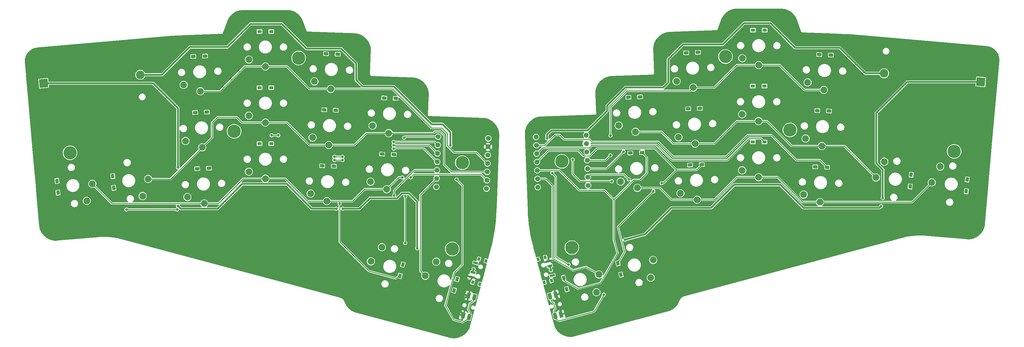
<source format=gbr>
%TF.GenerationSoftware,KiCad,Pcbnew,7.0.7*%
%TF.CreationDate,2023-10-03T23:41:33-07:00*%
%TF.ProjectId,neighboard,6e656967-6862-46f6-9172-642e6b696361,1.1*%
%TF.SameCoordinates,Original*%
%TF.FileFunction,Copper,L2,Bot*%
%TF.FilePolarity,Positive*%
%FSLAX46Y46*%
G04 Gerber Fmt 4.6, Leading zero omitted, Abs format (unit mm)*
G04 Created by KiCad (PCBNEW 7.0.7) date 2023-10-03 23:41:33*
%MOMM*%
%LPD*%
G01*
G04 APERTURE LIST*
G04 Aperture macros list*
%AMRotRect*
0 Rectangle, with rotation*
0 The origin of the aperture is its center*
0 $1 length*
0 $2 width*
0 $3 Rotation angle, in degrees counterclockwise*
0 Add horizontal line*
21,1,$1,$2,0,0,$3*%
G04 Aperture macros list end*
%TA.AperFunction,ComponentPad*%
%ADD10C,0.500000*%
%TD*%
%TA.AperFunction,ComponentPad*%
%ADD11C,4.000000*%
%TD*%
%TA.AperFunction,SMDPad,CuDef*%
%ADD12RotRect,1.800000X1.100000X105.000000*%
%TD*%
%TA.AperFunction,ComponentPad*%
%ADD13C,2.032000*%
%TD*%
%TA.AperFunction,ComponentPad*%
%ADD14R,1.300000X0.950000*%
%TD*%
%TA.AperFunction,ComponentPad*%
%ADD15RotRect,1.300000X0.950000X182.000000*%
%TD*%
%TA.AperFunction,ComponentPad*%
%ADD16RotRect,1.300000X0.950000X178.000000*%
%TD*%
%TA.AperFunction,ComponentPad*%
%ADD17C,1.500000*%
%TD*%
%TA.AperFunction,ComponentPad*%
%ADD18RotRect,1.300000X0.950000X85.000000*%
%TD*%
%TA.AperFunction,ComponentPad*%
%ADD19RotRect,1.300000X0.950000X75.000000*%
%TD*%
%TA.AperFunction,ComponentPad*%
%ADD20RotRect,1.300000X0.950000X275.000000*%
%TD*%
%TA.AperFunction,ComponentPad*%
%ADD21RotRect,2.600000X2.600000X175.000000*%
%TD*%
%TA.AperFunction,ComponentPad*%
%ADD22C,2.600000*%
%TD*%
%TA.AperFunction,ComponentPad*%
%ADD23RotRect,2.600000X2.600000X5.000000*%
%TD*%
%TA.AperFunction,ComponentPad*%
%ADD24RotRect,1.300000X0.950000X285.000000*%
%TD*%
%TA.AperFunction,SMDPad,CuDef*%
%ADD25RotRect,1.800000X1.100000X255.000000*%
%TD*%
%TA.AperFunction,SMDPad,CuDef*%
%ADD26RotRect,0.700000X1.500000X105.000000*%
%TD*%
%TA.AperFunction,SMDPad,CuDef*%
%ADD27RotRect,1.000000X0.800000X105.000000*%
%TD*%
%TA.AperFunction,SMDPad,CuDef*%
%ADD28RotRect,0.700000X1.500000X255.000000*%
%TD*%
%TA.AperFunction,SMDPad,CuDef*%
%ADD29RotRect,1.000000X0.800000X255.000000*%
%TD*%
%TA.AperFunction,ViaPad*%
%ADD30C,0.800000*%
%TD*%
%TA.AperFunction,Conductor*%
%ADD31C,0.250000*%
%TD*%
%TA.AperFunction,Conductor*%
%ADD32C,0.500000*%
%TD*%
G04 APERTURE END LIST*
D10*
%TO.P,Ref\u002A\u002A,1*%
%TO.N,N/C*%
X221769209Y-139268582D03*
X224329209Y-140328582D03*
X224769209Y-139268582D03*
X223269209Y-140768582D03*
X223269209Y-137768582D03*
X222209209Y-138208582D03*
D11*
X223269209Y-139268582D03*
D10*
X224329209Y-138208582D03*
X222209209Y-140328582D03*
%TD*%
%TO.P,Ref\u002A\u002A,1*%
%TO.N,N/C*%
X224789210Y-165428582D03*
X227349210Y-166488582D03*
X227789210Y-165428582D03*
X226289210Y-166928582D03*
X226289210Y-163928582D03*
X225229210Y-164368582D03*
D11*
X226289210Y-165428582D03*
D10*
X227349210Y-164368582D03*
X225229210Y-166488582D03*
%TD*%
%TO.P,Ref\u002A\u002A,1*%
%TO.N,N/C*%
X290889210Y-129748582D03*
X293449210Y-130808582D03*
X293889210Y-129748582D03*
X292389210Y-131248582D03*
X292389210Y-128248582D03*
X291329210Y-128688582D03*
D11*
X292389210Y-129748582D03*
D10*
X293449210Y-128688582D03*
X291329210Y-130808582D03*
%TD*%
%TO.P,Ref\u002A\u002A,1*%
%TO.N,N/C*%
X271349209Y-107528582D03*
X273909209Y-108588582D03*
X274349209Y-107528582D03*
X272849209Y-109028582D03*
X272849209Y-106028582D03*
X271789209Y-106468582D03*
D11*
X272849209Y-107528582D03*
D10*
X273909209Y-106468582D03*
X271789209Y-108588582D03*
%TD*%
%TO.P,Ref\u002A\u002A,1*%
%TO.N,N/C*%
X340629210Y-136258582D03*
X343189210Y-137318582D03*
X343629210Y-136258582D03*
X342129210Y-137758582D03*
X342129210Y-134758582D03*
X341069210Y-135198582D03*
D11*
X342129210Y-136258582D03*
D10*
X343189210Y-135198582D03*
X341069210Y-137318582D03*
%TD*%
%TO.P,Ref\u002A\u002A,1*%
%TO.N,N/C*%
X72723179Y-136676587D03*
X75283179Y-137736587D03*
X75723179Y-136676587D03*
X74223179Y-138176587D03*
X74223179Y-135176587D03*
X73163179Y-135616587D03*
D11*
X74223179Y-136676587D03*
D10*
X75283179Y-135616587D03*
X73163179Y-137736587D03*
%TD*%
%TO.P,Ref\u002A\u002A,1*%
%TO.N,N/C*%
X122463179Y-130186587D03*
X125023179Y-131246587D03*
X125463179Y-130186587D03*
X123963179Y-131686587D03*
X123963179Y-128686587D03*
X122903179Y-129126587D03*
D11*
X123963179Y-130186587D03*
D10*
X125023179Y-129126587D03*
X122903179Y-131246587D03*
%TD*%
%TO.P,Ref\u002A\u002A,1*%
%TO.N,N/C*%
X142003180Y-107956587D03*
X144563180Y-109016587D03*
X145003180Y-107956587D03*
X143503180Y-109456587D03*
X143503180Y-106456587D03*
X142443180Y-106896587D03*
D11*
X143503180Y-107956587D03*
D10*
X144563180Y-106896587D03*
X142443180Y-109016587D03*
%TD*%
%TO.P,Ref\u002A\u002A,1*%
%TO.N,N/C*%
X191593179Y-139696587D03*
X194153179Y-140756587D03*
X194593179Y-139696587D03*
X193093179Y-141196587D03*
X193093179Y-138196587D03*
X192033179Y-138636587D03*
D11*
X193093179Y-139696587D03*
D10*
X194153179Y-138636587D03*
X192033179Y-140756587D03*
%TD*%
%TO.P,Ref\u002A\u002A,1*%
%TO.N,N/C*%
X188553179Y-165836587D03*
X191113179Y-166896587D03*
X191553179Y-165836587D03*
X190053179Y-167336587D03*
X190053179Y-164336587D03*
X188993179Y-164776587D03*
D11*
X190053179Y-165836587D03*
D10*
X191113179Y-164776587D03*
X188993179Y-166896587D03*
%TD*%
D12*
%TO.P,SW34,2,2*%
%TO.N,GND L*%
X221411217Y-179690674D03*
X223015895Y-185679414D03*
%TO.P,SW34,1,1*%
%TO.N,ResetR*%
X219672551Y-180156548D03*
X221277229Y-186145288D03*
%TD*%
D13*
%TO.P,SW23,2,2*%
%TO.N,Net-(D23-A)*%
X320975605Y-139378631D03*
%TO.P,SW23,1,1*%
%TO.N,Row2R*%
X318447817Y-144176577D03*
%TD*%
%TO.P,SW9,2,2*%
%TO.N,Net-(D9-A)*%
X79319670Y-151246900D03*
%TO.P,SW9,1,1*%
%TO.N,Row3L*%
X80975900Y-146082899D03*
%TD*%
D14*
%TO.P,D2,2,A*%
%TO.N,Net-(D2-A)*%
X131650900Y-99932896D03*
%TO.P,D2,1,K*%
%TO.N,Col3L*%
X135200900Y-99932896D03*
%TD*%
D13*
%TO.P,SW6,2,2*%
%TO.N,Net-(D6-A)*%
X128425900Y-125432897D03*
%TO.P,SW6,1,1*%
%TO.N,Row2L*%
X133425900Y-127532897D03*
%TD*%
%TO.P,SW30,2,2*%
%TO.N,Net-(D30-A)*%
X250202840Y-174537842D03*
%TO.P,SW30,1,1*%
%TO.N,Row4R*%
X250937189Y-169164693D03*
%TD*%
D15*
%TO.P,D25,2,A*%
%TO.N,Net-(D25-A)*%
X262130805Y-140373671D03*
%TO.P,D25,1,K*%
%TO.N,Col4R*%
X265678643Y-140249777D03*
%TD*%
D13*
%TO.P,SW7,2,2*%
%TO.N,Net-(D7-A)*%
X147725899Y-132056085D03*
%TO.P,SW7,1,1*%
%TO.N,Row2L*%
X152649564Y-134329303D03*
%TD*%
D16*
%TO.P,D27,2,A*%
%TO.N,Net-(D27-A)*%
X300070803Y-140939778D03*
%TO.P,D27,1,K*%
%TO.N,Col2R*%
X303618641Y-141063672D03*
%TD*%
%TO.P,D18,2,A*%
%TO.N,Net-(D18-A)*%
X301260803Y-106929778D03*
%TO.P,D18,1,K*%
%TO.N,Col2R*%
X304808641Y-107053672D03*
%TD*%
D17*
%TO.P,U1,1,A2/0.02_H*%
%TO.N,Col5L*%
X185757765Y-131802180D03*
%TO.P,U1,2,A4/0.03_H*%
%TO.N,Col4L*%
X185669120Y-134340632D03*
%TO.P,U1,3,A10/0.28*%
%TO.N,Col3L*%
X185580476Y-136879085D03*
%TO.P,U1,4,A11/0.29*%
%TO.N,Col2L*%
X185491831Y-139417538D03*
%TO.P,U1,5,A8_SDA/0.04_H*%
%TO.N,Col1L*%
X185403186Y-141955991D03*
%TO.P,U1,6,A9_SCL/0.05_H*%
%TO.N,Row4L*%
X185314541Y-144494443D03*
%TO.P,U1,7,B8_TX/1.11*%
%TO.N,unconnected-(U1-B8_TX{slash}1.11-Pad7)*%
X185225897Y-147032896D03*
%TO.P,U1,8,B9_RX/1.12*%
%TO.N,unconnected-(U1-B9_RX{slash}1.12-Pad8)*%
X200456613Y-147564764D03*
%TO.P,U1,9,A7_SCK/1.13*%
%TO.N,Row3L*%
X200545258Y-145026312D03*
%TO.P,U1,10,A5_MISO/1.14*%
%TO.N,Row2L*%
X200633902Y-142487859D03*
%TO.P,U1,11,A6_MOSI/1.15*%
%TO.N,Row1L*%
X200722547Y-139949406D03*
%TO.P,U1,12,3V3*%
%TO.N,unconnected-(U1-3V3-Pad12)*%
X200811192Y-137410953D03*
%TO.P,U1,13,GND*%
%TO.N,GND L*%
X200899837Y-134872501D03*
%TO.P,U1,14,5V*%
%TO.N,unconnected-(U1-5V-Pad14)*%
X200988481Y-132334048D03*
%TD*%
D14*
%TO.P,D21,2,A*%
%TO.N,Net-(D21-A)*%
X281129723Y-116471723D03*
%TO.P,D21,1,K*%
%TO.N,Col3R*%
X284679723Y-116471723D03*
%TD*%
D13*
%TO.P,SW19,2,2*%
%TO.N,Net-(D19-A)*%
X240494480Y-128407502D03*
%TO.P,SW19,1,1*%
%TO.N,Row2R*%
X245564723Y-130331725D03*
%TD*%
D18*
%TO.P,D23,2,A*%
%TO.N,Net-(D23-A)*%
X329139423Y-143333479D03*
%TO.P,D23,1,K*%
%TO.N,Col1R*%
X328830021Y-146869971D03*
%TD*%
D13*
%TO.P,SW27,2,2*%
%TO.N,Net-(D27-A)*%
X296541802Y-149346860D03*
%TO.P,SW27,1,1*%
%TO.N,Row3R*%
X301465467Y-151620078D03*
%TD*%
%TO.P,SW5,2,2*%
%TO.N,Net-(D5-A)*%
X109225897Y-133105080D03*
%TO.P,SW5,1,1*%
%TO.N,Row2L*%
X114296140Y-135029303D03*
%TD*%
%TO.P,SW3,2,2*%
%TO.N,Net-(D3-A)*%
X148296327Y-115056086D03*
%TO.P,SW3,1,1*%
%TO.N,Row1L*%
X153219992Y-117329304D03*
%TD*%
%TO.P,SW26,2,2*%
%TO.N,Net-(D26-A)*%
X277914723Y-141991724D03*
%TO.P,SW26,1,1*%
%TO.N,Row3R*%
X282914723Y-144091724D03*
%TD*%
%TO.P,SW12,2,2*%
%TO.N,Net-(D12-A)*%
X147142979Y-149048031D03*
%TO.P,SW12,1,1*%
%TO.N,Row3L*%
X152066644Y-151321249D03*
%TD*%
D14*
%TO.P,D17,2,A*%
%TO.N,Net-(D17-A)*%
X281159723Y-99511724D03*
%TO.P,D17,1,K*%
%TO.N,Col3R*%
X284709723Y-99511724D03*
%TD*%
D19*
%TO.P,D14,2,A*%
%TO.N,Net-(D14-A)*%
X175085302Y-170568379D03*
%TO.P,D14,1,K*%
%TO.N,Col4L*%
X174166494Y-173997415D03*
%TD*%
D15*
%TO.P,D1,2,A*%
%TO.N,Net-(D1-A)*%
X111601980Y-107494844D03*
%TO.P,D1,1,K*%
%TO.N,Col2L*%
X115149818Y-107370950D03*
%TD*%
D18*
%TO.P,D28,2,A*%
%TO.N,Net-(D28-A)*%
X346119423Y-144783479D03*
%TO.P,D28,1,K*%
%TO.N,Col1R*%
X345810021Y-148319971D03*
%TD*%
D13*
%TO.P,SW1,2,2*%
%TO.N,Net-(D1-A)*%
X108661561Y-116105080D03*
%TO.P,SW1,1,1*%
%TO.N,Row1L*%
X113731804Y-118029303D03*
%TD*%
%TO.P,SW24,2,2*%
%TO.N,Net-(D24-A)*%
X241083737Y-145395853D03*
%TO.P,SW24,1,1*%
%TO.N,Row3R*%
X246153980Y-147320076D03*
%TD*%
%TO.P,SW8,2,2*%
%TO.N,Net-(D8-A)*%
X165896327Y-128456086D03*
%TO.P,SW8,1,1*%
%TO.N,Row2L*%
X170819992Y-130729304D03*
%TD*%
%TO.P,SW10,2,2*%
%TO.N,Net-(D10-A)*%
X109808214Y-150113132D03*
%TO.P,SW10,1,1*%
%TO.N,Row3L*%
X114878457Y-152037355D03*
%TD*%
%TO.P,SW4,2,2*%
%TO.N,Net-(D4-A)*%
X96247218Y-149782681D03*
%TO.P,SW4,1,1*%
%TO.N,Row2L*%
X97903448Y-144618680D03*
%TD*%
%TO.P,SW28,2,2*%
%TO.N,Net-(D28-A)*%
X337914722Y-140861725D03*
%TO.P,SW28,1,1*%
%TO.N,Row3R*%
X335386934Y-145659671D03*
%TD*%
D20*
%TO.P,D4,2,A*%
%TO.N,Net-(D4-A)*%
X87480601Y-147301144D03*
%TO.P,D4,1,K*%
%TO.N,Col1L*%
X87171199Y-143764652D03*
%TD*%
D13*
%TO.P,SW13,2,2*%
%TO.N,Net-(D13-A)*%
X165296325Y-145456083D03*
%TO.P,SW13,1,1*%
%TO.N,Row3L*%
X170219990Y-147729301D03*
%TD*%
%TO.P,SW17,2,2*%
%TO.N,Net-(D17-A)*%
X277934723Y-108011723D03*
%TO.P,SW17,1,1*%
%TO.N,Row1R*%
X282934723Y-110111723D03*
%TD*%
D14*
%TO.P,D6,2,A*%
%TO.N,Net-(D6-A)*%
X131650897Y-116932897D03*
%TO.P,D6,1,K*%
%TO.N,Col3L*%
X135200897Y-116932897D03*
%TD*%
D16*
%TO.P,D7,2,A*%
%TO.N,Net-(D7-A)*%
X151251980Y-123670951D03*
%TO.P,D7,1,K*%
%TO.N,Col4L*%
X154799818Y-123794845D03*
%TD*%
D21*
%TO.P,BT2,2,-*%
%TO.N,Bat- R*%
X350218286Y-115159170D03*
D22*
%TO.P,BT2,1,+*%
%TO.N,Bat+ R*%
X320930162Y-112596792D03*
%TD*%
D15*
%TO.P,D10,2,A*%
%TO.N,Net-(D10-A)*%
X112751980Y-141494844D03*
%TO.P,D10,1,K*%
%TO.N,Col2L*%
X116299818Y-141370950D03*
%TD*%
D23*
%TO.P,BT1,2,-*%
%TO.N,Bat- L*%
X66231835Y-115614086D03*
D22*
%TO.P,BT1,1,+*%
%TO.N,Bat+ L*%
X95519959Y-113051708D03*
%TD*%
D20*
%TO.P,D9,2,A*%
%TO.N,Net-(D9-A)*%
X70580599Y-148751143D03*
%TO.P,D9,1,K*%
%TO.N,Col1L*%
X70271197Y-145214651D03*
%TD*%
D13*
%TO.P,SW22,2,2*%
%TO.N,Net-(D22-A)*%
X297134724Y-132361725D03*
%TO.P,SW22,1,1*%
%TO.N,Row2R*%
X302058389Y-134634943D03*
%TD*%
%TO.P,SW2,2,2*%
%TO.N,Net-(D2-A)*%
X128425898Y-108432896D03*
%TO.P,SW2,1,1*%
%TO.N,Row1L*%
X133425898Y-110532896D03*
%TD*%
D14*
%TO.P,D11,2,A*%
%TO.N,Net-(D11-A)*%
X131650901Y-133932895D03*
%TO.P,D11,1,K*%
%TO.N,Col3L*%
X135200901Y-133932895D03*
%TD*%
D15*
%TO.P,D19,2,A*%
%TO.N,Net-(D19-A)*%
X243410805Y-119863671D03*
%TO.P,D19,1,K*%
%TO.N,Col5R*%
X246958643Y-119739777D03*
%TD*%
D24*
%TO.P,D30,2,A*%
%TO.N,Net-(D30-A)*%
X241164127Y-173606243D03*
%TO.P,D30,1,K*%
%TO.N,Col4R*%
X240245319Y-170177207D03*
%TD*%
D17*
%TO.P,U2,14,5V*%
%TO.N,unconnected-(U2-5V-Pad14)*%
X230674939Y-131346113D03*
%TO.P,U2,13,GND*%
%TO.N,GND L*%
X230763584Y-133884565D03*
%TO.P,U2,12,3V3*%
%TO.N,unconnected-(U2-3V3-Pad12)*%
X230852228Y-136423018D03*
%TO.P,U2,11,A6_MOSI/1.15*%
%TO.N,Row1R*%
X230940873Y-138961471D03*
%TO.P,U2,10,A5_MISO/1.14*%
%TO.N,Row2R*%
X231029518Y-141499924D03*
%TO.P,U2,9,A7_SCK/1.13*%
%TO.N,Row3R*%
X231118163Y-144038376D03*
%TO.P,U2,8,B9_RX/1.12*%
%TO.N,unconnected-(U2-B9_RX{slash}1.12-Pad8)*%
X231206807Y-146576829D03*
%TO.P,U2,7,B8_TX/1.11*%
%TO.N,unconnected-(U2-B8_TX{slash}1.11-Pad7)*%
X215976091Y-147108697D03*
%TO.P,U2,6,A9_SCL/0.05_H*%
%TO.N,Row4R*%
X215887446Y-144570245D03*
%TO.P,U2,5,A8_SDA/0.04_H*%
%TO.N,Col5R*%
X215798802Y-142031792D03*
%TO.P,U2,4,A11/0.29*%
%TO.N,Col4R*%
X215710157Y-139493339D03*
%TO.P,U2,3,A10/0.28*%
%TO.N,Col3R*%
X215621512Y-136954886D03*
%TO.P,U2,2,A4/0.03_H*%
%TO.N,Col2R*%
X215532867Y-134416434D03*
%TO.P,U2,1,A2/0.02_H*%
%TO.N,Col1R*%
X215444223Y-131877981D03*
%TD*%
D15*
%TO.P,D5,2,A*%
%TO.N,Net-(D5-A)*%
X112151980Y-124474844D03*
%TO.P,D5,1,K*%
%TO.N,Col2L*%
X115699818Y-124350950D03*
%TD*%
D19*
%TO.P,D15,2,A*%
%TO.N,Net-(D15-A)*%
X191535303Y-174968380D03*
%TO.P,D15,1,K*%
%TO.N,Col5L*%
X190616495Y-178397416D03*
%TD*%
D13*
%TO.P,SW21,2,2*%
%TO.N,Net-(D21-A)*%
X277914723Y-125001725D03*
%TO.P,SW21,1,1*%
%TO.N,Row2R*%
X282914723Y-127101725D03*
%TD*%
D14*
%TO.P,D26,2,A*%
%TO.N,Net-(D26-A)*%
X281139723Y-133431725D03*
%TO.P,D26,1,K*%
%TO.N,Col3R*%
X284689723Y-133431725D03*
%TD*%
D15*
%TO.P,D24,2,A*%
%TO.N,Net-(D24-A)*%
X244000804Y-136733672D03*
%TO.P,D24,1,K*%
%TO.N,Col5R*%
X247548642Y-136609778D03*
%TD*%
D16*
%TO.P,D22,2,A*%
%TO.N,Net-(D22-A)*%
X300670805Y-123899777D03*
%TO.P,D22,1,K*%
%TO.N,Col2R*%
X304218643Y-124023671D03*
%TD*%
D25*
%TO.P,SW33,2,2*%
%TO.N,GND L*%
X193395477Y-185992928D03*
X195000155Y-180004188D03*
%TO.P,SW33,1,1*%
%TO.N,ResetL*%
X195134143Y-186458802D03*
X196738821Y-180470062D03*
%TD*%
D13*
%TO.P,SW20,2,2*%
%TO.N,Net-(D20-A)*%
X258614723Y-131991724D03*
%TO.P,SW20,1,1*%
%TO.N,Row2R*%
X263684966Y-133915947D03*
%TD*%
D16*
%TO.P,D13,2,A*%
%TO.N,Net-(D13-A)*%
X168801978Y-137070950D03*
%TO.P,D13,1,K*%
%TO.N,Col5L*%
X172349816Y-137194844D03*
%TD*%
D13*
%TO.P,SW25,2,2*%
%TO.N,Net-(D25-A)*%
X259207037Y-148981960D03*
%TO.P,SW25,1,1*%
%TO.N,Row3R*%
X264277280Y-150906183D03*
%TD*%
D16*
%TO.P,D12,2,A*%
%TO.N,Net-(D12-A)*%
X150651979Y-140620949D03*
%TO.P,D12,1,K*%
%TO.N,Col4L*%
X154199817Y-140744843D03*
%TD*%
D13*
%TO.P,SW14,2,2*%
%TO.N,Net-(D14-A)*%
X168744474Y-165287755D03*
%TO.P,SW14,1,1*%
%TO.N,Row4L*%
X165421935Y-169573865D03*
%TD*%
D15*
%TO.P,D20,2,A*%
%TO.N,Net-(D20-A)*%
X261560803Y-123343672D03*
%TO.P,D20,1,K*%
%TO.N,Col4R*%
X265108641Y-123219778D03*
%TD*%
D16*
%TO.P,D3,2,A*%
%TO.N,Net-(D3-A)*%
X151801980Y-106670949D03*
%TO.P,D3,1,K*%
%TO.N,Col4L*%
X155349818Y-106794843D03*
%TD*%
D13*
%TO.P,SW29,2,2*%
%TO.N,Net-(D29-A)*%
X233772841Y-178940434D03*
%TO.P,SW29,1,1*%
%TO.N,Row4R*%
X234507190Y-173567285D03*
%TD*%
%TO.P,SW16,2,2*%
%TO.N,Net-(D16-A)*%
X258034724Y-115001725D03*
%TO.P,SW16,1,1*%
%TO.N,Row1R*%
X263104967Y-116925948D03*
%TD*%
%TO.P,SW15,2,2*%
%TO.N,Net-(D15-A)*%
X185194474Y-169687755D03*
%TO.P,SW15,1,1*%
%TO.N,Row4L*%
X181871935Y-173973865D03*
%TD*%
D15*
%TO.P,D16,2,A*%
%TO.N,Net-(D16-A)*%
X260950804Y-106373672D03*
%TO.P,D16,1,K*%
%TO.N,Col4R*%
X264498642Y-106249778D03*
%TD*%
D13*
%TO.P,SW11,2,2*%
%TO.N,Net-(D11-A)*%
X128425898Y-142432896D03*
%TO.P,SW11,1,1*%
%TO.N,Row3L*%
X133425898Y-144532896D03*
%TD*%
D24*
%TO.P,D29,2,A*%
%TO.N,Net-(D29-A)*%
X224754127Y-178016241D03*
%TO.P,D29,1,K*%
%TO.N,Col5R*%
X223835319Y-174587205D03*
%TD*%
D13*
%TO.P,SW18,2,2*%
%TO.N,Net-(D18-A)*%
X297734724Y-115361726D03*
%TO.P,SW18,1,1*%
%TO.N,Row1R*%
X302658389Y-117634944D03*
%TD*%
D16*
%TO.P,D8,2,A*%
%TO.N,Net-(D8-A)*%
X169401979Y-120070948D03*
%TO.P,D8,1,K*%
%TO.N,Col5L*%
X172949817Y-120194842D03*
%TD*%
D26*
%TO.P,SW32,3,C*%
%TO.N,GND L*%
X219216093Y-169549830D03*
%TO.P,SW32,2,B*%
%TO.N,Bat- R*%
X219604322Y-170998718D03*
%TO.P,SW32,1,A*%
%TO.N,unconnected-(SW32-A-Pad1)*%
X220380779Y-173896496D03*
D27*
%TO.P,SW32,*%
%TO.N,*%
X218225895Y-168365766D03*
X216091199Y-168937756D03*
X220115274Y-175417024D03*
X217980578Y-175989015D03*
%TD*%
D28*
%TO.P,SW31,3,C*%
%TO.N,GND L*%
X195981754Y-174401820D03*
%TO.P,SW31,2,B*%
%TO.N,Bat- L*%
X196369983Y-172952931D03*
%TO.P,SW31,1,A*%
%TO.N,unconnected-(SW31-A-Pad1)*%
X197146440Y-170055154D03*
D29*
%TO.P,SW31,*%
%TO.N,*%
X196247259Y-175922348D03*
X198381955Y-176494339D03*
X198136638Y-168871090D03*
X200271334Y-169443080D03*
%TD*%
D30*
%TO.N,ResetR*%
X235959174Y-179675911D03*
X225308224Y-170538207D03*
%TO.N,Bat- R*%
X219953987Y-172296925D03*
X242405272Y-163009649D03*
%TO.N,Row1R*%
X238002742Y-137459462D03*
X238034223Y-131457981D03*
%TO.N,ResetR*%
X220379209Y-142848582D03*
%TO.N,GND L*%
X219624223Y-147547981D03*
%TO.N,Col1R*%
X226599210Y-138708582D03*
%TO.N,Bat+ R*%
X218764223Y-132307981D03*
%TO.N,Row3R*%
X243564224Y-144717981D03*
%TO.N,Col1R*%
X238424223Y-145297981D03*
%TO.N,Bat- L*%
X196494620Y-171915363D03*
%TO.N,Col5L*%
X175825897Y-149832896D03*
X175825895Y-164032897D03*
%TO.N,Col1L*%
X106675898Y-153882896D03*
X91325898Y-153895396D03*
%TO.N,GND L*%
X196473180Y-144436587D03*
%TO.N,ResetL*%
X191375897Y-144782896D03*
%TO.N,Bat+ L*%
X189525897Y-134432897D03*
%TO.N,Col2L*%
X135325899Y-131395397D03*
X137325897Y-131395397D03*
X172325898Y-135395395D03*
X156825899Y-138895397D03*
X154325897Y-138895398D03*
%TO.N,Col3L*%
X156825899Y-137895397D03*
X154325897Y-137895397D03*
X172325897Y-134395397D03*
%TO.N,Col4L*%
X172325899Y-133395397D03*
X155925897Y-152045750D03*
%TO.N,Col1L*%
X172425896Y-149632897D03*
%TO.N,Col5L*%
X175425897Y-132132897D03*
%TO.N,Row2R*%
X241952742Y-136327980D03*
%TO.N,Row3L*%
X177438197Y-144145194D03*
X174925896Y-144132895D03*
%TO.N,Bat- L*%
X156925897Y-153632896D03*
X106925897Y-141132897D03*
X106925898Y-152761856D03*
X154925899Y-153632896D03*
X179425897Y-165632896D03*
%TO.N,Bat- R*%
X320002742Y-152877980D03*
X320502741Y-150377980D03*
%TO.N,Col4R*%
X251002741Y-148377980D03*
X253502741Y-145877981D03*
%TD*%
D31*
%TO.N,ResetR*%
X221439210Y-143908583D02*
X220379209Y-142848582D01*
X225307888Y-170536948D02*
X221439209Y-168303366D01*
X225308224Y-170538207D02*
X225307888Y-170536948D01*
X221439209Y-168303366D02*
X221439210Y-143908583D01*
%TO.N,Col1R*%
X226599210Y-138708582D02*
X226599209Y-143108582D01*
X226599209Y-143108582D02*
X228788609Y-145297981D01*
X228788609Y-145297981D02*
X238424223Y-145297981D01*
%TO.N,Col4R*%
X258002741Y-141877981D02*
X251502742Y-135377979D01*
X251502742Y-135377979D02*
X233954224Y-135377981D01*
X233954224Y-135377981D02*
X231663622Y-137668582D01*
X231663622Y-137668582D02*
X229849211Y-137668582D01*
X229849211Y-137668582D02*
X228239210Y-136058583D01*
X228239210Y-136058583D02*
X219144913Y-136058582D01*
X219144913Y-136058582D02*
X215710158Y-139493338D01*
%TO.N,Row1L*%
X113731804Y-118029302D02*
X119691992Y-118029303D01*
X119691992Y-118029303D02*
X127188398Y-110532896D01*
X197299728Y-136526587D02*
X200722548Y-139949407D01*
X127188398Y-110532896D02*
X139963398Y-110532897D01*
X139963398Y-110532897D02*
X146759806Y-117329303D01*
X146759806Y-117329303D02*
X171922304Y-117329303D01*
X171922304Y-117329303D02*
X183775897Y-129182896D01*
X186825897Y-129182896D02*
X188525897Y-130882895D01*
X190563179Y-136526587D02*
X197299728Y-136526587D01*
X183775897Y-129182896D02*
X186825897Y-129182896D01*
X188525897Y-130882895D02*
X188525898Y-134489305D01*
X188525898Y-134489305D02*
X190563179Y-136526587D01*
%TO.N,Row2L*%
X133425901Y-127532898D02*
X139963398Y-127532897D01*
X187575898Y-131332897D02*
X187575897Y-140259305D01*
X139963398Y-127532897D02*
X146759805Y-134329303D01*
X146759805Y-134329303D02*
X160391993Y-134329302D01*
X187575897Y-140259305D02*
X189804452Y-142487860D01*
X160391993Y-134329302D02*
X163991992Y-130729305D01*
X184725898Y-130282896D02*
X186525897Y-130282896D01*
X163991992Y-130729305D02*
X184279490Y-130729303D01*
X184279490Y-130729303D02*
X184725898Y-130282896D01*
X186525897Y-130282896D02*
X187575898Y-131332897D01*
X189804452Y-142487860D02*
X200633903Y-142487860D01*
D32*
%TO.N,GND L*%
X196473180Y-144436587D02*
X194343180Y-146566587D01*
X194343180Y-146566587D02*
X194343179Y-172900541D01*
X194343179Y-172900541D02*
X193505429Y-173738291D01*
D31*
%TO.N,ResetL*%
X195409621Y-182339746D02*
X196389416Y-181774061D01*
X190667426Y-172991933D02*
X187975210Y-183039420D01*
X194904923Y-184223301D02*
X195409621Y-182339746D01*
X195470609Y-185203098D02*
X194904923Y-184223301D01*
X195010129Y-186921633D02*
X195470609Y-185203098D01*
X193147485Y-187997031D02*
X195010129Y-186921633D01*
X191375897Y-144782896D02*
X191743195Y-145150193D01*
X190414728Y-187264791D02*
X193147485Y-187997031D01*
X196389416Y-181774061D02*
X196738823Y-180470062D01*
X187975210Y-183039420D02*
X190414728Y-187264791D01*
X193163179Y-146596277D02*
X193163179Y-170496180D01*
X191743193Y-145176291D02*
X193163179Y-146596277D01*
X193163179Y-170496180D02*
X190667426Y-172991933D01*
X191743195Y-145150193D02*
X191743193Y-145176291D01*
%TO.N,ResetR*%
X221521803Y-187058050D02*
X222460040Y-187599742D01*
X221277230Y-186145288D02*
X221521803Y-187058050D01*
X222460040Y-187599742D02*
X233017609Y-184770850D01*
X233017609Y-184770850D02*
X235959174Y-179675911D01*
D32*
%TO.N,Bat- R*%
X219606465Y-170999955D02*
X219604322Y-170998719D01*
X248502741Y-161377980D02*
X242407808Y-163011113D01*
X242407808Y-163011113D02*
X242405272Y-163009649D01*
X219953987Y-172296925D02*
X219606465Y-170999955D01*
%TO.N,GND L*%
X220993767Y-178132728D02*
X222461768Y-175590075D01*
X221411219Y-179690673D02*
X220993767Y-178132728D01*
X219602464Y-169446302D02*
X219216094Y-169549830D01*
X222461768Y-175590075D02*
X221037560Y-170274855D01*
X221037560Y-170274855D02*
X219602464Y-169446302D01*
D31*
%TO.N,ResetR*%
X221277230Y-186145288D02*
X220867543Y-184616320D01*
X220867543Y-184616320D02*
X221274885Y-183910785D01*
X221274885Y-183910785D02*
X220819362Y-182210755D01*
X220819362Y-182210755D02*
X220113828Y-181803413D01*
X220113828Y-181803413D02*
X219672552Y-180156548D01*
D32*
%TO.N,GND L*%
X221411219Y-179690673D02*
X221635086Y-180526162D01*
X221635086Y-180526162D02*
X223288491Y-181480757D01*
X223288491Y-181480757D02*
X223744565Y-183182846D01*
X223744565Y-183182846D02*
X222789971Y-184836253D01*
X222789971Y-184836253D02*
X223015896Y-185679413D01*
D31*
%TO.N,Row4R*%
X218406488Y-144570245D02*
X215887446Y-144570245D01*
X220474223Y-146637981D02*
X218406488Y-144570245D01*
X226746959Y-172319546D02*
X220474222Y-168697980D01*
X220474222Y-168697980D02*
X220474223Y-146637981D01*
X230571205Y-171294842D02*
X226746959Y-172319546D01*
X234507190Y-173567285D02*
X230571205Y-171294842D01*
%TO.N,Col5R*%
X239002741Y-150877980D02*
X239002740Y-162877980D01*
X239002740Y-162877980D02*
X240139044Y-167118720D01*
X240139044Y-167118720D02*
X234936516Y-176129762D01*
X234936516Y-176129762D02*
X228281287Y-177913026D01*
X228281287Y-177913026D02*
X224075895Y-175485041D01*
X224075895Y-175485041D02*
X223835320Y-174587205D01*
%TO.N,Col4R*%
X240245319Y-159135402D02*
X242266109Y-166677096D01*
X242266109Y-166677096D02*
X240245319Y-170177207D01*
%TO.N,Col5R*%
X239002741Y-150877980D02*
X236162742Y-148037980D01*
X236162742Y-148037980D02*
X228564224Y-148037981D01*
X228564224Y-148037981D02*
X222558034Y-142031792D01*
X222558034Y-142031792D02*
X215798803Y-142031792D01*
D32*
%TO.N,GND L*%
X219624223Y-147547981D02*
X219216094Y-147956110D01*
X219216094Y-147956110D02*
X219216093Y-169549831D01*
%TO.N,Bat+ R*%
X260002742Y-103877980D02*
X272002742Y-103877981D01*
X255502741Y-108377979D02*
X260002742Y-103877980D01*
X255502742Y-115377980D02*
X255502741Y-108377979D01*
X307502742Y-104877981D02*
X315221553Y-112596791D01*
X254002741Y-116877980D02*
X255502742Y-115377980D01*
X237002742Y-123989462D02*
X237002741Y-122377979D01*
X237002741Y-122377979D02*
X242502742Y-116877981D01*
X286502741Y-97377980D02*
X294002740Y-104877981D01*
X231054223Y-129937981D02*
X237002742Y-123989462D01*
X220044224Y-129937980D02*
X231054223Y-129937981D01*
X218764223Y-131217981D02*
X220044224Y-129937980D01*
X272002742Y-103877981D02*
X278502742Y-97377980D01*
X218764223Y-132307981D02*
X218764223Y-131217981D01*
X242502742Y-116877981D02*
X254002741Y-116877980D01*
X315221553Y-112596791D02*
X320930161Y-112596792D01*
X278502742Y-97377980D02*
X286502741Y-97377980D01*
X294002740Y-104877981D02*
X307502742Y-104877981D01*
D31*
%TO.N,Col3R*%
X284689723Y-133431724D02*
X283635979Y-132377980D01*
X232374224Y-134407980D02*
X231634223Y-135147980D01*
X283635979Y-132377980D02*
X280002741Y-132377981D01*
X273502741Y-138877980D02*
X256502740Y-138877980D01*
X280002741Y-132377981D02*
X273502741Y-138877980D01*
X256502740Y-138877980D02*
X252032741Y-134407979D01*
X252032741Y-134407979D02*
X232374224Y-134407980D01*
X231634223Y-135147980D02*
X217428418Y-135147979D01*
X217428418Y-135147979D02*
X215621513Y-136954886D01*
%TO.N,Col2R*%
X221224223Y-131257981D02*
X218065770Y-134416432D01*
X301432951Y-138877980D02*
X294325543Y-138877981D01*
X222594224Y-131257981D02*
X221224223Y-131257981D01*
X303618642Y-141063672D02*
X301432951Y-138877980D01*
X223944222Y-132607980D02*
X222594224Y-131257981D01*
X232394224Y-133397981D02*
X231604223Y-132607981D01*
X286825543Y-131377981D02*
X279502741Y-131377979D01*
X231604223Y-132607981D02*
X223944222Y-132607980D01*
X252522741Y-133397979D02*
X232394224Y-133397981D01*
X273002741Y-137877980D02*
X257002739Y-137877981D01*
X257002739Y-137877981D02*
X252522741Y-133397979D01*
X294325543Y-138877981D02*
X286825543Y-131377981D01*
X279502741Y-131377979D02*
X273002741Y-137877980D01*
X218065770Y-134416432D02*
X215532867Y-134416434D01*
%TO.N,Row1R*%
X263104967Y-116925948D02*
X262152934Y-117877980D01*
X262152934Y-117877980D02*
X243002742Y-117877981D01*
X243002742Y-117877981D02*
X238034224Y-122846498D01*
X238034224Y-122846498D02*
X238034223Y-131457981D01*
X238002742Y-137459462D02*
X236500734Y-138961470D01*
X236500734Y-138961470D02*
X230940874Y-138961471D01*
%TO.N,Row2R*%
X231029518Y-141499924D02*
X236792281Y-141499924D01*
X236792281Y-141499924D02*
X241952742Y-136339464D01*
X241952742Y-136339464D02*
X241952742Y-136327980D01*
%TO.N,Row3R*%
X243564224Y-144717981D02*
X242124224Y-143277980D01*
X242124224Y-143277980D02*
X231878559Y-143277981D01*
X231878559Y-143277981D02*
X231118162Y-144038375D01*
D32*
%TO.N,Bat- R*%
X350218285Y-115159170D02*
X350199475Y-115177981D01*
X350199475Y-115177981D02*
X327958833Y-115177981D01*
X327958833Y-115177981D02*
X318547035Y-124589778D01*
X318547035Y-124589778D02*
X318547037Y-139789777D01*
X318547037Y-139789777D02*
X320502741Y-141745482D01*
X320502741Y-141745482D02*
X320502741Y-150377980D01*
%TO.N,GND L*%
X195673086Y-177492779D02*
X195000155Y-180004188D01*
X193505429Y-173738291D02*
X195673086Y-177492779D01*
X195000155Y-180004188D02*
X192856852Y-181241624D01*
X192158040Y-183849624D02*
X193395477Y-185992927D01*
X192856852Y-181241624D02*
X192158040Y-183849624D01*
%TO.N,Bat- L*%
X196494620Y-171915363D02*
X196265223Y-172771483D01*
X196265223Y-172771483D02*
X196369981Y-172952932D01*
D31*
%TO.N,Col4L*%
X155925897Y-163632897D02*
X164819088Y-172526088D01*
X174166494Y-173997416D02*
X172944084Y-174703174D01*
X172944084Y-174703174D02*
X164819088Y-172526088D01*
D32*
%TO.N,GND L*%
X193505429Y-173738291D02*
X195981753Y-174401819D01*
D31*
%TO.N,Col5L*%
X175825897Y-149832896D02*
X175825895Y-164032897D01*
D32*
%TO.N,Bat- L*%
X156925897Y-153632896D02*
X161925898Y-153632896D01*
X176875897Y-148982896D02*
X179425897Y-151532897D01*
X161925898Y-153632896D02*
X165075897Y-150482897D01*
X165075897Y-150482897D02*
X173325897Y-150482897D01*
X179425897Y-151532897D02*
X179425897Y-165632896D01*
X173325897Y-150482897D02*
X174825897Y-148982896D01*
X174825897Y-148982896D02*
X176875897Y-148982896D01*
D31*
%TO.N,Col1L*%
X106675898Y-153882896D02*
X91338398Y-153882897D01*
X91338398Y-153882897D02*
X91325898Y-153895396D01*
D32*
%TO.N,Bat+ L*%
X121925897Y-104632896D02*
X110491643Y-104632897D01*
X138425897Y-97632895D02*
X128925897Y-97632895D01*
X145925897Y-105132896D02*
X138425897Y-97632895D01*
X102072832Y-113051708D02*
X95519959Y-113051707D01*
X160925897Y-114632897D02*
X160925897Y-109632897D01*
X156425897Y-105132897D02*
X145925897Y-105132896D01*
X128925897Y-97632895D02*
X121925897Y-104632896D01*
X162925898Y-116632896D02*
X160925897Y-114632897D01*
X183825896Y-128032897D02*
X172425897Y-116632896D01*
X160925897Y-109632897D02*
X156425897Y-105132897D01*
X172425897Y-116632896D02*
X162925898Y-116632896D01*
X187125897Y-128032897D02*
X183825896Y-128032897D01*
X189525897Y-130432896D02*
X187125897Y-128032897D01*
X189525897Y-134432897D02*
X189525897Y-130432896D01*
X110491643Y-104632897D02*
X102072832Y-113051708D01*
D31*
%TO.N,Col5L*%
X175425897Y-132132897D02*
X175756613Y-131802180D01*
X175756613Y-131802180D02*
X185757765Y-131802179D01*
%TO.N,Col4L*%
X172325899Y-133395397D02*
X184723883Y-133395397D01*
X184723883Y-133395397D02*
X185669119Y-134340634D01*
%TO.N,Col3L*%
X172325897Y-134395397D02*
X183096788Y-134395396D01*
X183096788Y-134395396D02*
X185580476Y-136879086D01*
%TO.N,Col2L*%
X172325898Y-135395395D02*
X181469688Y-135395395D01*
X181469688Y-135395395D02*
X185491830Y-139417538D01*
%TO.N,Col1L*%
X185403186Y-141955991D02*
X178602802Y-141955991D01*
X178602802Y-141955991D02*
X172425897Y-148132897D01*
X172425897Y-148132897D02*
X172425896Y-149632897D01*
%TO.N,Row3L*%
X177438197Y-144145194D02*
X178350496Y-143232896D01*
X178350496Y-143232896D02*
X198751843Y-143232896D01*
X198751843Y-143232896D02*
X200545259Y-145026313D01*
%TO.N,Row4L*%
X181871936Y-173973865D02*
X180425897Y-172527827D01*
X180425897Y-172527827D02*
X180425898Y-149383086D01*
X180425898Y-149383086D02*
X185314541Y-144494444D01*
D32*
%TO.N,Bat- L*%
X66231835Y-115614085D02*
X99407086Y-115614086D01*
X99407086Y-115614086D02*
X106925897Y-123132897D01*
X106925897Y-123132897D02*
X106925897Y-141132897D01*
D31*
%TO.N,Col5R*%
X249002742Y-142877979D02*
X249002742Y-138063877D01*
X247002740Y-144877981D02*
X249002742Y-142877979D01*
X245002741Y-144877981D02*
X247002740Y-144877981D01*
X239002741Y-150877980D02*
X245002741Y-144877981D01*
X249002742Y-138063877D02*
X247548644Y-136609778D01*
%TO.N,Col2L*%
X135325899Y-131395397D02*
X137325897Y-131395397D01*
X154325897Y-138895398D02*
X156825899Y-138895397D01*
%TO.N,Col3L*%
X154325897Y-137895397D02*
X156825899Y-137895397D01*
%TO.N,Col4L*%
X155925897Y-152045750D02*
X155925897Y-163632897D01*
%TO.N,Row2R*%
X292932505Y-134634942D02*
X285399287Y-127101725D01*
X257040708Y-133915948D02*
X253456484Y-130331725D01*
X302058387Y-134634943D02*
X292932505Y-134634942D01*
X302058387Y-134634943D02*
X308906184Y-134634941D01*
X263684966Y-133915947D02*
X257040708Y-133915948D01*
X276278997Y-127101725D02*
X269464775Y-133915947D01*
X269464775Y-133915947D02*
X263684966Y-133915947D01*
X285399287Y-127101725D02*
X282914723Y-127101724D01*
X282914723Y-127101724D02*
X276278997Y-127101725D01*
X308906184Y-134634941D02*
X318447817Y-144176576D01*
X253456484Y-130331725D02*
X245564723Y-130331725D01*
%TO.N,Row3R*%
X335386935Y-145659671D02*
X329426529Y-151620077D01*
X288716485Y-144091725D02*
X282914723Y-144091724D01*
X269474538Y-150906184D02*
X264277280Y-150906184D01*
X276288997Y-144091724D02*
X269474538Y-150906184D01*
X301465466Y-151620078D02*
X296244838Y-151620078D01*
X252944838Y-147320078D02*
X246153979Y-147320078D01*
X329426529Y-151620077D02*
X301465466Y-151620078D01*
X282914723Y-144091724D02*
X276288997Y-144091724D01*
X256530944Y-150906184D02*
X252944838Y-147320078D01*
X264277280Y-150906184D02*
X256530944Y-150906184D01*
X296244838Y-151620078D02*
X288716485Y-144091725D01*
%TO.N,Row2L*%
X104706765Y-144618680D02*
X114296142Y-135029302D01*
X126325897Y-127532897D02*
X133425901Y-127532898D01*
X117275897Y-127532896D02*
X118875897Y-125932897D01*
X114296142Y-135029302D02*
X117275897Y-132049546D01*
X118875897Y-125932897D02*
X124725897Y-125932896D01*
X124725897Y-125932896D02*
X126325897Y-127532897D01*
X97903448Y-144618679D02*
X104706765Y-144618680D01*
X117275897Y-132049546D02*
X117275897Y-127532896D01*
%TO.N,Row3L*%
X133425898Y-144532896D02*
X139463398Y-144532897D01*
X86930355Y-152037354D02*
X80975899Y-146082898D01*
X163491992Y-147729302D02*
X170219989Y-147729301D01*
X159900044Y-151321248D02*
X163491992Y-147729302D01*
X146251753Y-151321249D02*
X152066642Y-151321249D01*
X173816397Y-144132896D02*
X174925896Y-144132895D01*
X170219989Y-147729301D02*
X173816397Y-144132896D01*
X152066642Y-151321249D02*
X159900044Y-151321248D01*
X114878458Y-152037354D02*
X86930355Y-152037354D01*
X114878458Y-152037354D02*
X119183941Y-152037354D01*
X139463398Y-144532897D02*
X146251753Y-151321249D01*
X119183941Y-152037354D02*
X126688399Y-144532897D01*
X126688399Y-144532897D02*
X133425898Y-144532896D01*
D32*
%TO.N,Bat- L*%
X128925898Y-146132897D02*
X139925897Y-146132896D01*
X147425897Y-153632896D02*
X154925899Y-153632896D01*
X146425897Y-152632895D02*
X147425897Y-153632896D01*
X118925897Y-153632896D02*
X126425899Y-146132895D01*
X126425899Y-146132895D02*
X128925898Y-146132897D01*
X107796939Y-153632897D02*
X118925897Y-153632896D01*
X106925898Y-152761856D02*
X107796939Y-153632897D01*
X139925897Y-146132896D02*
X146425897Y-152632895D01*
%TO.N,Bat- R*%
X256502741Y-153377980D02*
X268502741Y-153377980D01*
X289502741Y-146377980D02*
X296502741Y-153377981D01*
X319502741Y-153377981D02*
X320002742Y-152877980D01*
X275502741Y-146377980D02*
X289502741Y-146377980D01*
X296502741Y-153377981D02*
X319502741Y-153377981D01*
X268502741Y-153377980D02*
X275502741Y-146377980D01*
X248502741Y-161377980D02*
X256502741Y-153377980D01*
D31*
%TO.N,Row1R*%
X302658388Y-117634942D02*
X296759703Y-117634942D01*
X289236485Y-110111724D02*
X282934723Y-110111725D01*
X282934723Y-110111725D02*
X276268998Y-110111725D01*
X276268998Y-110111725D02*
X269454773Y-116925948D01*
X269454773Y-116925948D02*
X263104967Y-116925948D01*
X296759703Y-117634942D02*
X289236485Y-110111724D01*
%TO.N,Col4R*%
X265678642Y-140249777D02*
X264050440Y-141877981D01*
X264050440Y-141877981D02*
X261502741Y-141877980D01*
X240245319Y-159135402D02*
X251002741Y-148377980D01*
X253502741Y-145877981D02*
X254002742Y-145877980D01*
X254002742Y-145877980D02*
X258002741Y-141877981D01*
X261502741Y-141877980D02*
X258002741Y-141877981D01*
%TD*%
%TA.AperFunction,Conductor*%
%TO.N,GND L*%
G36*
X140297638Y-93420811D02*
G01*
X140487644Y-93432730D01*
X140676800Y-93452406D01*
X140864893Y-93479687D01*
X141051677Y-93514416D01*
X141236952Y-93556438D01*
X141420532Y-93605614D01*
X141602119Y-93661767D01*
X141781541Y-93724753D01*
X141958566Y-93794419D01*
X142133026Y-93870631D01*
X142304650Y-93953211D01*
X142473208Y-94042003D01*
X142638499Y-94136864D01*
X142800318Y-94237641D01*
X142958409Y-94344165D01*
X143037739Y-94401863D01*
X143112607Y-94456316D01*
X143262628Y-94573895D01*
X143408296Y-94696780D01*
X143549380Y-94824806D01*
X143685665Y-94957825D01*
X143816921Y-95095680D01*
X143942960Y-95238240D01*
X144063511Y-95385299D01*
X144178381Y-95536735D01*
X144287356Y-95692397D01*
X144390207Y-95852119D01*
X144486721Y-96015762D01*
X144576679Y-96183168D01*
X144659853Y-96354168D01*
X144736028Y-96528619D01*
X144804716Y-96705675D01*
X145882464Y-99667435D01*
X145882613Y-99667372D01*
X145886161Y-99675737D01*
X145889678Y-99684664D01*
X145893505Y-99692655D01*
X145893506Y-99692658D01*
X145893540Y-99692729D01*
X145893580Y-99692820D01*
X145893581Y-99692821D01*
X145897104Y-99700837D01*
X145901574Y-99709395D01*
X145905853Y-99718142D01*
X145910259Y-99725734D01*
X145914569Y-99733816D01*
X145919547Y-99741699D01*
X145922851Y-99747363D01*
X145924741Y-99749891D01*
X145927393Y-99754074D01*
X145928044Y-99755253D01*
X145929404Y-99757251D01*
X145929405Y-99757253D01*
X145929454Y-99757325D01*
X145929504Y-99757403D01*
X145929505Y-99757403D01*
X145934866Y-99765768D01*
X145939927Y-99772551D01*
X145944856Y-99779727D01*
X145950977Y-99787404D01*
X145956390Y-99794620D01*
X145962495Y-99801760D01*
X145962496Y-99801762D01*
X145962555Y-99801831D01*
X145962611Y-99801900D01*
X145962612Y-99801900D01*
X145968591Y-99809268D01*
X145974655Y-99815838D01*
X145981067Y-99823212D01*
X145987259Y-99829404D01*
X145994040Y-99836716D01*
X145999235Y-99841498D01*
X146001410Y-99843601D01*
X146006734Y-99849006D01*
X146013878Y-99855161D01*
X146018659Y-99859665D01*
X146021248Y-99861575D01*
X146021417Y-99861721D01*
X146024659Y-99864542D01*
X146025654Y-99865530D01*
X146027868Y-99867335D01*
X146035601Y-99874023D01*
X146042276Y-99879005D01*
X146049507Y-99884911D01*
X146057090Y-99890170D01*
X146064273Y-99895633D01*
X146072199Y-99900754D01*
X146072200Y-99900755D01*
X146072265Y-99900797D01*
X146072349Y-99900856D01*
X146080080Y-99906287D01*
X146087836Y-99910906D01*
X146095299Y-99915803D01*
X146103638Y-99920400D01*
X146103639Y-99920401D01*
X146103717Y-99920444D01*
X146103795Y-99920491D01*
X146111700Y-99925254D01*
X146119939Y-99929422D01*
X146127885Y-99933835D01*
X146136466Y-99937817D01*
X146145169Y-99942235D01*
X146153162Y-99945566D01*
X146153234Y-99945596D01*
X146153326Y-99945639D01*
X146153327Y-99945639D01*
X146161759Y-99949581D01*
X146168988Y-99952292D01*
X146171650Y-99953360D01*
X146178889Y-99956462D01*
X146186077Y-99958834D01*
X146189129Y-99959930D01*
X146195008Y-99962217D01*
X146205134Y-99965255D01*
X146214458Y-99968362D01*
X146222849Y-99970511D01*
X146232039Y-99973237D01*
X146240671Y-99975079D01*
X146240674Y-99975081D01*
X146240763Y-99975100D01*
X146240848Y-99975122D01*
X146240850Y-99975121D01*
X146249993Y-99977488D01*
X146257409Y-99978759D01*
X146260207Y-99979305D01*
X146267683Y-99980943D01*
X146277029Y-99982206D01*
X146287380Y-99984032D01*
X146293505Y-99984543D01*
X146297214Y-99984964D01*
X146304154Y-99985965D01*
X146312336Y-99986387D01*
X146315308Y-99986613D01*
X146321462Y-99987228D01*
X160591807Y-100485470D01*
X160591795Y-100485798D01*
X160595385Y-100485617D01*
X160810659Y-100499152D01*
X160823176Y-100499939D01*
X160826559Y-100500245D01*
X161066241Y-100528670D01*
X161069538Y-100529152D01*
X161306558Y-100570402D01*
X161309775Y-100571051D01*
X161543710Y-100624735D01*
X161546798Y-100625529D01*
X161777380Y-100691283D01*
X161780398Y-100692229D01*
X161793625Y-100696744D01*
X162007168Y-100769639D01*
X162010069Y-100770712D01*
X162172298Y-100835342D01*
X162232712Y-100859410D01*
X162235461Y-100860584D01*
X162453644Y-100960206D01*
X162456315Y-100961505D01*
X162669589Y-101071632D01*
X162672158Y-101073037D01*
X162880150Y-101193272D01*
X162882586Y-101194757D01*
X163084871Y-101324675D01*
X163084926Y-101324710D01*
X163087297Y-101326312D01*
X163283671Y-101465634D01*
X163285921Y-101467309D01*
X163475899Y-101615571D01*
X163478036Y-101617317D01*
X163661276Y-101774151D01*
X163663310Y-101775973D01*
X163839411Y-101940959D01*
X163841372Y-101942881D01*
X164010898Y-102116590D01*
X164172496Y-102297700D01*
X164174288Y-102299800D01*
X164203463Y-102335602D01*
X164326720Y-102486858D01*
X164328432Y-102489057D01*
X164472223Y-102682661D01*
X164473844Y-102684950D01*
X164608652Y-102884743D01*
X164610181Y-102887125D01*
X164735612Y-103092670D01*
X164737047Y-103095149D01*
X164852739Y-103306060D01*
X164854075Y-103308637D01*
X164959678Y-103524547D01*
X164960910Y-103527226D01*
X165056023Y-103747670D01*
X165057138Y-103750433D01*
X165141434Y-103975089D01*
X165142436Y-103977975D01*
X165215521Y-104206372D01*
X165216396Y-104209361D01*
X165277934Y-104441189D01*
X165278667Y-104444268D01*
X165289034Y-104493333D01*
X165328275Y-104679057D01*
X165328862Y-104682244D01*
X165366190Y-104919639D01*
X165366616Y-104922917D01*
X165391297Y-105162507D01*
X165391551Y-105165865D01*
X165399296Y-105325948D01*
X165403218Y-105407023D01*
X165403232Y-105407302D01*
X165403303Y-105410730D01*
X165401599Y-105655753D01*
X165149296Y-112889313D01*
X165149015Y-112891672D01*
X165148969Y-112898705D01*
X165148692Y-112906625D01*
X165148898Y-112909282D01*
X165148828Y-112919883D01*
X165148697Y-112921659D01*
X165148799Y-112924146D01*
X165148799Y-112926808D01*
X165149021Y-112928660D01*
X165149819Y-112944840D01*
X165149805Y-112946569D01*
X165149993Y-112948445D01*
X165149993Y-112948448D01*
X165150003Y-112948548D01*
X165150007Y-112948619D01*
X165150008Y-112948621D01*
X165150116Y-112950553D01*
X165150380Y-112952173D01*
X165151599Y-112963834D01*
X165151716Y-112967388D01*
X165152528Y-112972729D01*
X165152794Y-112975127D01*
X165153180Y-112976832D01*
X165155742Y-112992947D01*
X165155916Y-112994716D01*
X165156015Y-112995180D01*
X165156593Y-112998282D01*
X165156749Y-112999258D01*
X165157271Y-113001074D01*
X165159515Y-113011600D01*
X165160009Y-113015157D01*
X165161408Y-113020480D01*
X165162902Y-113027257D01*
X165164148Y-113030714D01*
X165165316Y-113035079D01*
X165165947Y-113038380D01*
X165167653Y-113043825D01*
X165167653Y-113043828D01*
X165167679Y-113043911D01*
X165167702Y-113043994D01*
X165167703Y-113043996D01*
X165168353Y-113046342D01*
X165168939Y-113047825D01*
X165173827Y-113062988D01*
X165174254Y-113064692D01*
X165175126Y-113067017D01*
X165177089Y-113073053D01*
X165178670Y-113076404D01*
X165182371Y-113086211D01*
X165182843Y-113087724D01*
X165183706Y-113089747D01*
X165184677Y-113092280D01*
X165185455Y-113093781D01*
X165191587Y-113107919D01*
X165192204Y-113109671D01*
X165192695Y-113110666D01*
X165194007Y-113113503D01*
X165194434Y-113114492D01*
X165195355Y-113116077D01*
X165197175Y-113119780D01*
X165202304Y-113130223D01*
X165202953Y-113131795D01*
X165204132Y-113133942D01*
X165206786Y-113139323D01*
X165208733Y-113142301D01*
X165214083Y-113152022D01*
X165214765Y-113153453D01*
X165215894Y-113155311D01*
X165217125Y-113157528D01*
X165218063Y-113158857D01*
X165226339Y-113172381D01*
X165227176Y-113173987D01*
X165227757Y-113174842D01*
X165229438Y-113177452D01*
X165231438Y-113180738D01*
X165233653Y-113183558D01*
X165237228Y-113188846D01*
X165238820Y-113191613D01*
X165242271Y-113196312D01*
X165242272Y-113196314D01*
X165242319Y-113196378D01*
X165242373Y-113196457D01*
X165242374Y-113196457D01*
X165246608Y-113202653D01*
X165248897Y-113205225D01*
X165254561Y-113212844D01*
X165255444Y-113214199D01*
X165256916Y-113216010D01*
X165260586Y-113220925D01*
X165262949Y-113223412D01*
X165264154Y-113224890D01*
X165266183Y-113227379D01*
X165266548Y-113227826D01*
X165268473Y-113230577D01*
X165272329Y-113234923D01*
X165272330Y-113234925D01*
X165272385Y-113234987D01*
X165272444Y-113235059D01*
X165272445Y-113235059D01*
X165276876Y-113240467D01*
X165279432Y-113242888D01*
X165285993Y-113250244D01*
X165287071Y-113251619D01*
X165287557Y-113252113D01*
X165289754Y-113254467D01*
X165292287Y-113257326D01*
X165294982Y-113259721D01*
X165302773Y-113267713D01*
X165303793Y-113268912D01*
X165305778Y-113270796D01*
X165311428Y-113276531D01*
X165314155Y-113278658D01*
X165316487Y-113280847D01*
X165318795Y-113283379D01*
X165323634Y-113287555D01*
X165329060Y-113292607D01*
X165331884Y-113294633D01*
X165335247Y-113297518D01*
X165337646Y-113299900D01*
X165342204Y-113303486D01*
X165347472Y-113307976D01*
X165350386Y-113309892D01*
X165354215Y-113312890D01*
X165356894Y-113315322D01*
X165360194Y-113317662D01*
X165362684Y-113319522D01*
X165367089Y-113322988D01*
X165370446Y-113324959D01*
X165373824Y-113327364D01*
X165376651Y-113329708D01*
X165380030Y-113331876D01*
X165382580Y-113333603D01*
X165387377Y-113337029D01*
X165390834Y-113338841D01*
X165393291Y-113340426D01*
X165396212Y-113342665D01*
X165401754Y-113345891D01*
X165401755Y-113345893D01*
X165401834Y-113345939D01*
X165401904Y-113345984D01*
X165401905Y-113345984D01*
X165406828Y-113349149D01*
X165410026Y-113350698D01*
X165419128Y-113355986D01*
X165420570Y-113356960D01*
X165422886Y-113358169D01*
X165429326Y-113361893D01*
X165432833Y-113363334D01*
X165440883Y-113367515D01*
X165442465Y-113368468D01*
X165442849Y-113368642D01*
X165446057Y-113370209D01*
X165449455Y-113371991D01*
X165453092Y-113373340D01*
X165458085Y-113375635D01*
X165461662Y-113377613D01*
X165464712Y-113378806D01*
X165468336Y-113380359D01*
X165472120Y-113382124D01*
X165476092Y-113383353D01*
X165480451Y-113385102D01*
X165484188Y-113386933D01*
X165487037Y-113387883D01*
X165491114Y-113389403D01*
X165495199Y-113391091D01*
X165499592Y-113392179D01*
X165503405Y-113393491D01*
X165506954Y-113395007D01*
X165510442Y-113396004D01*
X165513628Y-113397007D01*
X165517306Y-113398275D01*
X165521090Y-113399063D01*
X165529597Y-113401508D01*
X165531521Y-113402062D01*
X165533326Y-113402705D01*
X165533504Y-113402746D01*
X165537253Y-113403717D01*
X165541083Y-113404838D01*
X165545243Y-113405452D01*
X165549019Y-113406326D01*
X165552963Y-113407588D01*
X165557312Y-113408344D01*
X165560729Y-113409037D01*
X165564492Y-113409911D01*
X165568473Y-113410301D01*
X165579007Y-113412150D01*
X165581149Y-113412668D01*
X165585329Y-113413283D01*
X165588781Y-113413925D01*
X165593363Y-113414089D01*
X165603244Y-113415270D01*
X165605367Y-113415661D01*
X165609560Y-113416048D01*
X165612699Y-113416455D01*
X165617248Y-113416380D01*
X165617950Y-113416424D01*
X165626519Y-113417690D01*
X165631684Y-113417869D01*
X165631686Y-113417870D01*
X177473433Y-113829286D01*
X178101027Y-113851091D01*
X178109890Y-113852401D01*
X178120644Y-113853077D01*
X178120648Y-113853079D01*
X178350505Y-113867530D01*
X178364453Y-113868407D01*
X178367841Y-113868713D01*
X178607500Y-113897135D01*
X178610819Y-113897620D01*
X178847831Y-113938873D01*
X178851016Y-113939514D01*
X179083841Y-113992943D01*
X179084957Y-113993199D01*
X179088092Y-113994006D01*
X179253626Y-114041207D01*
X179318653Y-114059750D01*
X179321658Y-114060690D01*
X179548443Y-114138107D01*
X179551343Y-114139180D01*
X179730560Y-114210578D01*
X179772991Y-114227483D01*
X179773963Y-114227870D01*
X179776762Y-114229065D01*
X179788272Y-114234321D01*
X179994895Y-114328667D01*
X179997588Y-114329976D01*
X180210847Y-114440089D01*
X180213385Y-114441476D01*
X180421416Y-114561734D01*
X180423852Y-114563219D01*
X180626135Y-114693135D01*
X180626190Y-114693170D01*
X180628561Y-114694771D01*
X180824910Y-114834075D01*
X180827166Y-114835753D01*
X180883759Y-114879919D01*
X181017147Y-114984017D01*
X181019317Y-114985791D01*
X181202516Y-115142586D01*
X181204577Y-115144431D01*
X181380695Y-115309435D01*
X181382591Y-115311293D01*
X181530335Y-115462680D01*
X181552160Y-115485043D01*
X181713757Y-115666152D01*
X181715558Y-115668264D01*
X181867990Y-115855319D01*
X181869692Y-115857505D01*
X182007949Y-116043657D01*
X182013488Y-116051115D01*
X182015103Y-116053396D01*
X182149225Y-116252169D01*
X182149917Y-116253194D01*
X182151438Y-116255564D01*
X182176835Y-116297182D01*
X182276862Y-116461100D01*
X182278297Y-116463577D01*
X182355694Y-116604673D01*
X182387096Y-116661920D01*
X182394006Y-116674516D01*
X182395338Y-116677085D01*
X182413346Y-116713903D01*
X182500937Y-116892987D01*
X182502169Y-116895665D01*
X182597294Y-117116128D01*
X182598415Y-117118910D01*
X182642551Y-117236534D01*
X182680814Y-117338511D01*
X182682694Y-117343519D01*
X182683696Y-117346405D01*
X182756793Y-117574837D01*
X182757667Y-117577824D01*
X182802565Y-117746961D01*
X182819195Y-117809606D01*
X182819931Y-117812696D01*
X182869546Y-118047504D01*
X182870133Y-118050692D01*
X182907458Y-118288072D01*
X182907884Y-118291349D01*
X182932569Y-118530949D01*
X182932823Y-118534308D01*
X182937931Y-118639877D01*
X182944490Y-118775462D01*
X182944504Y-118775741D01*
X182944575Y-118779169D01*
X182942848Y-119028011D01*
X182845640Y-121812133D01*
X182845644Y-121812172D01*
X182717608Y-125487292D01*
X182717436Y-125488041D01*
X182716727Y-125511443D01*
X182716871Y-125511830D01*
X182716872Y-125511831D01*
X182717249Y-125512003D01*
X182717251Y-125512002D01*
X182725316Y-125512242D01*
X199440720Y-126096111D01*
X199444720Y-126096703D01*
X199444738Y-126096421D01*
X199456897Y-126097189D01*
X199456898Y-126097190D01*
X199699569Y-126112533D01*
X199702970Y-126112843D01*
X199941641Y-126141382D01*
X199944950Y-126141869D01*
X200181113Y-126183330D01*
X200184308Y-126183980D01*
X200417531Y-126237953D01*
X200420641Y-126238760D01*
X200650590Y-126304864D01*
X200653592Y-126305812D01*
X200879889Y-126383648D01*
X200882777Y-126384722D01*
X201105065Y-126473906D01*
X201107810Y-126475086D01*
X201325071Y-126574928D01*
X201325641Y-126575190D01*
X201328328Y-126576504D01*
X201421491Y-126624889D01*
X201541417Y-126687174D01*
X201543945Y-126688564D01*
X201751884Y-126809395D01*
X201754307Y-126810880D01*
X201956647Y-126941424D01*
X201958973Y-126943002D01*
X202155324Y-127082851D01*
X202155388Y-127082896D01*
X202157610Y-127084556D01*
X202347705Y-127233387D01*
X202349855Y-127235150D01*
X202504475Y-127367824D01*
X202534299Y-127393415D01*
X202712601Y-127560775D01*
X202883360Y-127735946D01*
X203046184Y-127918515D01*
X203200699Y-128108075D01*
X203345678Y-128303080D01*
X203347289Y-128305352D01*
X203482488Y-128505372D01*
X203484010Y-128507737D01*
X203609825Y-128713395D01*
X203611254Y-128715856D01*
X203661998Y-128808053D01*
X203727360Y-128926811D01*
X203728683Y-128929353D01*
X203834675Y-129145154D01*
X203835903Y-129147810D01*
X203856326Y-129194904D01*
X203931411Y-129368054D01*
X203932534Y-129370825D01*
X203943762Y-129400570D01*
X204012519Y-129582724D01*
X204017192Y-129595102D01*
X204018199Y-129597983D01*
X204091626Y-129825861D01*
X204092507Y-129828851D01*
X204129769Y-129968106D01*
X204141764Y-130012937D01*
X204154356Y-130059994D01*
X204155099Y-130063090D01*
X204204987Y-130297037D01*
X204205582Y-130300237D01*
X204243143Y-130536592D01*
X204243577Y-130539890D01*
X204266266Y-130757340D01*
X204268451Y-130778274D01*
X204268710Y-130781660D01*
X204280528Y-131021686D01*
X204280602Y-131025148D01*
X204280082Y-131103191D01*
X204278982Y-131268239D01*
X204278982Y-131268240D01*
X204278976Y-131269208D01*
X203590741Y-150976487D01*
X203466934Y-154521650D01*
X203419746Y-155481166D01*
X203399041Y-155902171D01*
X203291823Y-157281781D01*
X203145530Y-158657826D01*
X202960324Y-160029140D01*
X202736377Y-161394629D01*
X202473841Y-162753260D01*
X202172882Y-164103912D01*
X201835205Y-165439373D01*
X201282839Y-167500465D01*
X201282834Y-167500489D01*
X200942783Y-168769413D01*
X200906416Y-168829073D01*
X200843568Y-168859600D01*
X200790916Y-168857091D01*
X200047191Y-168657810D01*
X199987690Y-168653910D01*
X199987689Y-168653910D01*
X199987688Y-168653910D01*
X199957707Y-168664088D01*
X199912159Y-168679550D01*
X199912158Y-168679550D01*
X199912157Y-168679551D01*
X199852190Y-168732140D01*
X199825815Y-168785622D01*
X199556775Y-169789697D01*
X199552875Y-169849199D01*
X199578514Y-169924729D01*
X199578515Y-169924729D01*
X199603449Y-169953162D01*
X199631107Y-169984700D01*
X199631109Y-169984701D01*
X199684577Y-170011068D01*
X199684581Y-170011069D01*
X199684586Y-170011072D01*
X200428260Y-170210339D01*
X200487920Y-170246704D01*
X200518449Y-170309551D01*
X200515940Y-170362211D01*
X200134055Y-171787247D01*
X199532225Y-174029866D01*
X199532219Y-174029897D01*
X199052294Y-175820382D01*
X199015924Y-175880039D01*
X198953074Y-175910563D01*
X198900429Y-175908053D01*
X198157812Y-175709069D01*
X198098311Y-175705169D01*
X198098310Y-175705169D01*
X198098309Y-175705169D01*
X198047029Y-175722577D01*
X198022780Y-175730809D01*
X198022779Y-175730809D01*
X198022778Y-175730810D01*
X197962811Y-175783399D01*
X197936436Y-175836881D01*
X197667396Y-176840956D01*
X197663496Y-176900458D01*
X197689136Y-176975988D01*
X197741728Y-177035959D01*
X197741730Y-177035960D01*
X197795198Y-177062327D01*
X197795202Y-177062328D01*
X197795207Y-177062331D01*
X198362119Y-177214235D01*
X198537685Y-177261278D01*
X198597345Y-177297643D01*
X198627874Y-177360490D01*
X198625363Y-177413157D01*
X197092107Y-183133370D01*
X197055737Y-183193027D01*
X196992887Y-183223551D01*
X196923513Y-183215250D01*
X196888459Y-183189036D01*
X196886770Y-183190835D01*
X196881083Y-183185495D01*
X196881083Y-183185494D01*
X196765879Y-183077309D01*
X196765876Y-183077307D01*
X196765874Y-183077305D01*
X196627392Y-183001175D01*
X196627384Y-183001172D01*
X196474318Y-182961871D01*
X196474316Y-182961871D01*
X196355947Y-182961871D01*
X196355937Y-182961871D01*
X196238505Y-182976707D01*
X196238503Y-182976707D01*
X196091566Y-183034884D01*
X196091557Y-183034889D01*
X195963713Y-183127773D01*
X195963712Y-183127774D01*
X195862971Y-183249549D01*
X195795684Y-183392542D01*
X195795682Y-183392545D01*
X195779851Y-183475539D01*
X195766070Y-183547783D01*
X195775944Y-183704738D01*
X195775993Y-183705508D01*
X195775993Y-183705511D01*
X195811629Y-183815185D01*
X195824830Y-183855812D01*
X195909511Y-183989248D01*
X196024715Y-184097433D01*
X196024717Y-184097434D01*
X196024719Y-184097436D01*
X196161062Y-184172390D01*
X196163205Y-184173568D01*
X196316278Y-184212871D01*
X196316281Y-184212871D01*
X196434645Y-184212871D01*
X196434647Y-184212871D01*
X196434652Y-184212870D01*
X196434656Y-184212870D01*
X196447385Y-184211261D01*
X196552089Y-184198035D01*
X196607707Y-184176013D01*
X196677284Y-184169637D01*
X196739264Y-184201889D01*
X196773969Y-184262530D01*
X196773126Y-184323410D01*
X195456900Y-189233934D01*
X195389654Y-189459168D01*
X195388571Y-189462458D01*
X195307056Y-189688576D01*
X195305817Y-189691738D01*
X195212313Y-189912424D01*
X195210933Y-189915450D01*
X195105876Y-190130508D01*
X195104372Y-190133393D01*
X194988235Y-190342540D01*
X194986618Y-190345283D01*
X194859871Y-190548231D01*
X194858154Y-190550833D01*
X194721264Y-190747304D01*
X194719459Y-190749764D01*
X194572909Y-190939470D01*
X194571024Y-190941792D01*
X194415260Y-191124487D01*
X194413302Y-191126676D01*
X194248850Y-191302015D01*
X194246825Y-191304075D01*
X194074104Y-191471838D01*
X194072017Y-191473774D01*
X193891505Y-191633672D01*
X193889358Y-191635488D01*
X193880733Y-191642457D01*
X193701588Y-191787197D01*
X193699403Y-191788882D01*
X193691558Y-191794659D01*
X193505382Y-191931734D01*
X193501966Y-191934077D01*
X193093726Y-192194515D01*
X193088960Y-192197265D01*
X192659248Y-192420496D01*
X192655511Y-192422282D01*
X192434760Y-192518838D01*
X192432184Y-192519896D01*
X192206918Y-192606597D01*
X192204272Y-192607548D01*
X191975540Y-192683869D01*
X191972821Y-192684708D01*
X191741182Y-192750354D01*
X191738384Y-192751076D01*
X191504276Y-192805781D01*
X191501402Y-192806381D01*
X191265320Y-192849878D01*
X191262366Y-192850349D01*
X191024807Y-192882363D01*
X191021773Y-192882696D01*
X190783170Y-192902960D01*
X190780069Y-192903145D01*
X190617506Y-192908752D01*
X190540956Y-192911392D01*
X190537771Y-192911420D01*
X190487115Y-192910564D01*
X190298593Y-192907379D01*
X190295355Y-192907239D01*
X190056590Y-192890647D01*
X190053280Y-192890328D01*
X189901285Y-192871535D01*
X189815427Y-192860919D01*
X189812097Y-192860414D01*
X189685348Y-192837638D01*
X189575575Y-192817913D01*
X189572185Y-192817206D01*
X189352441Y-192764909D01*
X189347521Y-192763140D01*
X189347484Y-192763282D01*
X172915528Y-188359074D01*
X172915513Y-188359071D01*
X160833076Y-185120613D01*
X160555580Y-185035998D01*
X160551633Y-185034648D01*
X160270089Y-184927631D01*
X160266325Y-184926057D01*
X160003089Y-184805641D01*
X159992997Y-184801024D01*
X159989430Y-184799252D01*
X159724887Y-184657019D01*
X159721528Y-184655074D01*
X159685463Y-184632653D01*
X159604347Y-184582224D01*
X159466478Y-184496512D01*
X159463298Y-184494396D01*
X159218325Y-184320315D01*
X159215358Y-184318069D01*
X158981130Y-184129341D01*
X158978333Y-184126946D01*
X158826824Y-183989248D01*
X158755470Y-183924399D01*
X158752862Y-183921884D01*
X158731945Y-183900505D01*
X158692369Y-183860054D01*
X158542045Y-183706406D01*
X158539603Y-183703761D01*
X158403791Y-183547786D01*
X158341439Y-183476176D01*
X158339175Y-183473420D01*
X158335934Y-183469233D01*
X158154290Y-183234564D01*
X158152226Y-183231732D01*
X157981305Y-182982523D01*
X157979375Y-182979527D01*
X157823032Y-182720794D01*
X157821274Y-182717684D01*
X157820622Y-182716449D01*
X157761182Y-182603835D01*
X157680151Y-182450315D01*
X157678563Y-182447083D01*
X157553275Y-182171894D01*
X157551871Y-182168549D01*
X157541954Y-182142838D01*
X157442429Y-181884797D01*
X157405365Y-181787189D01*
X157404271Y-181783454D01*
X157402562Y-181779565D01*
X157401303Y-181776479D01*
X157399724Y-181772290D01*
X157397849Y-181768796D01*
X157359835Y-181681888D01*
X157358568Y-181678294D01*
X157356875Y-181674907D01*
X157355438Y-181671826D01*
X157353538Y-181667442D01*
X157351412Y-181663945D01*
X157309863Y-181580524D01*
X157308443Y-181576962D01*
X157305945Y-181572501D01*
X157304586Y-181569934D01*
X157302406Y-181565573D01*
X157300253Y-181562382D01*
X157254096Y-181480368D01*
X157252425Y-181476781D01*
X157250292Y-181473423D01*
X157248533Y-181470476D01*
X157248211Y-181469901D01*
X157247088Y-181468364D01*
X157241787Y-181459986D01*
X157217239Y-181421187D01*
X157194306Y-181384941D01*
X157192563Y-181381590D01*
X157188647Y-181375996D01*
X157187436Y-181374100D01*
X157186330Y-181372730D01*
X157129222Y-181292217D01*
X157127037Y-181288519D01*
X157124371Y-181285187D01*
X157122092Y-181282153D01*
X157120257Y-181279548D01*
X157117507Y-181276559D01*
X157095315Y-181248628D01*
X157060008Y-181204189D01*
X157057717Y-181200718D01*
X157054182Y-181196721D01*
X157052143Y-181194294D01*
X157051597Y-181193609D01*
X157050197Y-181192241D01*
X156984937Y-181118982D01*
X156982438Y-181115707D01*
X156979886Y-181113155D01*
X156977426Y-181110549D01*
X156975261Y-181108118D01*
X156972163Y-181105443D01*
X156938753Y-181072087D01*
X156906276Y-181039663D01*
X156903532Y-181036489D01*
X156901196Y-181034426D01*
X156898400Y-181031798D01*
X156898335Y-181031733D01*
X156896768Y-181030514D01*
X156819869Y-180962573D01*
X156818409Y-180961100D01*
X156818290Y-180961008D01*
X156815381Y-180958596D01*
X156813696Y-180957442D01*
X156732983Y-180894784D01*
X156731332Y-180893313D01*
X156728311Y-180891123D01*
X156726393Y-180889989D01*
X156642127Y-180833104D01*
X156640544Y-180831869D01*
X156639798Y-180831426D01*
X156637226Y-180829812D01*
X156636618Y-180829409D01*
X156634777Y-180828502D01*
X156546882Y-180777630D01*
X156545153Y-180776488D01*
X156542112Y-180774869D01*
X156540176Y-180774065D01*
X156512996Y-180760844D01*
X185042235Y-180760844D01*
X185052244Y-180970948D01*
X185101834Y-181175360D01*
X185148071Y-181276606D01*
X185189212Y-181366693D01*
X185189216Y-181366699D01*
X185311218Y-181538028D01*
X185311223Y-181538033D01*
X185463455Y-181683186D01*
X185640406Y-181796905D01*
X185835680Y-181875082D01*
X185964476Y-181899905D01*
X186042220Y-181914889D01*
X186042221Y-181914889D01*
X186199853Y-181914889D01*
X186199860Y-181914889D01*
X186356781Y-181899905D01*
X186558603Y-181840645D01*
X186745562Y-181744260D01*
X186910902Y-181614236D01*
X187048647Y-181455270D01*
X187153818Y-181273108D01*
X187222614Y-181074335D01*
X187252549Y-180866134D01*
X187242540Y-180656030D01*
X187192950Y-180451618D01*
X187105571Y-180260284D01*
X187097854Y-180249447D01*
X186983565Y-180088949D01*
X186983559Y-180088943D01*
X186831331Y-179943794D01*
X186831329Y-179943792D01*
X186654378Y-179830073D01*
X186654376Y-179830072D01*
X186459113Y-179751899D01*
X186459106Y-179751896D01*
X186459104Y-179751896D01*
X186459101Y-179751895D01*
X186459100Y-179751895D01*
X186252564Y-179712089D01*
X186252563Y-179712089D01*
X186094924Y-179712089D01*
X185938002Y-179727073D01*
X185938003Y-179727073D01*
X185937999Y-179727074D01*
X185736183Y-179786332D01*
X185549223Y-179882717D01*
X185383882Y-180012741D01*
X185383881Y-180012742D01*
X185246141Y-180171703D01*
X185246132Y-180171714D01*
X185140966Y-180353868D01*
X185072171Y-180552637D01*
X185072170Y-180552642D01*
X185072170Y-180552643D01*
X185042235Y-180760844D01*
X156512996Y-180760844D01*
X156448735Y-180729586D01*
X156446671Y-180728412D01*
X156444203Y-180727323D01*
X156441947Y-180726558D01*
X156346524Y-180688658D01*
X156344899Y-180687895D01*
X156344316Y-180687698D01*
X156341491Y-180686666D01*
X156340681Y-180686347D01*
X156338829Y-180685867D01*
X156294569Y-180671168D01*
X156293285Y-180670644D01*
X156290614Y-180669853D01*
X156290613Y-180669852D01*
X156290532Y-180669828D01*
X156290443Y-180669799D01*
X156290441Y-180669799D01*
X156288057Y-180669022D01*
X156286709Y-180668721D01*
X156232999Y-180653187D01*
X156221100Y-180651099D01*
X140216730Y-176360844D01*
X168592235Y-176360844D01*
X168602244Y-176570948D01*
X168651834Y-176775360D01*
X168681791Y-176840956D01*
X168739212Y-176966693D01*
X168739216Y-176966699D01*
X168861218Y-177138028D01*
X168861223Y-177138033D01*
X169013455Y-177283186D01*
X169190406Y-177396905D01*
X169385680Y-177475082D01*
X169514476Y-177499905D01*
X169592220Y-177514889D01*
X169592221Y-177514889D01*
X169749853Y-177514889D01*
X169749860Y-177514889D01*
X169906781Y-177499905D01*
X170108603Y-177440645D01*
X170295562Y-177344260D01*
X170460902Y-177214236D01*
X170598647Y-177055270D01*
X170703818Y-176873108D01*
X170772614Y-176674335D01*
X170802549Y-176466134D01*
X170792540Y-176256030D01*
X170742950Y-176051618D01*
X170655571Y-175860284D01*
X170655567Y-175860278D01*
X170533565Y-175688949D01*
X170533559Y-175688943D01*
X170381331Y-175543794D01*
X170381329Y-175543792D01*
X170314584Y-175500898D01*
X185600878Y-175500898D01*
X185620930Y-175781261D01*
X185620931Y-175781268D01*
X185679743Y-176051618D01*
X185680678Y-176055915D01*
X185736729Y-176206193D01*
X185778905Y-176319273D01*
X185778907Y-176319277D01*
X185913608Y-176565964D01*
X185913613Y-176565972D01*
X186082049Y-176790977D01*
X186082065Y-176790995D01*
X186280798Y-176989728D01*
X186280816Y-176989744D01*
X186505821Y-177158180D01*
X186505829Y-177158185D01*
X186752516Y-177292886D01*
X186752520Y-177292888D01*
X186752522Y-177292889D01*
X187015879Y-177391116D01*
X187290534Y-177450864D01*
X187500722Y-177465897D01*
X187641072Y-177465897D01*
X187851260Y-177450864D01*
X188125915Y-177391116D01*
X188389272Y-177292889D01*
X188635970Y-177158182D01*
X188860985Y-176989738D01*
X189059738Y-176790985D01*
X189067834Y-176780169D01*
X189123762Y-176738297D01*
X189193453Y-176733308D01*
X189254778Y-176766789D01*
X189288267Y-176828110D01*
X189286878Y-176886570D01*
X187665176Y-182938841D01*
X187663549Y-182944001D01*
X187649710Y-182982023D01*
X187649710Y-183022506D01*
X187649474Y-183027907D01*
X187648599Y-183037913D01*
X187645947Y-183068223D01*
X187646414Y-183073568D01*
X187648783Y-183091558D01*
X187649710Y-183096816D01*
X187663554Y-183134853D01*
X187665180Y-183140011D01*
X187675655Y-183179103D01*
X187698868Y-183212256D01*
X187701775Y-183216819D01*
X189885170Y-186998570D01*
X190086363Y-187347047D01*
X190124378Y-187412890D01*
X190126876Y-187417689D01*
X190143981Y-187454370D01*
X190172611Y-187483000D01*
X190176250Y-187486972D01*
X190181663Y-187493422D01*
X190202275Y-187517987D01*
X190206357Y-187521412D01*
X190220778Y-187532477D01*
X190225145Y-187535535D01*
X190225146Y-187535535D01*
X190225149Y-187535538D01*
X190261826Y-187552640D01*
X190266617Y-187555135D01*
X190282617Y-187564372D01*
X190301683Y-187575380D01*
X190341556Y-187582410D01*
X190346832Y-187583580D01*
X193046905Y-188307063D01*
X193052057Y-188308687D01*
X193090091Y-188322531D01*
X193130572Y-188322531D01*
X193135973Y-188322766D01*
X193176292Y-188326294D01*
X193181616Y-188325828D01*
X193199626Y-188323457D01*
X193204878Y-188322531D01*
X193204879Y-188322531D01*
X193242933Y-188308679D01*
X193248075Y-188307059D01*
X193287166Y-188296586D01*
X193287166Y-188296585D01*
X193287169Y-188296585D01*
X193320328Y-188273365D01*
X193324869Y-188270472D01*
X194649304Y-187505809D01*
X194717202Y-187489337D01*
X194743391Y-187493421D01*
X195399647Y-187669265D01*
X195459148Y-187673165D01*
X195534679Y-187647525D01*
X195594649Y-187594933D01*
X195621022Y-187541454D01*
X196097119Y-185764637D01*
X196101019Y-185705136D01*
X196075379Y-185629606D01*
X196022787Y-185569635D01*
X196022786Y-185569634D01*
X196022783Y-185569633D01*
X195969309Y-185543262D01*
X195853157Y-185512139D01*
X195793497Y-185475773D01*
X195762968Y-185412926D01*
X195765475Y-185360272D01*
X195780638Y-185303683D01*
X195782267Y-185298520D01*
X195792619Y-185270079D01*
X195796109Y-185260492D01*
X195796109Y-185220011D01*
X195796345Y-185214605D01*
X195799872Y-185174290D01*
X195799407Y-185168972D01*
X195797035Y-185150956D01*
X195796109Y-185145704D01*
X195788852Y-185125767D01*
X195782261Y-185107660D01*
X195780636Y-185102504D01*
X195770163Y-185063414D01*
X195746949Y-185030261D01*
X195744042Y-185025697D01*
X195368856Y-184375857D01*
X195279907Y-184221794D01*
X195263435Y-184153895D01*
X195267518Y-184127708D01*
X195675841Y-182603832D01*
X195712205Y-182544175D01*
X195733609Y-182528546D01*
X196537525Y-182064404D01*
X196542305Y-182061915D01*
X196578995Y-182044808D01*
X196607614Y-182016187D01*
X196611599Y-182012535D01*
X196642610Y-181986516D01*
X196642612Y-181986513D01*
X196646054Y-181982411D01*
X196657075Y-181968047D01*
X196660158Y-181963644D01*
X196660163Y-181963640D01*
X196677271Y-181926948D01*
X196679758Y-181922171D01*
X196700005Y-181887106D01*
X196707036Y-181847225D01*
X196708203Y-181841966D01*
X196720277Y-181796905D01*
X196736306Y-181737081D01*
X196772671Y-181677423D01*
X196835518Y-181646894D01*
X196888172Y-181649401D01*
X197004325Y-181680525D01*
X197063826Y-181684425D01*
X197139357Y-181658785D01*
X197199327Y-181606193D01*
X197225700Y-181552714D01*
X197701797Y-179775897D01*
X197705697Y-179716396D01*
X197680057Y-179640866D01*
X197627465Y-179580895D01*
X197627464Y-179580894D01*
X197627461Y-179580893D01*
X197573986Y-179554522D01*
X197336713Y-179490945D01*
X196473317Y-179259599D01*
X196413816Y-179255699D01*
X196413815Y-179255699D01*
X196413811Y-179255699D01*
X196401706Y-179257293D01*
X196401416Y-179255092D01*
X196347773Y-179257326D01*
X196287475Y-179222030D01*
X196257223Y-179166227D01*
X196255254Y-179158109D01*
X196201817Y-179024634D01*
X196112943Y-178911619D01*
X196112942Y-178911618D01*
X195995817Y-178828215D01*
X195995818Y-178828215D01*
X195939971Y-178806625D01*
X195939953Y-178806620D01*
X195603982Y-178716596D01*
X195176932Y-180310374D01*
X194879290Y-181421187D01*
X195215265Y-181511212D01*
X195215271Y-181511213D01*
X195274444Y-181520441D01*
X195274447Y-181520442D01*
X195417565Y-181506775D01*
X195417574Y-181506773D01*
X195551047Y-181453337D01*
X195664061Y-181364464D01*
X195669827Y-181358417D01*
X195730335Y-181323479D01*
X195800125Y-181326800D01*
X195839402Y-181353211D01*
X195840490Y-181351795D01*
X195850173Y-181359225D01*
X195850177Y-181359229D01*
X195903656Y-181385602D01*
X195961183Y-181401016D01*
X196020844Y-181437381D01*
X196051373Y-181500228D01*
X196043078Y-181569603D01*
X195998593Y-181623481D01*
X195991090Y-181628178D01*
X195722145Y-181783454D01*
X195261516Y-182049398D01*
X195256724Y-182051893D01*
X195220042Y-182068999D01*
X195191416Y-182097623D01*
X195187428Y-182101277D01*
X195156427Y-182127291D01*
X195153013Y-182131359D01*
X195141915Y-182145823D01*
X195138872Y-182150169D01*
X195121767Y-182186850D01*
X195119270Y-182191645D01*
X195099033Y-182226700D01*
X195092004Y-182266557D01*
X195090833Y-182271839D01*
X194594890Y-184122722D01*
X194593262Y-184127882D01*
X194579423Y-184165903D01*
X194579422Y-184165910D01*
X194579422Y-184206390D01*
X194579186Y-184211794D01*
X194575659Y-184252103D01*
X194576128Y-184257457D01*
X194578496Y-184275436D01*
X194579423Y-184280697D01*
X194593267Y-184318734D01*
X194594893Y-184323892D01*
X194605368Y-184362984D01*
X194628581Y-184396137D01*
X194631488Y-184400700D01*
X195017354Y-185069039D01*
X195033827Y-185136939D01*
X195010974Y-185202966D01*
X194956053Y-185246157D01*
X194886500Y-185252798D01*
X194877887Y-185250817D01*
X194868639Y-185248339D01*
X194809138Y-185244439D01*
X194809137Y-185244439D01*
X194809133Y-185244439D01*
X194797028Y-185246033D01*
X194796738Y-185243832D01*
X194743095Y-185246066D01*
X194682797Y-185210770D01*
X194652545Y-185154967D01*
X194650576Y-185146849D01*
X194597139Y-185013374D01*
X194508265Y-184900359D01*
X194508264Y-184900358D01*
X194391139Y-184816955D01*
X194391140Y-184816955D01*
X194335293Y-184795365D01*
X194335275Y-184795360D01*
X193999304Y-184705336D01*
X193572254Y-186299114D01*
X193273909Y-187412552D01*
X193288774Y-187473830D01*
X193265921Y-187539856D01*
X193226915Y-187575315D01*
X193145978Y-187622044D01*
X193078078Y-187638517D01*
X193051884Y-187634432D01*
X190678817Y-186998570D01*
X190619157Y-186962205D01*
X190603524Y-186940795D01*
X190545014Y-186839453D01*
X190462118Y-186695873D01*
X192126711Y-186695873D01*
X192140377Y-186839004D01*
X192193814Y-186972481D01*
X192282688Y-187085496D01*
X192282689Y-187085497D01*
X192399814Y-187168900D01*
X192399813Y-187168900D01*
X192455660Y-187190490D01*
X192455682Y-187190497D01*
X192791648Y-187280518D01*
X193089289Y-186169704D01*
X192316550Y-185962649D01*
X192135936Y-186636709D01*
X192126711Y-186695873D01*
X190462118Y-186695873D01*
X189759952Y-185479685D01*
X192445959Y-185479685D01*
X193218699Y-185686740D01*
X193516340Y-184575927D01*
X193180371Y-184485904D01*
X193180360Y-184485902D01*
X193121187Y-184476674D01*
X193121184Y-184476673D01*
X192978066Y-184490340D01*
X192978057Y-184490342D01*
X192844584Y-184543778D01*
X192731569Y-184632652D01*
X192731568Y-184632653D01*
X192648165Y-184749777D01*
X192626575Y-184805623D01*
X192626570Y-184805641D01*
X192445959Y-185479685D01*
X189759952Y-185479685D01*
X188350194Y-183037912D01*
X188333722Y-182970013D01*
X188337805Y-182943825D01*
X188366688Y-182836034D01*
X193109774Y-182836034D01*
X193119697Y-182993756D01*
X193119697Y-182993759D01*
X193153183Y-183096816D01*
X193168534Y-183144060D01*
X193253215Y-183277496D01*
X193368419Y-183385681D01*
X193368421Y-183385682D01*
X193368423Y-183385684D01*
X193506905Y-183461814D01*
X193506909Y-183461816D01*
X193659982Y-183501119D01*
X193659985Y-183501119D01*
X193778349Y-183501119D01*
X193778351Y-183501119D01*
X193778356Y-183501118D01*
X193778360Y-183501118D01*
X193792069Y-183499386D01*
X193895793Y-183486283D01*
X194042733Y-183428105D01*
X194091681Y-183392542D01*
X194170584Y-183335216D01*
X194170585Y-183335215D01*
X194170584Y-183335215D01*
X194170588Y-183335213D01*
X194271325Y-183213442D01*
X194338615Y-183070445D01*
X194368228Y-182915207D01*
X194358305Y-182757481D01*
X194309468Y-182607178D01*
X194224787Y-182473742D01*
X194109583Y-182365557D01*
X194109580Y-182365555D01*
X194109578Y-182365553D01*
X193971096Y-182289423D01*
X193971088Y-182289420D01*
X193818022Y-182250119D01*
X193818020Y-182250119D01*
X193699651Y-182250119D01*
X193699641Y-182250119D01*
X193582209Y-182264955D01*
X193582207Y-182264955D01*
X193435270Y-182323132D01*
X193435261Y-182323137D01*
X193307417Y-182416021D01*
X193307416Y-182416022D01*
X193206675Y-182537797D01*
X193139388Y-182680790D01*
X193139386Y-182680793D01*
X193120552Y-182779529D01*
X193109774Y-182836031D01*
X193109774Y-182836033D01*
X193109774Y-182836034D01*
X188366688Y-182836034D01*
X188937125Y-180707133D01*
X193731389Y-180707133D01*
X193745055Y-180850264D01*
X193798492Y-180983741D01*
X193887366Y-181096756D01*
X193887367Y-181096757D01*
X194004492Y-181180160D01*
X194004491Y-181180160D01*
X194060338Y-181201750D01*
X194060360Y-181201757D01*
X194396326Y-181291778D01*
X194693967Y-180180964D01*
X193921228Y-179973909D01*
X193740614Y-180647969D01*
X193731389Y-180707133D01*
X188937125Y-180707133D01*
X189263002Y-179490945D01*
X194050637Y-179490945D01*
X194823377Y-179698000D01*
X195121018Y-178587187D01*
X194785049Y-178497164D01*
X194785038Y-178497162D01*
X194725865Y-178487934D01*
X194725862Y-178487933D01*
X194582744Y-178501600D01*
X194582735Y-178501602D01*
X194449262Y-178555038D01*
X194336247Y-178643912D01*
X194336246Y-178643913D01*
X194252843Y-178761037D01*
X194231253Y-178816883D01*
X194231248Y-178816901D01*
X194050637Y-179490945D01*
X189263002Y-179490945D01*
X189413571Y-178929013D01*
X189786769Y-178929013D01*
X189790646Y-178940434D01*
X189812409Y-179004542D01*
X189838704Y-179034527D01*
X189864999Y-179064512D01*
X189865001Y-179064514D01*
X189918471Y-179090882D01*
X189918477Y-179090884D01*
X189918480Y-179090886D01*
X190874259Y-179346986D01*
X190933760Y-179350886D01*
X191009291Y-179325246D01*
X191069261Y-179272655D01*
X191095634Y-179219175D01*
X191442321Y-177925321D01*
X191446221Y-177865820D01*
X191420581Y-177790290D01*
X191367990Y-177730319D01*
X191367988Y-177730317D01*
X191314518Y-177703949D01*
X191314511Y-177703946D01*
X190608939Y-177514889D01*
X190358731Y-177447846D01*
X190299230Y-177443946D01*
X190299229Y-177443946D01*
X190299228Y-177443946D01*
X190223698Y-177469586D01*
X190163727Y-177522178D01*
X190163726Y-177522180D01*
X190137359Y-177575648D01*
X190137357Y-177575653D01*
X190137355Y-177575657D01*
X190137356Y-177575657D01*
X189790669Y-178869511D01*
X189787804Y-178913229D01*
X189786769Y-178929013D01*
X189413571Y-178929013D01*
X190110385Y-176328467D01*
X195528800Y-176328467D01*
X195547789Y-176384405D01*
X195554440Y-176403997D01*
X195592894Y-176447847D01*
X195607032Y-176463968D01*
X195607034Y-176463969D01*
X195660502Y-176490336D01*
X195660506Y-176490337D01*
X195660511Y-176490340D01*
X196471402Y-176707618D01*
X196530903Y-176711518D01*
X196606434Y-176685878D01*
X196666404Y-176633286D01*
X196692777Y-176579807D01*
X196961818Y-175575731D01*
X196965718Y-175516230D01*
X196940078Y-175440699D01*
X196940077Y-175440698D01*
X196936152Y-175429135D01*
X196939217Y-175428094D01*
X196927391Y-175379376D01*
X196950233Y-175313346D01*
X196974604Y-175287783D01*
X196981201Y-175282595D01*
X197064601Y-175165474D01*
X197086191Y-175109628D01*
X197086198Y-175109606D01*
X197124455Y-174966824D01*
X196158530Y-174708006D01*
X196069011Y-175042095D01*
X196032646Y-175101755D01*
X195969799Y-175132284D01*
X195965422Y-175132940D01*
X195963616Y-175133177D01*
X195912788Y-175150431D01*
X195888084Y-175158818D01*
X195888083Y-175158818D01*
X195888082Y-175158819D01*
X195828115Y-175211408D01*
X195801740Y-175264890D01*
X195532700Y-176268965D01*
X195528800Y-176328467D01*
X190110385Y-176328467D01*
X190332378Y-175499977D01*
X190705577Y-175499977D01*
X190718069Y-175536774D01*
X190731217Y-175575506D01*
X190742781Y-175588693D01*
X190783807Y-175635476D01*
X190783809Y-175635478D01*
X190837279Y-175661846D01*
X190837285Y-175661848D01*
X190837288Y-175661850D01*
X191793067Y-175917950D01*
X191852568Y-175921850D01*
X191928099Y-175896210D01*
X191988069Y-175843619D01*
X192014442Y-175790139D01*
X192354306Y-174521749D01*
X194662152Y-174521749D01*
X194675819Y-174664868D01*
X194675821Y-174664877D01*
X194729257Y-174798350D01*
X194818131Y-174911365D01*
X194818132Y-174911366D01*
X194935256Y-174994769D01*
X194935255Y-174994769D01*
X194991102Y-175016359D01*
X194991124Y-175016366D01*
X195520275Y-175158151D01*
X195675566Y-174578596D01*
X194709640Y-174319777D01*
X194671382Y-174462563D01*
X194671376Y-174462593D01*
X194662153Y-174521742D01*
X194662152Y-174521749D01*
X192354306Y-174521749D01*
X192361129Y-174496285D01*
X192365029Y-174436784D01*
X192339389Y-174361254D01*
X192286798Y-174301283D01*
X192286796Y-174301281D01*
X192233326Y-174274913D01*
X192233319Y-174274910D01*
X191499704Y-174078339D01*
X191277539Y-174018810D01*
X191218038Y-174014910D01*
X191218037Y-174014910D01*
X191218036Y-174014910D01*
X191142506Y-174040550D01*
X191082535Y-174093142D01*
X191082534Y-174093144D01*
X191056167Y-174146612D01*
X191056165Y-174146617D01*
X190990545Y-174391514D01*
X190712265Y-175430072D01*
X190709477Y-175440476D01*
X190705577Y-175499977D01*
X190332378Y-175499977D01*
X190778021Y-173836814D01*
X194839051Y-173836814D01*
X196182900Y-174196897D01*
X196182903Y-174196899D01*
X197218992Y-174474517D01*
X197278653Y-174510882D01*
X197290521Y-174527842D01*
X197290905Y-174527578D01*
X197295161Y-174533744D01*
X197295164Y-174533749D01*
X197407969Y-174661080D01*
X197498216Y-174723373D01*
X197547966Y-174757714D01*
X197547967Y-174757714D01*
X197547968Y-174757715D01*
X197552849Y-174759566D01*
X197696254Y-174813952D01*
X197707026Y-174818037D01*
X197782926Y-174827253D01*
X197833524Y-174833397D01*
X197833526Y-174833397D01*
X197918272Y-174833397D01*
X197961697Y-174828124D01*
X198044770Y-174818037D01*
X198203828Y-174757715D01*
X198343827Y-174661080D01*
X198456632Y-174533749D01*
X198459733Y-174527842D01*
X198508025Y-174435829D01*
X198535688Y-174383122D01*
X198576398Y-174217953D01*
X198576398Y-174047841D01*
X198535688Y-173882672D01*
X198535687Y-173882670D01*
X198456634Y-173732047D01*
X198422937Y-173694011D01*
X198343827Y-173604714D01*
X198273565Y-173556215D01*
X198203829Y-173508079D01*
X198044772Y-173447757D01*
X198044766Y-173447756D01*
X197918272Y-173432397D01*
X197918270Y-173432397D01*
X197833526Y-173432397D01*
X197833524Y-173432397D01*
X197707029Y-173447756D01*
X197707023Y-173447757D01*
X197547966Y-173508079D01*
X197547966Y-173508080D01*
X197404972Y-173606782D01*
X197338618Y-173628665D01*
X197270966Y-173611200D01*
X197223496Y-173559932D01*
X197211279Y-173491139D01*
X197214754Y-173472651D01*
X197383793Y-172841789D01*
X197387693Y-172782288D01*
X197362053Y-172706758D01*
X197309462Y-172646787D01*
X197309460Y-172646785D01*
X197255990Y-172620417D01*
X197255985Y-172620415D01*
X197255982Y-172620414D01*
X197173646Y-172598352D01*
X196982465Y-172547124D01*
X196922805Y-172510758D01*
X196892276Y-172447911D01*
X196900571Y-172378536D01*
X196919187Y-172351038D01*
X196917954Y-172350092D01*
X196922899Y-172343647D01*
X196922902Y-172343645D01*
X197019156Y-172218204D01*
X197079664Y-172072125D01*
X197099657Y-171920260D01*
X197100302Y-171915364D01*
X197100302Y-171915361D01*
X197079664Y-171758602D01*
X197079664Y-171758601D01*
X197019156Y-171612522D01*
X196922902Y-171487081D01*
X196797461Y-171390827D01*
X196774364Y-171381260D01*
X196651382Y-171330319D01*
X196651380Y-171330318D01*
X196494621Y-171309681D01*
X196494619Y-171309681D01*
X196337859Y-171330318D01*
X196337857Y-171330319D01*
X196191780Y-171390826D01*
X196066338Y-171487081D01*
X195970083Y-171612523D01*
X195909576Y-171758600D01*
X195909575Y-171758602D01*
X195888938Y-171915361D01*
X195888938Y-171915364D01*
X195910637Y-172080183D01*
X195908008Y-172080529D01*
X195906648Y-172137296D01*
X195867475Y-172195152D01*
X195803242Y-172222646D01*
X195775044Y-172222014D01*
X195775022Y-172222362D01*
X195768945Y-172221963D01*
X195768943Y-172221963D01*
X195709442Y-172218063D01*
X195709441Y-172218063D01*
X195709440Y-172218063D01*
X195633911Y-172243703D01*
X195573940Y-172296295D01*
X195573939Y-172296298D01*
X195547568Y-172349773D01*
X195356173Y-173064073D01*
X195352273Y-173123575D01*
X195381839Y-173210668D01*
X195377607Y-173212104D01*
X195388404Y-173256722D01*
X195365514Y-173322736D01*
X195310567Y-173365894D01*
X195276336Y-173374188D01*
X195228806Y-173378726D01*
X195095325Y-173432166D01*
X194982308Y-173521041D01*
X194898906Y-173638165D01*
X194877316Y-173694011D01*
X194877311Y-173694029D01*
X194839051Y-173836814D01*
X190778021Y-173836814D01*
X190950662Y-173192511D01*
X190982753Y-173136930D01*
X193381383Y-170738300D01*
X193385345Y-170734669D01*
X193416373Y-170708635D01*
X193436617Y-170673570D01*
X193439514Y-170669021D01*
X193462733Y-170635864D01*
X193462733Y-170635861D01*
X193464998Y-170631004D01*
X193471926Y-170614279D01*
X193473763Y-170609230D01*
X193473767Y-170609225D01*
X193480798Y-170569342D01*
X193481956Y-170564120D01*
X193492443Y-170524987D01*
X193488914Y-170484658D01*
X193488679Y-170479255D01*
X193488679Y-170225798D01*
X196128730Y-170225798D01*
X196132802Y-170237793D01*
X196154370Y-170301327D01*
X196163903Y-170312198D01*
X196206960Y-170361297D01*
X196206962Y-170361299D01*
X196260432Y-170387667D01*
X196260436Y-170387668D01*
X196260441Y-170387671D01*
X197747480Y-170786122D01*
X197806981Y-170790022D01*
X197863360Y-170770882D01*
X197933167Y-170767972D01*
X197993468Y-170803264D01*
X198025116Y-170865555D01*
X198018063Y-170935068D01*
X198013017Y-170945926D01*
X197992564Y-170984894D01*
X197956634Y-171130676D01*
X197951855Y-171150064D01*
X197951855Y-171320176D01*
X197966911Y-171381260D01*
X197992565Y-171485346D01*
X198071618Y-171635969D01*
X198081041Y-171646605D01*
X198184426Y-171763303D01*
X198266900Y-171820231D01*
X198324423Y-171859937D01*
X198324424Y-171859937D01*
X198324425Y-171859938D01*
X198425713Y-171898350D01*
X198480877Y-171919272D01*
X198483483Y-171920260D01*
X198559383Y-171929476D01*
X198609981Y-171935620D01*
X198609983Y-171935620D01*
X198694729Y-171935620D01*
X198736893Y-171930500D01*
X198821227Y-171920260D01*
X198980285Y-171859938D01*
X199120284Y-171763303D01*
X199233089Y-171635972D01*
X199312145Y-171485345D01*
X199352855Y-171320176D01*
X199352855Y-171150064D01*
X199312145Y-170984895D01*
X199309589Y-170980025D01*
X199233091Y-170834270D01*
X199205622Y-170803264D01*
X199120284Y-170706937D01*
X199049838Y-170658311D01*
X198980286Y-170610302D01*
X198821229Y-170549980D01*
X198821223Y-170549979D01*
X198694729Y-170534620D01*
X198694727Y-170534620D01*
X198609983Y-170534620D01*
X198609981Y-170534620D01*
X198483486Y-170549979D01*
X198483480Y-170549980D01*
X198324423Y-170610302D01*
X198324423Y-170610303D01*
X198181429Y-170709005D01*
X198115075Y-170730888D01*
X198047423Y-170713423D01*
X197999953Y-170662155D01*
X197987736Y-170593362D01*
X197991211Y-170574874D01*
X198160250Y-169944012D01*
X198164150Y-169884511D01*
X198138510Y-169808981D01*
X198138509Y-169808980D01*
X198134584Y-169797417D01*
X198138169Y-169796199D01*
X198126797Y-169749334D01*
X198149645Y-169683305D01*
X198204564Y-169640111D01*
X198274116Y-169633465D01*
X198282727Y-169635445D01*
X198360781Y-169656360D01*
X198420282Y-169660260D01*
X198495813Y-169634620D01*
X198555783Y-169582028D01*
X198582156Y-169528549D01*
X198851197Y-168524473D01*
X198855097Y-168464972D01*
X198829457Y-168389441D01*
X198776866Y-168329471D01*
X198776865Y-168329470D01*
X198776864Y-168329469D01*
X198776862Y-168329468D01*
X198723394Y-168303101D01*
X198723389Y-168303099D01*
X198723386Y-168303098D01*
X197912495Y-168085820D01*
X197852994Y-168081920D01*
X197852993Y-168081920D01*
X197852992Y-168081920D01*
X197801712Y-168099328D01*
X197777463Y-168107560D01*
X197777462Y-168107560D01*
X197777461Y-168107561D01*
X197717494Y-168160150D01*
X197691119Y-168213632D01*
X197422079Y-169217707D01*
X197418179Y-169277209D01*
X197428939Y-169308905D01*
X197441506Y-169345926D01*
X197447745Y-169364303D01*
X197444157Y-169365520D01*
X197455531Y-169412378D01*
X197432687Y-169478408D01*
X197377770Y-169521604D01*
X197308218Y-169528254D01*
X197299578Y-169526267D01*
X196727770Y-169373052D01*
X196545400Y-169324186D01*
X196485899Y-169320286D01*
X196485898Y-169320286D01*
X196485897Y-169320286D01*
X196410368Y-169345926D01*
X196350397Y-169398518D01*
X196350396Y-169398521D01*
X196324025Y-169451996D01*
X196132630Y-170166296D01*
X196128730Y-170225798D01*
X193488679Y-170225798D01*
X193488679Y-147564764D01*
X199501514Y-147564764D01*
X199519865Y-147751095D01*
X199519866Y-147751097D01*
X199574217Y-147930266D01*
X199662475Y-148095387D01*
X199662477Y-148095390D01*
X199781255Y-148240121D01*
X199925986Y-148358899D01*
X199925989Y-148358901D01*
X200088564Y-148445798D01*
X200091112Y-148447160D01*
X200270279Y-148501510D01*
X200270281Y-148501511D01*
X200288633Y-148503318D01*
X200456613Y-148519863D01*
X200642944Y-148501511D01*
X200822114Y-148447160D01*
X200987238Y-148358900D01*
X201131970Y-148240121D01*
X201250749Y-148095389D01*
X201339009Y-147930265D01*
X201393360Y-147751095D01*
X201411712Y-147564764D01*
X201393360Y-147378433D01*
X201339009Y-147199263D01*
X201329453Y-147181384D01*
X201250750Y-147034140D01*
X201250748Y-147034137D01*
X201131970Y-146889406D01*
X200987239Y-146770628D01*
X200987236Y-146770626D01*
X200822115Y-146682368D01*
X200642946Y-146628017D01*
X200642944Y-146628016D01*
X200456613Y-146609665D01*
X200270281Y-146628016D01*
X200270279Y-146628017D01*
X200091110Y-146682368D01*
X199925989Y-146770626D01*
X199925986Y-146770628D01*
X199781255Y-146889406D01*
X199662477Y-147034137D01*
X199662475Y-147034140D01*
X199574217Y-147199261D01*
X199519866Y-147378430D01*
X199519865Y-147378432D01*
X199501514Y-147564764D01*
X193488679Y-147564764D01*
X193488679Y-146613186D01*
X193488915Y-146607779D01*
X193489732Y-146598448D01*
X193492442Y-146567470D01*
X193492441Y-146567469D01*
X193492442Y-146567468D01*
X193481965Y-146528369D01*
X193480796Y-146523101D01*
X193473767Y-146483232D01*
X193473766Y-146483231D01*
X193473766Y-146483228D01*
X193471944Y-146478224D01*
X193464994Y-146461445D01*
X193462733Y-146456596D01*
X193462732Y-146456595D01*
X193462732Y-146456593D01*
X193439512Y-146423431D01*
X193436614Y-146418881D01*
X193420828Y-146391539D01*
X193416373Y-146383822D01*
X193416370Y-146383819D01*
X193416369Y-146383818D01*
X193399368Y-146369553D01*
X193385361Y-146357799D01*
X193381389Y-146354160D01*
X192062127Y-145034899D01*
X192048235Y-145018343D01*
X192031988Y-144995141D01*
X192019531Y-144977350D01*
X192016634Y-144972801D01*
X192016449Y-144972481D01*
X192003643Y-144950295D01*
X191990981Y-144928360D01*
X191993796Y-144926734D01*
X191973024Y-144879267D01*
X191973088Y-144847387D01*
X191973336Y-144845508D01*
X191981579Y-144782896D01*
X191980312Y-144773275D01*
X191965667Y-144662029D01*
X191960941Y-144626134D01*
X191900433Y-144480055D01*
X191804179Y-144354614D01*
X191678738Y-144258360D01*
X191674373Y-144256552D01*
X191532659Y-144197852D01*
X191532657Y-144197851D01*
X191375898Y-144177214D01*
X191375896Y-144177214D01*
X191219136Y-144197851D01*
X191219134Y-144197852D01*
X191073057Y-144258359D01*
X190947615Y-144354614D01*
X190851360Y-144480056D01*
X190790853Y-144626133D01*
X190790852Y-144626135D01*
X190770215Y-144782894D01*
X190770215Y-144782897D01*
X190790852Y-144939656D01*
X190790853Y-144939658D01*
X190848697Y-145079307D01*
X190851361Y-145085737D01*
X190947615Y-145211178D01*
X191073056Y-145307432D01*
X191219135Y-145367940D01*
X191375897Y-145388578D01*
X191420258Y-145382737D01*
X191489291Y-145393502D01*
X191516155Y-145410692D01*
X191521006Y-145414763D01*
X191524992Y-145418416D01*
X192801359Y-146694784D01*
X192834844Y-146756107D01*
X192837678Y-146782465D01*
X192837678Y-170309990D01*
X192817993Y-170377029D01*
X192801359Y-170397671D01*
X190419269Y-172779761D01*
X190419261Y-172779772D01*
X190396676Y-172802357D01*
X190389042Y-172818729D01*
X190378239Y-172837442D01*
X190367872Y-172852248D01*
X190367872Y-172852249D01*
X190351655Y-172912773D01*
X189748340Y-175164372D01*
X189711975Y-175224032D01*
X189649128Y-175254561D01*
X189579752Y-175246266D01*
X189525874Y-175201781D01*
X189507399Y-175158636D01*
X189479721Y-175031406D01*
X189461116Y-174945879D01*
X189362889Y-174682522D01*
X189342641Y-174645441D01*
X189228185Y-174435829D01*
X189228180Y-174435821D01*
X189059744Y-174210816D01*
X189059728Y-174210798D01*
X188860995Y-174012065D01*
X188860977Y-174012049D01*
X188635972Y-173843613D01*
X188635964Y-173843608D01*
X188389277Y-173708907D01*
X188389273Y-173708905D01*
X188263941Y-173662159D01*
X188125915Y-173610678D01*
X188125911Y-173610677D01*
X188125908Y-173610676D01*
X187851268Y-173550931D01*
X187851261Y-173550930D01*
X187641072Y-173535897D01*
X187500722Y-173535897D01*
X187290532Y-173550930D01*
X187290525Y-173550931D01*
X187015885Y-173610676D01*
X187015880Y-173610677D01*
X187015879Y-173610678D01*
X186967654Y-173628665D01*
X186752520Y-173708905D01*
X186752516Y-173708907D01*
X186505829Y-173843608D01*
X186505821Y-173843613D01*
X186280816Y-174012049D01*
X186280798Y-174012065D01*
X186082065Y-174210798D01*
X186082049Y-174210816D01*
X185913613Y-174435821D01*
X185913608Y-174435829D01*
X185778907Y-174682516D01*
X185778905Y-174682520D01*
X185716800Y-174849032D01*
X185688375Y-174925244D01*
X185680676Y-174945885D01*
X185620931Y-175220525D01*
X185620930Y-175220532D01*
X185600878Y-175500895D01*
X185600878Y-175500898D01*
X170314584Y-175500898D01*
X170204378Y-175430073D01*
X170204376Y-175430072D01*
X170009113Y-175351899D01*
X170009106Y-175351896D01*
X170009104Y-175351896D01*
X170009101Y-175351895D01*
X170009100Y-175351895D01*
X169802564Y-175312089D01*
X169802563Y-175312089D01*
X169644924Y-175312089D01*
X169488002Y-175327073D01*
X169488003Y-175327073D01*
X169487999Y-175327074D01*
X169286183Y-175386332D01*
X169099223Y-175482717D01*
X168933882Y-175612741D01*
X168933881Y-175612742D01*
X168796141Y-175771703D01*
X168796132Y-175771714D01*
X168690966Y-175953868D01*
X168622171Y-176152637D01*
X168622170Y-176152642D01*
X168622170Y-176152643D01*
X168592235Y-176360844D01*
X140216730Y-176360844D01*
X89787915Y-162842506D01*
X89774635Y-162840390D01*
X89385580Y-162740966D01*
X89383607Y-162740260D01*
X89374239Y-162738068D01*
X89371922Y-162737482D01*
X89371004Y-162737319D01*
X88962573Y-162642847D01*
X88960652Y-162642196D01*
X88950447Y-162640042D01*
X88948369Y-162639567D01*
X88947515Y-162639431D01*
X88534576Y-162553594D01*
X88532712Y-162552996D01*
X88521675Y-162550911D01*
X88513392Y-162549219D01*
X88511499Y-162549028D01*
X88098693Y-162472620D01*
X88096011Y-162471893D01*
X88088624Y-162470756D01*
X88082087Y-162469551D01*
X88079298Y-162469339D01*
X87222165Y-162339108D01*
X87219031Y-162338372D01*
X87212357Y-162337614D01*
X87212356Y-162337614D01*
X87212268Y-162337604D01*
X87212180Y-162337591D01*
X87212178Y-162337591D01*
X87209786Y-162337237D01*
X87208276Y-162337168D01*
X86336978Y-162242231D01*
X86334282Y-162241713D01*
X86326911Y-162241131D01*
X86326835Y-162241125D01*
X86326735Y-162241115D01*
X86326734Y-162241115D01*
X86323822Y-162240823D01*
X86322374Y-162240828D01*
X85442140Y-162182151D01*
X85440707Y-162181954D01*
X85437749Y-162181856D01*
X85437747Y-162181855D01*
X85437657Y-162181852D01*
X85437570Y-162181847D01*
X85437567Y-162181847D01*
X85434925Y-162181695D01*
X85433536Y-162181751D01*
X84554533Y-162160425D01*
X84553398Y-162160320D01*
X84550254Y-162160320D01*
X84550151Y-162160320D01*
X84547189Y-162160281D01*
X84546180Y-162160352D01*
X84118504Y-162163795D01*
X84116638Y-162163664D01*
X84108708Y-162163873D01*
X84106986Y-162163896D01*
X84106245Y-162163947D01*
X83680230Y-162176745D01*
X83678478Y-162176650D01*
X83669704Y-162177060D01*
X83661475Y-162177369D01*
X83659901Y-162177576D01*
X83237525Y-162199755D01*
X83236604Y-162199750D01*
X83233921Y-162199944D01*
X83233918Y-162199944D01*
X83233821Y-162199951D01*
X83233732Y-162199956D01*
X83233728Y-162199957D01*
X83231087Y-162200105D01*
X83230185Y-162200225D01*
X82813855Y-162231692D01*
X82811396Y-162231653D01*
X70307072Y-163324384D01*
X70053668Y-163339411D01*
X70050244Y-163339519D01*
X69808941Y-163340481D01*
X69805577Y-163340403D01*
X69565400Y-163328315D01*
X69562119Y-163328062D01*
X69412243Y-163312490D01*
X69323404Y-163303259D01*
X69320196Y-163302840D01*
X69083378Y-163265661D01*
X69080256Y-163265089D01*
X68845762Y-163215866D01*
X68842736Y-163215151D01*
X68803820Y-163204920D01*
X68611014Y-163154236D01*
X68608093Y-163153391D01*
X68379479Y-163081098D01*
X68376646Y-163080127D01*
X68151607Y-162996813D01*
X68148870Y-162995726D01*
X67927816Y-162901727D01*
X67925174Y-162900530D01*
X67708544Y-162796195D01*
X67705996Y-162794895D01*
X67494166Y-162680550D01*
X67491708Y-162679149D01*
X67285145Y-162555160D01*
X67282775Y-162553664D01*
X67081868Y-162420363D01*
X67079582Y-162418771D01*
X67079164Y-162418466D01*
X66969485Y-162338372D01*
X66884764Y-162276504D01*
X66882561Y-162274819D01*
X66693137Y-162123053D01*
X66605941Y-162046547D01*
X66510694Y-161962976D01*
X66508680Y-161961127D01*
X66334603Y-161794032D01*
X66332636Y-161792058D01*
X66326140Y-161785236D01*
X66166321Y-161617393D01*
X66164451Y-161615336D01*
X66096882Y-161537622D01*
X66006355Y-161433502D01*
X66004548Y-161431324D01*
X65860227Y-161249167D01*
X65854998Y-161242566D01*
X65853304Y-161240323D01*
X65718019Y-161052351D01*
X65712795Y-161045092D01*
X65711154Y-161042697D01*
X65661106Y-160965806D01*
X65580026Y-160841239D01*
X65578519Y-160838797D01*
X65457226Y-160631525D01*
X65455791Y-160628930D01*
X65344777Y-160416259D01*
X65343430Y-160413517D01*
X65251816Y-160214717D01*
X65243047Y-160195689D01*
X65241829Y-160192859D01*
X65241681Y-160192491D01*
X65176149Y-160029177D01*
X65152527Y-159970307D01*
X65151420Y-159967329D01*
X65073580Y-159740346D01*
X65072609Y-159737254D01*
X65034614Y-159604176D01*
X65006641Y-159506199D01*
X65005830Y-159503043D01*
X64953980Y-159276297D01*
X64952135Y-159268228D01*
X64951474Y-159264927D01*
X64924214Y-159106595D01*
X64910460Y-159026711D01*
X64909977Y-159023348D01*
X64909741Y-159021308D01*
X64882036Y-158781925D01*
X64881887Y-158780224D01*
X64881888Y-158780223D01*
X64290577Y-152023546D01*
X74472551Y-152023546D01*
X74473001Y-152032991D01*
X74482560Y-152233648D01*
X74532150Y-152438060D01*
X74581905Y-152547009D01*
X74619528Y-152629393D01*
X74619532Y-152629399D01*
X74741534Y-152800728D01*
X74741540Y-152800734D01*
X74764549Y-152822673D01*
X74893771Y-152945886D01*
X75070722Y-153059605D01*
X75265996Y-153137782D01*
X75394792Y-153162605D01*
X75472536Y-153177589D01*
X75472537Y-153177589D01*
X75630169Y-153177589D01*
X75630176Y-153177589D01*
X75787097Y-153162605D01*
X75988919Y-153103345D01*
X76175878Y-153006960D01*
X76341218Y-152876936D01*
X76478963Y-152717970D01*
X76584134Y-152535808D01*
X76652930Y-152337035D01*
X76682865Y-152128834D01*
X76672856Y-151918730D01*
X76623266Y-151714318D01*
X76535887Y-151522984D01*
X76531453Y-151516757D01*
X76413881Y-151351649D01*
X76413875Y-151351643D01*
X76318431Y-151260637D01*
X76304025Y-151246901D01*
X78098523Y-151246901D01*
X78117074Y-151458944D01*
X78117076Y-151458955D01*
X78172164Y-151664549D01*
X78172166Y-151664553D01*
X78172167Y-151664557D01*
X78243812Y-151818200D01*
X78262126Y-151857474D01*
X78262128Y-151857478D01*
X78384213Y-152031833D01*
X78384218Y-152031839D01*
X78534730Y-152182351D01*
X78534736Y-152182356D01*
X78709091Y-152304441D01*
X78709093Y-152304442D01*
X78709096Y-152304444D01*
X78902013Y-152394403D01*
X78902019Y-152394404D01*
X78902020Y-152394405D01*
X78941603Y-152405011D01*
X79107620Y-152449495D01*
X79259084Y-152462746D01*
X79319668Y-152468047D01*
X79319670Y-152468047D01*
X79319672Y-152468047D01*
X79372682Y-152463408D01*
X79531720Y-152449495D01*
X79737327Y-152394403D01*
X79930244Y-152304444D01*
X80104608Y-152182353D01*
X80255123Y-152031838D01*
X80377214Y-151857474D01*
X80467173Y-151664557D01*
X80522265Y-151458950D01*
X80540817Y-151246900D01*
X80539506Y-151231920D01*
X80534676Y-151176703D01*
X80522265Y-151034850D01*
X80467173Y-150829243D01*
X80377214Y-150636327D01*
X80369846Y-150625805D01*
X80255124Y-150461963D01*
X80186416Y-150393255D01*
X80104608Y-150311447D01*
X80104604Y-150311444D01*
X80104603Y-150311443D01*
X79930248Y-150189358D01*
X79930244Y-150189356D01*
X79919944Y-150184553D01*
X79737327Y-150099397D01*
X79737323Y-150099396D01*
X79737319Y-150099394D01*
X79531725Y-150044306D01*
X79531721Y-150044305D01*
X79531720Y-150044305D01*
X79531719Y-150044304D01*
X79531714Y-150044304D01*
X79319672Y-150025753D01*
X79319668Y-150025753D01*
X79107625Y-150044304D01*
X79107614Y-150044306D01*
X78902020Y-150099394D01*
X78902011Y-150099398D01*
X78709097Y-150189355D01*
X78709095Y-150189356D01*
X78534729Y-150311448D01*
X78384218Y-150461959D01*
X78262126Y-150636325D01*
X78262125Y-150636327D01*
X78172168Y-150829241D01*
X78172164Y-150829250D01*
X78117076Y-151034844D01*
X78117074Y-151034855D01*
X78098523Y-151246898D01*
X78098523Y-151246901D01*
X76304025Y-151246901D01*
X76261645Y-151206492D01*
X76084694Y-151092773D01*
X76076204Y-151089374D01*
X75889429Y-151014599D01*
X75889422Y-151014596D01*
X75889420Y-151014596D01*
X75889417Y-151014595D01*
X75889416Y-151014595D01*
X75682880Y-150974789D01*
X75682879Y-150974789D01*
X75525240Y-150974789D01*
X75368318Y-150989772D01*
X75368319Y-150989773D01*
X75368315Y-150989774D01*
X75166499Y-151049032D01*
X74979539Y-151145417D01*
X74814198Y-151275441D01*
X74814197Y-151275442D01*
X74676457Y-151434403D01*
X74676448Y-151434414D01*
X74571282Y-151616568D01*
X74502487Y-151815337D01*
X74502486Y-151815342D01*
X74502486Y-151815343D01*
X74473339Y-152018067D01*
X74472551Y-152023546D01*
X64290577Y-152023546D01*
X63950955Y-148142823D01*
X69849297Y-148142823D01*
X69966041Y-149477211D01*
X69966044Y-149477224D01*
X69982726Y-149534459D01*
X69982728Y-149534464D01*
X70010666Y-149569273D01*
X70032654Y-149596669D01*
X70102585Y-149635035D01*
X70161860Y-149641527D01*
X71147590Y-149555286D01*
X71204837Y-149538601D01*
X71267043Y-149488674D01*
X71305409Y-149418743D01*
X71311901Y-149359469D01*
X71195156Y-148025070D01*
X71182641Y-147982134D01*
X71178471Y-147967826D01*
X71178469Y-147967821D01*
X71128543Y-147905616D01*
X71058613Y-147867251D01*
X71058612Y-147867250D01*
X70999338Y-147860759D01*
X70999336Y-147860759D01*
X70013613Y-147946999D01*
X70013606Y-147947000D01*
X69956359Y-147963685D01*
X69894154Y-148013612D01*
X69855789Y-148083542D01*
X69849297Y-148142814D01*
X69849297Y-148142823D01*
X63950955Y-148142823D01*
X63815682Y-146597119D01*
X73128332Y-146597119D01*
X73148384Y-146877482D01*
X73148385Y-146877489D01*
X73205588Y-147140442D01*
X73208132Y-147152136D01*
X73240515Y-147238957D01*
X73306359Y-147415494D01*
X73306361Y-147415498D01*
X73441062Y-147662185D01*
X73441067Y-147662193D01*
X73609503Y-147887198D01*
X73609519Y-147887216D01*
X73808252Y-148085949D01*
X73808270Y-148085965D01*
X74033275Y-148254401D01*
X74033283Y-148254406D01*
X74279970Y-148389107D01*
X74279974Y-148389109D01*
X74279976Y-148389110D01*
X74543333Y-148487337D01*
X74817988Y-148547085D01*
X75028176Y-148562118D01*
X75168526Y-148562118D01*
X75378714Y-148547085D01*
X75653369Y-148487337D01*
X75916726Y-148389110D01*
X76163424Y-148254403D01*
X76388439Y-148085959D01*
X76587192Y-147887206D01*
X76755636Y-147662191D01*
X76890343Y-147415493D01*
X76988570Y-147152136D01*
X77048318Y-146877481D01*
X77068370Y-146597118D01*
X77068227Y-146595124D01*
X77063334Y-146526705D01*
X77048318Y-146316755D01*
X76988570Y-146042100D01*
X76890343Y-145778743D01*
X76883564Y-145766329D01*
X76755639Y-145532050D01*
X76755631Y-145532038D01*
X76587198Y-145307037D01*
X76587182Y-145307019D01*
X76388449Y-145108286D01*
X76388431Y-145108270D01*
X76163426Y-144939834D01*
X76163418Y-144939829D01*
X75916731Y-144805128D01*
X75916727Y-144805126D01*
X75809640Y-144765185D01*
X75653369Y-144706899D01*
X75653365Y-144706898D01*
X75653362Y-144706897D01*
X75378722Y-144647152D01*
X75378715Y-144647151D01*
X75168526Y-144632118D01*
X75028176Y-144632118D01*
X74817986Y-144647151D01*
X74817979Y-144647152D01*
X74543339Y-144706897D01*
X74543334Y-144706898D01*
X74543333Y-144706899D01*
X74506980Y-144720458D01*
X74279974Y-144805126D01*
X74279970Y-144805128D01*
X74033283Y-144939829D01*
X74033275Y-144939834D01*
X73808270Y-145108270D01*
X73808252Y-145108286D01*
X73609519Y-145307019D01*
X73609503Y-145307037D01*
X73441071Y-145532038D01*
X73441062Y-145532050D01*
X73306361Y-145778737D01*
X73306359Y-145778741D01*
X73234147Y-145972350D01*
X73211287Y-146033643D01*
X73208130Y-146042106D01*
X73148385Y-146316746D01*
X73148384Y-146316753D01*
X73128332Y-146597116D01*
X73128332Y-146597119D01*
X63815682Y-146597119D01*
X63641458Y-144606331D01*
X69539895Y-144606331D01*
X69656639Y-145940719D01*
X69656642Y-145940732D01*
X69673324Y-145997967D01*
X69673326Y-145997972D01*
X69712036Y-146046202D01*
X69723252Y-146060177D01*
X69793183Y-146098543D01*
X69852458Y-146105035D01*
X70838188Y-146018794D01*
X70895435Y-146002109D01*
X70957641Y-145952182D01*
X70996007Y-145882251D01*
X71002499Y-145822977D01*
X70885754Y-144488578D01*
X70869725Y-144433584D01*
X70869069Y-144431334D01*
X70869067Y-144431329D01*
X70819141Y-144369124D01*
X70749211Y-144330759D01*
X70749211Y-144330758D01*
X70689936Y-144324267D01*
X70689934Y-144324267D01*
X69704211Y-144410507D01*
X69704204Y-144410508D01*
X69646957Y-144427193D01*
X69584752Y-144477120D01*
X69546387Y-144547050D01*
X69539895Y-144606322D01*
X69539895Y-144606331D01*
X63641458Y-144606331D01*
X63514561Y-143156332D01*
X86439897Y-143156332D01*
X86556641Y-144490720D01*
X86556644Y-144490733D01*
X86573326Y-144547968D01*
X86573328Y-144547973D01*
X86616792Y-144602127D01*
X86623254Y-144610178D01*
X86693185Y-144648544D01*
X86752460Y-144655036D01*
X87738190Y-144568795D01*
X87795437Y-144552110D01*
X87857643Y-144502183D01*
X87896009Y-144432252D01*
X87902501Y-144372978D01*
X87785756Y-143038579D01*
X87769070Y-142981332D01*
X87769069Y-142981331D01*
X87769069Y-142981330D01*
X87719143Y-142919125D01*
X87649213Y-142880760D01*
X87589938Y-142874268D01*
X87589936Y-142874268D01*
X86604213Y-142960508D01*
X86604206Y-142960509D01*
X86546959Y-142977194D01*
X86484754Y-143027121D01*
X86446389Y-143097051D01*
X86439897Y-143156323D01*
X86439897Y-143156332D01*
X63514561Y-143156332D01*
X63357343Y-141359860D01*
X63357342Y-141359859D01*
X63356524Y-141350503D01*
X63355531Y-141345190D01*
X63331037Y-141065402D01*
X73513837Y-141065402D01*
X73523846Y-141275506D01*
X73573436Y-141479918D01*
X73628223Y-141599886D01*
X73660814Y-141671251D01*
X73660818Y-141671257D01*
X73782820Y-141842586D01*
X73782825Y-141842591D01*
X73935057Y-141987744D01*
X74112008Y-142101463D01*
X74307282Y-142179640D01*
X74436078Y-142204463D01*
X74513822Y-142219447D01*
X74513823Y-142219447D01*
X74671455Y-142219447D01*
X74671462Y-142219447D01*
X74828383Y-142204463D01*
X75030205Y-142145203D01*
X75217164Y-142048818D01*
X75382504Y-141918794D01*
X75520249Y-141759828D01*
X75625420Y-141577666D01*
X75694216Y-141378893D01*
X75724151Y-141170692D01*
X75714142Y-140960588D01*
X75664552Y-140756176D01*
X75577173Y-140564842D01*
X75577169Y-140564836D01*
X75455167Y-140393507D01*
X75455161Y-140393501D01*
X75305870Y-140251152D01*
X75302931Y-140248350D01*
X75125980Y-140134631D01*
X75125978Y-140134630D01*
X74930715Y-140056457D01*
X74930708Y-140056454D01*
X74930706Y-140056454D01*
X74930703Y-140056453D01*
X74930702Y-140056453D01*
X74724166Y-140016647D01*
X74724165Y-140016647D01*
X74566526Y-140016647D01*
X74409605Y-140031630D01*
X74409605Y-140031631D01*
X74409601Y-140031632D01*
X74207785Y-140090890D01*
X74020825Y-140187275D01*
X73855484Y-140317299D01*
X73855483Y-140317300D01*
X73717743Y-140476261D01*
X73717734Y-140476272D01*
X73612568Y-140658426D01*
X73543773Y-140857195D01*
X73543772Y-140857200D01*
X73543772Y-140857201D01*
X73513837Y-141065402D01*
X63331037Y-141065402D01*
X63202850Y-139601185D01*
X90441385Y-139601185D01*
X90441480Y-139603174D01*
X90451394Y-139811287D01*
X90500984Y-140015699D01*
X90545624Y-140113447D01*
X90588362Y-140207032D01*
X90588366Y-140207038D01*
X90710368Y-140378367D01*
X90710373Y-140378372D01*
X90862605Y-140523525D01*
X91039556Y-140637244D01*
X91234830Y-140715421D01*
X91380743Y-140743543D01*
X91441370Y-140755228D01*
X91441371Y-140755228D01*
X91599003Y-140755228D01*
X91599010Y-140755228D01*
X91755931Y-140740244D01*
X91957753Y-140680984D01*
X92144712Y-140584599D01*
X92310052Y-140454575D01*
X92447797Y-140295609D01*
X92552968Y-140113447D01*
X92621764Y-139914674D01*
X92651699Y-139706473D01*
X92641690Y-139496369D01*
X92592100Y-139291957D01*
X92504721Y-139100623D01*
X92504390Y-139100158D01*
X92382715Y-138929288D01*
X92382709Y-138929282D01*
X92237009Y-138790357D01*
X92230479Y-138784131D01*
X92053528Y-138670412D01*
X92053526Y-138670411D01*
X91858263Y-138592238D01*
X91858256Y-138592235D01*
X91858254Y-138592235D01*
X91858251Y-138592234D01*
X91858250Y-138592234D01*
X91651714Y-138552428D01*
X91651713Y-138552428D01*
X91494074Y-138552428D01*
X91337373Y-138567391D01*
X91337153Y-138567412D01*
X91337149Y-138567413D01*
X91135333Y-138626671D01*
X90948373Y-138723056D01*
X90783032Y-138853080D01*
X90783031Y-138853081D01*
X90645291Y-139012042D01*
X90645282Y-139012053D01*
X90540116Y-139194207D01*
X90471321Y-139392976D01*
X90471320Y-139392981D01*
X90471320Y-139392982D01*
X90442502Y-139593419D01*
X90441385Y-139601185D01*
X63202850Y-139601185D01*
X62946812Y-136676587D01*
X72017957Y-136676587D01*
X72034889Y-136934926D01*
X72036823Y-136964424D01*
X72036825Y-136964436D01*
X72093096Y-137247332D01*
X72093100Y-137247347D01*
X72185821Y-137520492D01*
X72313398Y-137779193D01*
X72313402Y-137779200D01*
X72473657Y-138019039D01*
X72663851Y-138235914D01*
X72880726Y-138426108D01*
X73120565Y-138586363D01*
X73120572Y-138586367D01*
X73154690Y-138603192D01*
X73379277Y-138713946D01*
X73652426Y-138806668D01*
X73935340Y-138862943D01*
X74223179Y-138881809D01*
X74511018Y-138862943D01*
X74793932Y-138806668D01*
X75067081Y-138713946D01*
X75325790Y-138586365D01*
X75565633Y-138426107D01*
X75782506Y-138235914D01*
X75972699Y-138019041D01*
X76132957Y-137779198D01*
X76260538Y-137520489D01*
X76353260Y-137247340D01*
X76409535Y-136964426D01*
X76428401Y-136676587D01*
X76409535Y-136388748D01*
X76353260Y-136105834D01*
X76260538Y-135832685D01*
X76132957Y-135573976D01*
X76078960Y-135493164D01*
X75972700Y-135334134D01*
X75782506Y-135117259D01*
X75565631Y-134927065D01*
X75325792Y-134766810D01*
X75325785Y-134766806D01*
X75067084Y-134639229D01*
X74793939Y-134546508D01*
X74793933Y-134546506D01*
X74793932Y-134546506D01*
X74793930Y-134546505D01*
X74793924Y-134546504D01*
X74511028Y-134490233D01*
X74511018Y-134490231D01*
X74223179Y-134471365D01*
X73935340Y-134490231D01*
X73935334Y-134490232D01*
X73935329Y-134490233D01*
X73652433Y-134546504D01*
X73652418Y-134546508D01*
X73379273Y-134639229D01*
X73120572Y-134766806D01*
X73120565Y-134766810D01*
X72880726Y-134927065D01*
X72663851Y-135117259D01*
X72473657Y-135334134D01*
X72313402Y-135573973D01*
X72313398Y-135573980D01*
X72185821Y-135832681D01*
X72093100Y-136105826D01*
X72093096Y-136105841D01*
X72037751Y-136384082D01*
X72036823Y-136388748D01*
X72017957Y-136676587D01*
X62946812Y-136676587D01*
X61465487Y-119756098D01*
X95101176Y-119756098D01*
X95120492Y-119952227D01*
X95120493Y-119952230D01*
X95177492Y-120140131D01*
X95177705Y-120140831D01*
X95270603Y-120314630D01*
X95270607Y-120314637D01*
X95395633Y-120466981D01*
X95547977Y-120592007D01*
X95547984Y-120592011D01*
X95721783Y-120684909D01*
X95721786Y-120684909D01*
X95721790Y-120684912D01*
X95910385Y-120742122D01*
X96106517Y-120761439D01*
X96302649Y-120742122D01*
X96491244Y-120684912D01*
X96550725Y-120653119D01*
X96659330Y-120595068D01*
X96665055Y-120592008D01*
X96817400Y-120466981D01*
X96942427Y-120314636D01*
X97001275Y-120204540D01*
X97035328Y-120140831D01*
X97035328Y-120140830D01*
X97035331Y-120140825D01*
X97092541Y-119952230D01*
X97111858Y-119756098D01*
X97092541Y-119559966D01*
X97035331Y-119371371D01*
X97035328Y-119371367D01*
X97035328Y-119371364D01*
X96942430Y-119197565D01*
X96942426Y-119197558D01*
X96817400Y-119045214D01*
X96665056Y-118920188D01*
X96665049Y-118920184D01*
X96491250Y-118827286D01*
X96491244Y-118827284D01*
X96343437Y-118782447D01*
X96302646Y-118770073D01*
X96106517Y-118750757D01*
X95910387Y-118770073D01*
X95721783Y-118827286D01*
X95547984Y-118920184D01*
X95547977Y-118920188D01*
X95395633Y-119045214D01*
X95270607Y-119197558D01*
X95270603Y-119197565D01*
X95177705Y-119371364D01*
X95120492Y-119559968D01*
X95101176Y-119756098D01*
X61465487Y-119756098D01*
X60999220Y-114430143D01*
X64622021Y-114430143D01*
X64852067Y-117059584D01*
X64852070Y-117059597D01*
X64868751Y-117116831D01*
X64868754Y-117116837D01*
X64918679Y-117179041D01*
X64918861Y-117179141D01*
X64988612Y-117217408D01*
X65047886Y-117223900D01*
X67677338Y-116993853D01*
X67710737Y-116984118D01*
X67734580Y-116977169D01*
X67734582Y-116977167D01*
X67734585Y-116977167D01*
X67796791Y-116927240D01*
X67835157Y-116857309D01*
X67841649Y-116798035D01*
X67789274Y-116199391D01*
X67803041Y-116130892D01*
X67851656Y-116080709D01*
X67912802Y-116064585D01*
X99169119Y-116064585D01*
X99236158Y-116084270D01*
X99256800Y-116100904D01*
X106439078Y-123283182D01*
X106472563Y-123344505D01*
X106475397Y-123370863D01*
X106475397Y-140691477D01*
X106455712Y-140758516D01*
X106449773Y-140766963D01*
X106401361Y-140830054D01*
X106340853Y-140976134D01*
X106340852Y-140976136D01*
X106320215Y-141132895D01*
X106320215Y-141132898D01*
X106340852Y-141289657D01*
X106340853Y-141289659D01*
X106388439Y-141404543D01*
X106401361Y-141435738D01*
X106497615Y-141561179D01*
X106623056Y-141657433D01*
X106769135Y-141717941D01*
X106853902Y-141729100D01*
X106917797Y-141757366D01*
X106956269Y-141815690D01*
X106957101Y-141885555D01*
X106925397Y-141939720D01*
X104608258Y-144256860D01*
X104546935Y-144290345D01*
X104520577Y-144293179D01*
X99170793Y-144293179D01*
X99103754Y-144273494D01*
X99057999Y-144220690D01*
X99051018Y-144201271D01*
X99050954Y-144201032D01*
X99050952Y-144201028D01*
X99050951Y-144201023D01*
X98960992Y-144008107D01*
X98960279Y-144007089D01*
X98838902Y-143833743D01*
X98763831Y-143758672D01*
X98688386Y-143683227D01*
X98688382Y-143683224D01*
X98688381Y-143683223D01*
X98514026Y-143561138D01*
X98514022Y-143561136D01*
X98457167Y-143534624D01*
X98321105Y-143471177D01*
X98321101Y-143471176D01*
X98321097Y-143471174D01*
X98115503Y-143416086D01*
X98115499Y-143416085D01*
X98115498Y-143416085D01*
X98115497Y-143416084D01*
X98115492Y-143416084D01*
X97903450Y-143397533D01*
X97903446Y-143397533D01*
X97691403Y-143416084D01*
X97691392Y-143416086D01*
X97485798Y-143471174D01*
X97485791Y-143471176D01*
X97485791Y-143471177D01*
X97476276Y-143475614D01*
X97292875Y-143561135D01*
X97292873Y-143561136D01*
X97118507Y-143683228D01*
X96967996Y-143833739D01*
X96845904Y-144008105D01*
X96845903Y-144008107D01*
X96755946Y-144201021D01*
X96755942Y-144201030D01*
X96700854Y-144406624D01*
X96700852Y-144406635D01*
X96682301Y-144618678D01*
X96682301Y-144618681D01*
X96700852Y-144830724D01*
X96700854Y-144830735D01*
X96755942Y-145036329D01*
X96755944Y-145036333D01*
X96755945Y-145036337D01*
X96823542Y-145181298D01*
X96845904Y-145229254D01*
X96845906Y-145229258D01*
X96967991Y-145403613D01*
X96967996Y-145403619D01*
X97118508Y-145554131D01*
X97118514Y-145554136D01*
X97292869Y-145676221D01*
X97292871Y-145676222D01*
X97292874Y-145676224D01*
X97485791Y-145766183D01*
X97485797Y-145766184D01*
X97485798Y-145766185D01*
X97515894Y-145774249D01*
X97691398Y-145821275D01*
X97842862Y-145834526D01*
X97903446Y-145839827D01*
X97903448Y-145839827D01*
X97903450Y-145839827D01*
X97956460Y-145835189D01*
X98115498Y-145821275D01*
X98321105Y-145766183D01*
X98514022Y-145676224D01*
X98688386Y-145554133D01*
X98838901Y-145403618D01*
X98960992Y-145229254D01*
X99050951Y-145036337D01*
X99051016Y-145036091D01*
X99051074Y-145035996D01*
X99052804Y-145031246D01*
X99053758Y-145031593D01*
X99087377Y-144976430D01*
X99150223Y-144945897D01*
X99170793Y-144944179D01*
X104689840Y-144944179D01*
X104695246Y-144944414D01*
X104735572Y-144947944D01*
X104774688Y-144937462D01*
X104779923Y-144936300D01*
X104819810Y-144929268D01*
X104819815Y-144929264D01*
X104824864Y-144927427D01*
X104841589Y-144920499D01*
X104846446Y-144918234D01*
X104846449Y-144918234D01*
X104879606Y-144895015D01*
X104884155Y-144892118D01*
X104919220Y-144871874D01*
X104919933Y-144871025D01*
X104935448Y-144852534D01*
X104945246Y-144840856D01*
X104948887Y-144836882D01*
X107352872Y-142432897D01*
X127204751Y-142432897D01*
X127223302Y-142644940D01*
X127223304Y-142644951D01*
X127278392Y-142850545D01*
X127278394Y-142850549D01*
X127278395Y-142850553D01*
X127364022Y-143034179D01*
X127368354Y-143043470D01*
X127368356Y-143043474D01*
X127490441Y-143217829D01*
X127490446Y-143217835D01*
X127640958Y-143368347D01*
X127640964Y-143368352D01*
X127815319Y-143490437D01*
X127815321Y-143490438D01*
X127815324Y-143490440D01*
X128008241Y-143580399D01*
X128213848Y-143635491D01*
X128365312Y-143648742D01*
X128425896Y-143654043D01*
X128425898Y-143654043D01*
X128425900Y-143654043D01*
X128478910Y-143649405D01*
X128637948Y-143635491D01*
X128843555Y-143580399D01*
X129036472Y-143490440D01*
X129210836Y-143368349D01*
X129361351Y-143217834D01*
X129483442Y-143043470D01*
X129573401Y-142850553D01*
X129628493Y-142644946D01*
X129647045Y-142432896D01*
X129646772Y-142429781D01*
X129635552Y-142301528D01*
X129628493Y-142220846D01*
X129574399Y-142018964D01*
X129573403Y-142015246D01*
X129573402Y-142015245D01*
X129573401Y-142015239D01*
X129483442Y-141822323D01*
X129480911Y-141818709D01*
X129361352Y-141647959D01*
X129301698Y-141588305D01*
X163824090Y-141588305D01*
X163824410Y-141595012D01*
X163834099Y-141798407D01*
X163883689Y-142002819D01*
X163928738Y-142101463D01*
X163971067Y-142194152D01*
X163971071Y-142194158D01*
X164093073Y-142365487D01*
X164093078Y-142365492D01*
X164245310Y-142510645D01*
X164422261Y-142624364D01*
X164617535Y-142702541D01*
X164746331Y-142727364D01*
X164824075Y-142742348D01*
X164824076Y-142742348D01*
X164981708Y-142742348D01*
X164981715Y-142742348D01*
X165138636Y-142727364D01*
X165340458Y-142668104D01*
X165527417Y-142571719D01*
X165692757Y-142441695D01*
X165830502Y-142282729D01*
X165935673Y-142100567D01*
X166004469Y-141901794D01*
X166014375Y-141832896D01*
X168455878Y-141832896D01*
X168475930Y-142113259D01*
X168475931Y-142113266D01*
X168535676Y-142387906D01*
X168535678Y-142387913D01*
X168577089Y-142498939D01*
X168633905Y-142651271D01*
X168633907Y-142651275D01*
X168768608Y-142897962D01*
X168768613Y-142897970D01*
X168937049Y-143122975D01*
X168937065Y-143122993D01*
X169135798Y-143321726D01*
X169135816Y-143321742D01*
X169360821Y-143490178D01*
X169360829Y-143490183D01*
X169607516Y-143624884D01*
X169607520Y-143624886D01*
X169607522Y-143624887D01*
X169870879Y-143723114D01*
X170145534Y-143782862D01*
X170355722Y-143797895D01*
X170496072Y-143797895D01*
X170706260Y-143782862D01*
X170980915Y-143723114D01*
X171244272Y-143624887D01*
X171490970Y-143490180D01*
X171715985Y-143321736D01*
X171914738Y-143122983D01*
X172083182Y-142897968D01*
X172217889Y-142651270D01*
X172316116Y-142387913D01*
X172375864Y-142113258D01*
X172385953Y-141972197D01*
X174817390Y-141972197D01*
X174827399Y-142182301D01*
X174876989Y-142386713D01*
X174923585Y-142488745D01*
X174964367Y-142578046D01*
X174964371Y-142578052D01*
X175086373Y-142749381D01*
X175086378Y-142749386D01*
X175238610Y-142894539D01*
X175415561Y-143008258D01*
X175610835Y-143086435D01*
X175739631Y-143111258D01*
X175817375Y-143126242D01*
X175817376Y-143126242D01*
X175975008Y-143126242D01*
X175975015Y-143126242D01*
X176131936Y-143111258D01*
X176333758Y-143051998D01*
X176520717Y-142955613D01*
X176686057Y-142825589D01*
X176823802Y-142666623D01*
X176928973Y-142484461D01*
X176997769Y-142285688D01*
X177027704Y-142077487D01*
X177017695Y-141867383D01*
X176968105Y-141662971D01*
X176880726Y-141471637D01*
X176880722Y-141471631D01*
X176758720Y-141300302D01*
X176758714Y-141300296D01*
X176613519Y-141161853D01*
X176606484Y-141155145D01*
X176429533Y-141041426D01*
X176423571Y-141039039D01*
X176234268Y-140963252D01*
X176234261Y-140963249D01*
X176234259Y-140963249D01*
X176234256Y-140963248D01*
X176234255Y-140963248D01*
X176027719Y-140923442D01*
X176027718Y-140923442D01*
X175870079Y-140923442D01*
X175713157Y-140938426D01*
X175713158Y-140938426D01*
X175713154Y-140938427D01*
X175511338Y-140997685D01*
X175324378Y-141094070D01*
X175159037Y-141224094D01*
X175159036Y-141224095D01*
X175021296Y-141383056D01*
X175021287Y-141383067D01*
X174916121Y-141565221D01*
X174847326Y-141763990D01*
X174847325Y-141763995D01*
X174847325Y-141763996D01*
X174817390Y-141972197D01*
X172385953Y-141972197D01*
X172395017Y-141845460D01*
X172395916Y-141832896D01*
X172395916Y-141832893D01*
X172391755Y-141774711D01*
X172375864Y-141552532D01*
X172316116Y-141277877D01*
X172217889Y-141014520D01*
X172208696Y-140997685D01*
X172083185Y-140767827D01*
X172083180Y-140767819D01*
X171914744Y-140542814D01*
X171914728Y-140542796D01*
X171715995Y-140344063D01*
X171715977Y-140344047D01*
X171490972Y-140175611D01*
X171490964Y-140175606D01*
X171244277Y-140040905D01*
X171244273Y-140040903D01*
X171105664Y-139989205D01*
X170980915Y-139942676D01*
X170980911Y-139942675D01*
X170980908Y-139942674D01*
X170706268Y-139882929D01*
X170706261Y-139882928D01*
X170496072Y-139867895D01*
X170355722Y-139867895D01*
X170145532Y-139882928D01*
X170145525Y-139882929D01*
X169870885Y-139942674D01*
X169870880Y-139942675D01*
X169870879Y-139942676D01*
X169807206Y-139966424D01*
X169607520Y-140040903D01*
X169607516Y-140040905D01*
X169360829Y-140175606D01*
X169360821Y-140175611D01*
X169135816Y-140344047D01*
X169135798Y-140344063D01*
X168937065Y-140542796D01*
X168937049Y-140542814D01*
X168768613Y-140767819D01*
X168768608Y-140767827D01*
X168633907Y-141014514D01*
X168633905Y-141014518D01*
X168559426Y-141214204D01*
X168536563Y-141275506D01*
X168535676Y-141277883D01*
X168475931Y-141552523D01*
X168475930Y-141552530D01*
X168455878Y-141832893D01*
X168455878Y-141832896D01*
X166014375Y-141832896D01*
X166034404Y-141693593D01*
X166024395Y-141483489D01*
X165974805Y-141279077D01*
X165887426Y-141087743D01*
X165885980Y-141085712D01*
X165765420Y-140916408D01*
X165765414Y-140916402D01*
X165621843Y-140779507D01*
X165613184Y-140771251D01*
X165436233Y-140657532D01*
X165436231Y-140657531D01*
X165240968Y-140579358D01*
X165240961Y-140579355D01*
X165240959Y-140579355D01*
X165240956Y-140579354D01*
X165240955Y-140579354D01*
X165034419Y-140539548D01*
X165034418Y-140539548D01*
X164876779Y-140539548D01*
X164725189Y-140554023D01*
X164719858Y-140554532D01*
X164719854Y-140554533D01*
X164518038Y-140613791D01*
X164331078Y-140710176D01*
X164165737Y-140840200D01*
X164165736Y-140840201D01*
X164027996Y-140999162D01*
X164027987Y-140999173D01*
X163922821Y-141181327D01*
X163854028Y-141380092D01*
X163854025Y-141380102D01*
X163824164Y-141587793D01*
X163824090Y-141588305D01*
X129301698Y-141588305D01*
X129287458Y-141574065D01*
X129210836Y-141497443D01*
X129210832Y-141497440D01*
X129210831Y-141497439D01*
X129036476Y-141375354D01*
X129036472Y-141375352D01*
X129002398Y-141359463D01*
X128843555Y-141285393D01*
X128843551Y-141285392D01*
X128843547Y-141285390D01*
X128637953Y-141230302D01*
X128637949Y-141230301D01*
X128637948Y-141230301D01*
X128637947Y-141230300D01*
X128637942Y-141230300D01*
X128425900Y-141211749D01*
X128425896Y-141211749D01*
X128213853Y-141230300D01*
X128213842Y-141230302D01*
X128008248Y-141285390D01*
X128008239Y-141285394D01*
X127815325Y-141375351D01*
X127815323Y-141375352D01*
X127640957Y-141497444D01*
X127490446Y-141647955D01*
X127368354Y-141822321D01*
X127368353Y-141822323D01*
X127278396Y-142015237D01*
X127278392Y-142015246D01*
X127223304Y-142220840D01*
X127223302Y-142220851D01*
X127204751Y-142432894D01*
X127204751Y-142432897D01*
X107352872Y-142432897D01*
X108755689Y-141030080D01*
X111884731Y-141030080D01*
X111919264Y-142018964D01*
X111919264Y-142018965D01*
X111919264Y-142018968D01*
X111919265Y-142018973D01*
X111932931Y-142077014D01*
X111933272Y-142077487D01*
X111979532Y-142141746D01*
X111979536Y-142141750D01*
X112047357Y-142183719D01*
X112047359Y-142183719D01*
X112047361Y-142183721D01*
X112106215Y-142193306D01*
X112106215Y-142193305D01*
X112106216Y-142193306D01*
X112297454Y-142186627D01*
X113444895Y-142146559D01*
X113502936Y-142132892D01*
X113567670Y-142086289D01*
X113609643Y-142018462D01*
X113619228Y-141959609D01*
X113619001Y-141953121D01*
X113610260Y-141702795D01*
X113584695Y-140970715D01*
X113571029Y-140912674D01*
X113566358Y-140906186D01*
X115432569Y-140906186D01*
X115467102Y-141895070D01*
X115467102Y-141895071D01*
X115467102Y-141895074D01*
X115467103Y-141895079D01*
X115480769Y-141953120D01*
X115487444Y-141962392D01*
X115527370Y-142017852D01*
X115527374Y-142017856D01*
X115595195Y-142059825D01*
X115595197Y-142059825D01*
X115595199Y-142059827D01*
X115654053Y-142069412D01*
X115654053Y-142069411D01*
X115654054Y-142069412D01*
X115845293Y-142062733D01*
X116992733Y-142022665D01*
X117050774Y-142008998D01*
X117115508Y-141962395D01*
X117157481Y-141894568D01*
X117167066Y-141835715D01*
X117166967Y-141832893D01*
X117157610Y-141564944D01*
X117140875Y-141085712D01*
X149784730Y-141085712D01*
X149784731Y-141085718D01*
X149794315Y-141144563D01*
X149794317Y-141144570D01*
X149836286Y-141212391D01*
X149836290Y-141212395D01*
X149901023Y-141258997D01*
X149901022Y-141258997D01*
X149915533Y-141262413D01*
X149959064Y-141272664D01*
X150750353Y-141300296D01*
X151297742Y-141319411D01*
X151297742Y-141319410D01*
X151297744Y-141319411D01*
X151356598Y-141309826D01*
X151405795Y-141279382D01*
X151424422Y-141267855D01*
X151424422Y-141267854D01*
X151424425Y-141267853D01*
X151466358Y-141209606D01*
X153332568Y-141209606D01*
X153332569Y-141209612D01*
X153342153Y-141268457D01*
X153342155Y-141268464D01*
X153384124Y-141336285D01*
X153384128Y-141336289D01*
X153448861Y-141382891D01*
X153448860Y-141382891D01*
X153457775Y-141384990D01*
X153506902Y-141396558D01*
X154159991Y-141419364D01*
X154845580Y-141443305D01*
X154845580Y-141443304D01*
X154845582Y-141443305D01*
X154904436Y-141433720D01*
X154959251Y-141399799D01*
X154972260Y-141391749D01*
X154972260Y-141391748D01*
X154972263Y-141391747D01*
X155018866Y-141327013D01*
X155032532Y-141268972D01*
X155065877Y-140314087D01*
X155067065Y-140280079D01*
X155067064Y-140280073D01*
X155065963Y-140273314D01*
X155057480Y-140221225D01*
X155057169Y-140220722D01*
X155015509Y-140153400D01*
X155015505Y-140153396D01*
X154950772Y-140106794D01*
X154950773Y-140106794D01*
X154892728Y-140093127D01*
X153554053Y-140046380D01*
X153554047Y-140046381D01*
X153495199Y-140055965D01*
X153495194Y-140055967D01*
X153427373Y-140097936D01*
X153427369Y-140097940D01*
X153380769Y-140162671D01*
X153380768Y-140162673D01*
X153367102Y-140220714D01*
X153367101Y-140220717D01*
X153367101Y-140220721D01*
X153367101Y-140220722D01*
X153332568Y-141209606D01*
X151466358Y-141209606D01*
X151471028Y-141203119D01*
X151484694Y-141145078D01*
X151519000Y-140162673D01*
X151519227Y-140156185D01*
X151519226Y-140156179D01*
X151509642Y-140097331D01*
X151509331Y-140096828D01*
X151467671Y-140029506D01*
X151467667Y-140029502D01*
X151402934Y-139982900D01*
X151402935Y-139982900D01*
X151344890Y-139969233D01*
X150006215Y-139922486D01*
X150006209Y-139922487D01*
X149947361Y-139932071D01*
X149947356Y-139932073D01*
X149879535Y-139974042D01*
X149879531Y-139974046D01*
X149838075Y-140031632D01*
X149832930Y-140038779D01*
X149819264Y-140096820D01*
X149819263Y-140096823D01*
X149819263Y-140096827D01*
X149819263Y-140096828D01*
X149784730Y-141085712D01*
X117140875Y-141085712D01*
X117132533Y-140846821D01*
X117118867Y-140788780D01*
X117083925Y-140740244D01*
X117072265Y-140724047D01*
X117072261Y-140724043D01*
X117004440Y-140682074D01*
X117004435Y-140682072D01*
X116945587Y-140672488D01*
X116945581Y-140672487D01*
X115606908Y-140719234D01*
X115606904Y-140719234D01*
X115548862Y-140732901D01*
X115484129Y-140779503D01*
X115484125Y-140779507D01*
X115442156Y-140847328D01*
X115442154Y-140847335D01*
X115432570Y-140906180D01*
X115432569Y-140906186D01*
X113566358Y-140906186D01*
X113530801Y-140856795D01*
X113524427Y-140847941D01*
X113524423Y-140847937D01*
X113456602Y-140805968D01*
X113456597Y-140805966D01*
X113397749Y-140796382D01*
X113397743Y-140796381D01*
X112059070Y-140843128D01*
X112059066Y-140843128D01*
X112001024Y-140856795D01*
X111936291Y-140903397D01*
X111936287Y-140903401D01*
X111894318Y-140971222D01*
X111894316Y-140971229D01*
X111884732Y-141030074D01*
X111884731Y-141030080D01*
X108755689Y-141030080D01*
X111205517Y-138580251D01*
X126820741Y-138580251D01*
X126830750Y-138790355D01*
X126880340Y-138994767D01*
X126927526Y-139098090D01*
X126967718Y-139186100D01*
X126967722Y-139186106D01*
X127089724Y-139357435D01*
X127089730Y-139357441D01*
X127126998Y-139392976D01*
X127241961Y-139502593D01*
X127418912Y-139616312D01*
X127614186Y-139694489D01*
X127742982Y-139719312D01*
X127820726Y-139734296D01*
X127820727Y-139734296D01*
X127978359Y-139734296D01*
X127978366Y-139734296D01*
X128135287Y-139719312D01*
X128337109Y-139660052D01*
X128524068Y-139563667D01*
X128689408Y-139433643D01*
X128827153Y-139274677D01*
X128932324Y-139092515D01*
X129001120Y-138893742D01*
X129031055Y-138685541D01*
X129028547Y-138632897D01*
X131455879Y-138632897D01*
X131475931Y-138913260D01*
X131475932Y-138913267D01*
X131535677Y-139187907D01*
X131535679Y-139187914D01*
X131580099Y-139307008D01*
X131633906Y-139451272D01*
X131633908Y-139451276D01*
X131768609Y-139697963D01*
X131768614Y-139697971D01*
X131937050Y-139922976D01*
X131937066Y-139922994D01*
X132135799Y-140121727D01*
X132135817Y-140121743D01*
X132360822Y-140290179D01*
X132360830Y-140290184D01*
X132607517Y-140424885D01*
X132607521Y-140424887D01*
X132607523Y-140424888D01*
X132870880Y-140523115D01*
X133145535Y-140582863D01*
X133355723Y-140597896D01*
X133496073Y-140597896D01*
X133706261Y-140582863D01*
X133980916Y-140523115D01*
X134244273Y-140424888D01*
X134490971Y-140290181D01*
X134715986Y-140121737D01*
X134914739Y-139922984D01*
X135083183Y-139697969D01*
X135217890Y-139451271D01*
X135316117Y-139187914D01*
X135375865Y-138913259D01*
X135395917Y-138632896D01*
X135392152Y-138580251D01*
X137820741Y-138580251D01*
X137830750Y-138790355D01*
X137880340Y-138994767D01*
X137927526Y-139098090D01*
X137967718Y-139186100D01*
X137967722Y-139186106D01*
X138089724Y-139357435D01*
X138089730Y-139357441D01*
X138126998Y-139392976D01*
X138241961Y-139502593D01*
X138418912Y-139616312D01*
X138614186Y-139694489D01*
X138742982Y-139719312D01*
X138820726Y-139734296D01*
X138820727Y-139734296D01*
X138978359Y-139734296D01*
X138978366Y-139734296D01*
X139135287Y-139719312D01*
X139337109Y-139660052D01*
X139524068Y-139563667D01*
X139689408Y-139433643D01*
X139827153Y-139274677D01*
X139932324Y-139092515D01*
X140000547Y-138895399D01*
X153720215Y-138895399D01*
X153740852Y-139052158D01*
X153740853Y-139052160D01*
X153797355Y-139188569D01*
X153801361Y-139198239D01*
X153897615Y-139323680D01*
X154023056Y-139419934D01*
X154169135Y-139480442D01*
X154226149Y-139487948D01*
X154325896Y-139501080D01*
X154325897Y-139501080D01*
X154325898Y-139501080D01*
X154394130Y-139492097D01*
X154482659Y-139480442D01*
X154628738Y-139419934D01*
X154754179Y-139323680D01*
X154766972Y-139307008D01*
X154795821Y-139269411D01*
X154852248Y-139228208D01*
X154894197Y-139220897D01*
X156257599Y-139220897D01*
X156324638Y-139240582D01*
X156355973Y-139269408D01*
X156397617Y-139323679D01*
X156523058Y-139419933D01*
X156669137Y-139480441D01*
X156726159Y-139487948D01*
X156825898Y-139501079D01*
X156825899Y-139501079D01*
X156825900Y-139501079D01*
X156894147Y-139492094D01*
X156982661Y-139480441D01*
X157128740Y-139419933D01*
X157254181Y-139323679D01*
X157350435Y-139198238D01*
X157410943Y-139052159D01*
X157429229Y-138913260D01*
X157431581Y-138895398D01*
X157431581Y-138895395D01*
X157410943Y-138738636D01*
X157410943Y-138738635D01*
X157350435Y-138592556D01*
X157257070Y-138470881D01*
X157231878Y-138405714D01*
X157245916Y-138337270D01*
X157257066Y-138319918D01*
X157350435Y-138198238D01*
X157410943Y-138052159D01*
X157429480Y-137911359D01*
X157431581Y-137895398D01*
X157431581Y-137895395D01*
X157413733Y-137759825D01*
X157410943Y-137738635D01*
X157350435Y-137592556D01*
X157306818Y-137535713D01*
X167934729Y-137535713D01*
X167934730Y-137535719D01*
X167944314Y-137594564D01*
X167944316Y-137594571D01*
X167986285Y-137662392D01*
X167986289Y-137662396D01*
X168051022Y-137708998D01*
X168051021Y-137708998D01*
X168052113Y-137709255D01*
X168109063Y-137722665D01*
X168863812Y-137749021D01*
X169447741Y-137769412D01*
X169447741Y-137769411D01*
X169447743Y-137769412D01*
X169506597Y-137759827D01*
X169573437Y-137718465D01*
X169574421Y-137717856D01*
X169574421Y-137717855D01*
X169574424Y-137717854D01*
X169616357Y-137659607D01*
X171482567Y-137659607D01*
X171482568Y-137659613D01*
X171492152Y-137718458D01*
X171492154Y-137718465D01*
X171534123Y-137786286D01*
X171534127Y-137786290D01*
X171598860Y-137832892D01*
X171598859Y-137832892D01*
X171613370Y-137836308D01*
X171656901Y-137846559D01*
X172460108Y-137874607D01*
X172995579Y-137893306D01*
X172995579Y-137893305D01*
X172995581Y-137893306D01*
X173054435Y-137883721D01*
X173122262Y-137841748D01*
X173168865Y-137777014D01*
X173182531Y-137718973D01*
X173215720Y-136768554D01*
X173217064Y-136730080D01*
X173217063Y-136730074D01*
X173212636Y-136702892D01*
X173207479Y-136671226D01*
X173207168Y-136670723D01*
X173165508Y-136603401D01*
X173165504Y-136603397D01*
X173100771Y-136556795D01*
X173100772Y-136556795D01*
X173042727Y-136543128D01*
X171704052Y-136496381D01*
X171704046Y-136496382D01*
X171645198Y-136505966D01*
X171645193Y-136505968D01*
X171577372Y-136547937D01*
X171577368Y-136547941D01*
X171533159Y-136609351D01*
X171530767Y-136612674D01*
X171517101Y-136670715D01*
X171517100Y-136670718D01*
X171517100Y-136670722D01*
X171517100Y-136670723D01*
X171482567Y-137659607D01*
X169616357Y-137659607D01*
X169621027Y-137653120D01*
X169634693Y-137595079D01*
X169668999Y-136612674D01*
X169669226Y-136606186D01*
X169669225Y-136606180D01*
X169659641Y-136547332D01*
X169659639Y-136547328D01*
X169617670Y-136479507D01*
X169617666Y-136479503D01*
X169552933Y-136432901D01*
X169552934Y-136432901D01*
X169494889Y-136419234D01*
X168156214Y-136372487D01*
X168156208Y-136372488D01*
X168097360Y-136382072D01*
X168097355Y-136382074D01*
X168029534Y-136424043D01*
X168029530Y-136424047D01*
X167985837Y-136484740D01*
X167982929Y-136488780D01*
X167969263Y-136546821D01*
X167969262Y-136546824D01*
X167969262Y-136546828D01*
X167969262Y-136546829D01*
X167934729Y-137535713D01*
X157306818Y-137535713D01*
X157254181Y-137467115D01*
X157128740Y-137370861D01*
X157105404Y-137361195D01*
X156982661Y-137310353D01*
X156982659Y-137310352D01*
X156825900Y-137289715D01*
X156825898Y-137289715D01*
X156669138Y-137310352D01*
X156669136Y-137310353D01*
X156523059Y-137370860D01*
X156397615Y-137467116D01*
X156355976Y-137521383D01*
X156299548Y-137562586D01*
X156257600Y-137569897D01*
X154894196Y-137569897D01*
X154827157Y-137550212D01*
X154795820Y-137521383D01*
X154754180Y-137467116D01*
X154754179Y-137467115D01*
X154628738Y-137370861D01*
X154605402Y-137361195D01*
X154482659Y-137310353D01*
X154482657Y-137310352D01*
X154325898Y-137289715D01*
X154325896Y-137289715D01*
X154169136Y-137310352D01*
X154169134Y-137310353D01*
X154023057Y-137370860D01*
X153897615Y-137467115D01*
X153801360Y-137592557D01*
X153740853Y-137738634D01*
X153740852Y-137738636D01*
X153720215Y-137895395D01*
X153720215Y-137895398D01*
X153740852Y-138052157D01*
X153740853Y-138052159D01*
X153797355Y-138188568D01*
X153801361Y-138198238D01*
X153894725Y-138319912D01*
X153919918Y-138385080D01*
X153905880Y-138453524D01*
X153894724Y-138470883D01*
X153801361Y-138592555D01*
X153740853Y-138738635D01*
X153740852Y-138738637D01*
X153720215Y-138895396D01*
X153720215Y-138895399D01*
X140000547Y-138895399D01*
X140001120Y-138893742D01*
X140031055Y-138685541D01*
X140021046Y-138475437D01*
X139971456Y-138271025D01*
X139884077Y-138079691D01*
X139884073Y-138079685D01*
X139762071Y-137908356D01*
X139762065Y-137908350D01*
X139609837Y-137763201D01*
X139609835Y-137763199D01*
X139432884Y-137649480D01*
X139432882Y-137649479D01*
X139237619Y-137571306D01*
X139237612Y-137571303D01*
X139237610Y-137571303D01*
X139237607Y-137571302D01*
X139237606Y-137571302D01*
X139031070Y-137531496D01*
X139031069Y-137531496D01*
X138873430Y-137531496D01*
X138716509Y-137546480D01*
X138716505Y-137546481D01*
X138514689Y-137605739D01*
X138327729Y-137702124D01*
X138162388Y-137832148D01*
X138162387Y-137832149D01*
X138024647Y-137991110D01*
X138024638Y-137991121D01*
X137919472Y-138173275D01*
X137850677Y-138372044D01*
X137850676Y-138372049D01*
X137850676Y-138372050D01*
X137820741Y-138580251D01*
X135392152Y-138580251D01*
X135375865Y-138352533D01*
X135316117Y-138077878D01*
X135217890Y-137814521D01*
X135202756Y-137786806D01*
X135083186Y-137567828D01*
X135083181Y-137567820D01*
X134914745Y-137342815D01*
X134914729Y-137342797D01*
X134715996Y-137144064D01*
X134715978Y-137144048D01*
X134490973Y-136975612D01*
X134490965Y-136975607D01*
X134244278Y-136840906D01*
X134244274Y-136840904D01*
X134142447Y-136802925D01*
X133980916Y-136742677D01*
X133980912Y-136742676D01*
X133980909Y-136742675D01*
X133706269Y-136682930D01*
X133706262Y-136682929D01*
X133496073Y-136667896D01*
X133355723Y-136667896D01*
X133145533Y-136682929D01*
X133145526Y-136682930D01*
X132870886Y-136742675D01*
X132870881Y-136742676D01*
X132870880Y-136742677D01*
X132834460Y-136756261D01*
X132607521Y-136840904D01*
X132607517Y-136840906D01*
X132360830Y-136975607D01*
X132360822Y-136975612D01*
X132135817Y-137144048D01*
X132135799Y-137144064D01*
X131937066Y-137342797D01*
X131937050Y-137342815D01*
X131768614Y-137567820D01*
X131768609Y-137567828D01*
X131633908Y-137814515D01*
X131633906Y-137814519D01*
X131569699Y-137986667D01*
X131545273Y-138052157D01*
X131535677Y-138077884D01*
X131475932Y-138352524D01*
X131475931Y-138352531D01*
X131455879Y-138632894D01*
X131455879Y-138632897D01*
X129028547Y-138632897D01*
X129021046Y-138475437D01*
X128971456Y-138271025D01*
X128884077Y-138079691D01*
X128884073Y-138079685D01*
X128762071Y-137908356D01*
X128762065Y-137908350D01*
X128609837Y-137763201D01*
X128609835Y-137763199D01*
X128432884Y-137649480D01*
X128432882Y-137649479D01*
X128237619Y-137571306D01*
X128237612Y-137571303D01*
X128237610Y-137571303D01*
X128237607Y-137571302D01*
X128237606Y-137571302D01*
X128031070Y-137531496D01*
X128031069Y-137531496D01*
X127873430Y-137531496D01*
X127716509Y-137546480D01*
X127716505Y-137546481D01*
X127514689Y-137605739D01*
X127327729Y-137702124D01*
X127162388Y-137832148D01*
X127162387Y-137832149D01*
X127024647Y-137991110D01*
X127024638Y-137991121D01*
X126919472Y-138173275D01*
X126850677Y-138372044D01*
X126850676Y-138372049D01*
X126850676Y-138372050D01*
X126820741Y-138580251D01*
X111205517Y-138580251D01*
X113633281Y-136152487D01*
X113694602Y-136119004D01*
X113764294Y-136123988D01*
X113773361Y-136127786D01*
X113878483Y-136176806D01*
X113878488Y-136176807D01*
X113878490Y-136176808D01*
X113927976Y-136190067D01*
X114084090Y-136231898D01*
X114235554Y-136245149D01*
X114296138Y-136250450D01*
X114296140Y-136250450D01*
X114296142Y-136250450D01*
X114349152Y-136245812D01*
X114508190Y-136231898D01*
X114713797Y-136176806D01*
X114906714Y-136086847D01*
X115081078Y-135964756D01*
X115231593Y-135814241D01*
X115353684Y-135639877D01*
X115443643Y-135446960D01*
X115498735Y-135241353D01*
X115515458Y-135050210D01*
X115517287Y-135029304D01*
X115517287Y-135029301D01*
X115509798Y-134943702D01*
X115498735Y-134817253D01*
X115443643Y-134611646D01*
X115394624Y-134506527D01*
X115384133Y-134437451D01*
X115388517Y-134427647D01*
X130800401Y-134427647D01*
X130812032Y-134486124D01*
X130812033Y-134486125D01*
X130856348Y-134552447D01*
X130922670Y-134596762D01*
X130922671Y-134596763D01*
X130981148Y-134608394D01*
X130981151Y-134608395D01*
X130981153Y-134608395D01*
X132320651Y-134608395D01*
X132320652Y-134608394D01*
X132342302Y-134604088D01*
X132379130Y-134596763D01*
X132379130Y-134596762D01*
X132379132Y-134596762D01*
X132445453Y-134552447D01*
X132489768Y-134486126D01*
X132489768Y-134486124D01*
X132489769Y-134486124D01*
X132501400Y-134427647D01*
X134350401Y-134427647D01*
X134362032Y-134486124D01*
X134362033Y-134486125D01*
X134406348Y-134552447D01*
X134472670Y-134596762D01*
X134472671Y-134596763D01*
X134531148Y-134608394D01*
X134531151Y-134608395D01*
X134531153Y-134608395D01*
X135870651Y-134608395D01*
X135870652Y-134608394D01*
X135892302Y-134604088D01*
X135929130Y-134596763D01*
X135929130Y-134596762D01*
X135929132Y-134596762D01*
X135995453Y-134552447D01*
X136039768Y-134486126D01*
X136039768Y-134486124D01*
X136039769Y-134486124D01*
X136051400Y-134427647D01*
X136051401Y-134427645D01*
X136051401Y-133438144D01*
X136051400Y-133438142D01*
X136039769Y-133379665D01*
X136039768Y-133379664D01*
X135995453Y-133313342D01*
X135929131Y-133269027D01*
X135929130Y-133269026D01*
X135870653Y-133257395D01*
X135870649Y-133257395D01*
X134531153Y-133257395D01*
X134531148Y-133257395D01*
X134472671Y-133269026D01*
X134472670Y-133269027D01*
X134406348Y-133313342D01*
X134362033Y-133379664D01*
X134362032Y-133379665D01*
X134350401Y-133438142D01*
X134350401Y-134427647D01*
X132501400Y-134427647D01*
X132501401Y-134427645D01*
X132501401Y-133438144D01*
X132501400Y-133438142D01*
X132489769Y-133379665D01*
X132489768Y-133379664D01*
X132445453Y-133313342D01*
X132379131Y-133269027D01*
X132379130Y-133269026D01*
X132320653Y-133257395D01*
X132320649Y-133257395D01*
X130981153Y-133257395D01*
X130981148Y-133257395D01*
X130922671Y-133269026D01*
X130922670Y-133269027D01*
X130856348Y-133313342D01*
X130812033Y-133379664D01*
X130812032Y-133379665D01*
X130800401Y-133438142D01*
X130800401Y-134427647D01*
X115388517Y-134427647D01*
X115412653Y-134373667D01*
X115419314Y-134366454D01*
X117494101Y-132291666D01*
X117498063Y-132288035D01*
X117529091Y-132262001D01*
X117549335Y-132226936D01*
X117552232Y-132222387D01*
X117575451Y-132189230D01*
X117575451Y-132189227D01*
X117577716Y-132184370D01*
X117584644Y-132167645D01*
X117586481Y-132162596D01*
X117586485Y-132162591D01*
X117593516Y-132122708D01*
X117594674Y-132117486D01*
X117605161Y-132078353D01*
X117601632Y-132038024D01*
X117601397Y-132032621D01*
X117601397Y-130186587D01*
X121757957Y-130186587D01*
X121775987Y-130461677D01*
X121776823Y-130474424D01*
X121776825Y-130474436D01*
X121833096Y-130757332D01*
X121833100Y-130757347D01*
X121925821Y-131030492D01*
X122053398Y-131289193D01*
X122053402Y-131289200D01*
X122213657Y-131529039D01*
X122403851Y-131745914D01*
X122620726Y-131936108D01*
X122860565Y-132096363D01*
X122860572Y-132096367D01*
X122871265Y-132101640D01*
X123119277Y-132223946D01*
X123392426Y-132316668D01*
X123675340Y-132372943D01*
X123963179Y-132391809D01*
X124251018Y-132372943D01*
X124533932Y-132316668D01*
X124807081Y-132223946D01*
X125065790Y-132096365D01*
X125305633Y-131936107D01*
X125522506Y-131745914D01*
X125712699Y-131529041D01*
X125801996Y-131395398D01*
X134720217Y-131395398D01*
X134740854Y-131552157D01*
X134740855Y-131552159D01*
X134749932Y-131574074D01*
X134801363Y-131698238D01*
X134897617Y-131823679D01*
X135023058Y-131919933D01*
X135169137Y-131980441D01*
X135230435Y-131988511D01*
X135325898Y-132001079D01*
X135325899Y-132001079D01*
X135325900Y-132001079D01*
X135396950Y-131991725D01*
X135482661Y-131980441D01*
X135628740Y-131919933D01*
X135754181Y-131823679D01*
X135795822Y-131769410D01*
X135852250Y-131728208D01*
X135894198Y-131720897D01*
X136757598Y-131720897D01*
X136824637Y-131740582D01*
X136855974Y-131769411D01*
X136882070Y-131803421D01*
X136897615Y-131823679D01*
X137023056Y-131919933D01*
X137169135Y-131980441D01*
X137230433Y-131988511D01*
X137325896Y-132001079D01*
X137325897Y-132001079D01*
X137325898Y-132001079D01*
X137396948Y-131991725D01*
X137482659Y-131980441D01*
X137628738Y-131919933D01*
X137754179Y-131823679D01*
X137850433Y-131698238D01*
X137910941Y-131552159D01*
X137927515Y-131426268D01*
X137931579Y-131395398D01*
X137931579Y-131395395D01*
X137914870Y-131268481D01*
X137910941Y-131238635D01*
X137850433Y-131092556D01*
X137754179Y-130967115D01*
X137628738Y-130870861D01*
X137615631Y-130865432D01*
X137482659Y-130810353D01*
X137482657Y-130810352D01*
X137325898Y-130789715D01*
X137325896Y-130789715D01*
X137169136Y-130810352D01*
X137169134Y-130810353D01*
X137023057Y-130870860D01*
X136897613Y-130967116D01*
X136855974Y-131021383D01*
X136799546Y-131062586D01*
X136757598Y-131069897D01*
X135894198Y-131069897D01*
X135827159Y-131050212D01*
X135795822Y-131021383D01*
X135789119Y-131012648D01*
X135765983Y-130982496D01*
X135754182Y-130967116D01*
X135754181Y-130967115D01*
X135628740Y-130870861D01*
X135615633Y-130865432D01*
X135482661Y-130810353D01*
X135482659Y-130810352D01*
X135325900Y-130789715D01*
X135325898Y-130789715D01*
X135169138Y-130810352D01*
X135169136Y-130810353D01*
X135023059Y-130870860D01*
X134897617Y-130967115D01*
X134801362Y-131092557D01*
X134740855Y-131238634D01*
X134740854Y-131238636D01*
X134720217Y-131395395D01*
X134720217Y-131395398D01*
X125801996Y-131395398D01*
X125872957Y-131289198D01*
X126000538Y-131030489D01*
X126093260Y-130757340D01*
X126149535Y-130474426D01*
X126168401Y-130186587D01*
X126149535Y-129898748D01*
X126093260Y-129615834D01*
X126000538Y-129342685D01*
X125872957Y-129083976D01*
X125871090Y-129081182D01*
X125712700Y-128844134D01*
X125522506Y-128627259D01*
X125305631Y-128437065D01*
X125065792Y-128276810D01*
X125065785Y-128276806D01*
X124807084Y-128149229D01*
X124533939Y-128056508D01*
X124533933Y-128056506D01*
X124533932Y-128056506D01*
X124533930Y-128056505D01*
X124533924Y-128056504D01*
X124251028Y-128000233D01*
X124251018Y-128000231D01*
X123963179Y-127981365D01*
X123963178Y-127981365D01*
X123833830Y-127989843D01*
X123675340Y-128000231D01*
X123675334Y-128000232D01*
X123675329Y-128000233D01*
X123392433Y-128056504D01*
X123392418Y-128056508D01*
X123119273Y-128149229D01*
X122860572Y-128276806D01*
X122860565Y-128276810D01*
X122620726Y-128437065D01*
X122403851Y-128627259D01*
X122213657Y-128844134D01*
X122053402Y-129083973D01*
X122053398Y-129083980D01*
X121925821Y-129342681D01*
X121833100Y-129615826D01*
X121833096Y-129615841D01*
X121781537Y-129875048D01*
X121776823Y-129898748D01*
X121757957Y-130186587D01*
X117601397Y-130186587D01*
X117601397Y-128888305D01*
X118481726Y-128888305D01*
X118491735Y-129098409D01*
X118541325Y-129302821D01*
X118586609Y-129401979D01*
X118628703Y-129494154D01*
X118628707Y-129494160D01*
X118750709Y-129665489D01*
X118750715Y-129665495D01*
X118772674Y-129686433D01*
X118902946Y-129810647D01*
X119079897Y-129924366D01*
X119275171Y-130002543D01*
X119416103Y-130029705D01*
X119481711Y-130042350D01*
X119481712Y-130042350D01*
X119639344Y-130042350D01*
X119639351Y-130042350D01*
X119796272Y-130027366D01*
X119998094Y-129968106D01*
X120185053Y-129871721D01*
X120350393Y-129741697D01*
X120488138Y-129582731D01*
X120593309Y-129400569D01*
X120662105Y-129201796D01*
X120692040Y-128993595D01*
X120682031Y-128783491D01*
X120632441Y-128579079D01*
X120545062Y-128387745D01*
X120545058Y-128387739D01*
X120423056Y-128216410D01*
X120423050Y-128216404D01*
X120288843Y-128088438D01*
X120270820Y-128071253D01*
X120093869Y-127957534D01*
X120093867Y-127957533D01*
X119898604Y-127879360D01*
X119898597Y-127879357D01*
X119898595Y-127879357D01*
X119898592Y-127879356D01*
X119898591Y-127879356D01*
X119692055Y-127839550D01*
X119692054Y-127839550D01*
X119534415Y-127839550D01*
X119377494Y-127854533D01*
X119377494Y-127854534D01*
X119377490Y-127854535D01*
X119175674Y-127913793D01*
X118988714Y-128010178D01*
X118823373Y-128140202D01*
X118823372Y-128140203D01*
X118685632Y-128299164D01*
X118685623Y-128299175D01*
X118580457Y-128481329D01*
X118511662Y-128680098D01*
X118511661Y-128680103D01*
X118511661Y-128680104D01*
X118481726Y-128888305D01*
X117601397Y-128888305D01*
X117601397Y-127719083D01*
X117621082Y-127652044D01*
X117637711Y-127631407D01*
X118974403Y-126294714D01*
X119035726Y-126261230D01*
X119062084Y-126258396D01*
X124539708Y-126258396D01*
X124606747Y-126278081D01*
X124627389Y-126294715D01*
X126083765Y-127751092D01*
X126087420Y-127755081D01*
X126113438Y-127786087D01*
X126113439Y-127786088D01*
X126113442Y-127786091D01*
X126142284Y-127802742D01*
X126148501Y-127806332D01*
X126153051Y-127809230D01*
X126186213Y-127832450D01*
X126186215Y-127832450D01*
X126186216Y-127832451D01*
X126191065Y-127834712D01*
X126207844Y-127841662D01*
X126212849Y-127843484D01*
X126212850Y-127843484D01*
X126212852Y-127843485D01*
X126252726Y-127850515D01*
X126257989Y-127851683D01*
X126268630Y-127854534D01*
X126297090Y-127862160D01*
X126337407Y-127858632D01*
X126342809Y-127858397D01*
X132158555Y-127858397D01*
X132225594Y-127878082D01*
X132271349Y-127930886D01*
X132278327Y-127950294D01*
X132278397Y-127950554D01*
X132340387Y-128083491D01*
X132368356Y-128143471D01*
X132368358Y-128143475D01*
X132490443Y-128317830D01*
X132490448Y-128317836D01*
X132640960Y-128468348D01*
X132640966Y-128468353D01*
X132815321Y-128590438D01*
X132815323Y-128590439D01*
X132815326Y-128590441D01*
X133008243Y-128680400D01*
X133008249Y-128680401D01*
X133008250Y-128680402D01*
X133018181Y-128683063D01*
X133213850Y-128735492D01*
X133365314Y-128748743D01*
X133425898Y-128754044D01*
X133425900Y-128754044D01*
X133425902Y-128754044D01*
X133478912Y-128749406D01*
X133637950Y-128735492D01*
X133843557Y-128680400D01*
X134036474Y-128590441D01*
X134210838Y-128468350D01*
X134361353Y-128317835D01*
X134483444Y-128143471D01*
X134573403Y-127950554D01*
X134573468Y-127950310D01*
X134573525Y-127950216D01*
X134575257Y-127945460D01*
X134576212Y-127945807D01*
X134609829Y-127890648D01*
X134672675Y-127860115D01*
X134693245Y-127858397D01*
X139777210Y-127858397D01*
X139844249Y-127878082D01*
X139864891Y-127894716D01*
X146517673Y-134547498D01*
X146521328Y-134551487D01*
X146547346Y-134582493D01*
X146547348Y-134582494D01*
X146547350Y-134582497D01*
X146582410Y-134602738D01*
X146586965Y-134605641D01*
X146613421Y-134624166D01*
X146620121Y-134628857D01*
X146620124Y-134628857D01*
X146624981Y-134631123D01*
X146641738Y-134638063D01*
X146646758Y-134639890D01*
X146646760Y-134639891D01*
X146686635Y-134646921D01*
X146691892Y-134648087D01*
X146730998Y-134658566D01*
X146771315Y-134655037D01*
X146776721Y-134654802D01*
X151382219Y-134654802D01*
X151449258Y-134674487D01*
X151495013Y-134727291D01*
X151501992Y-134746701D01*
X151502061Y-134746961D01*
X151592020Y-134939877D01*
X151592022Y-134939881D01*
X151714107Y-135114236D01*
X151714112Y-135114242D01*
X151864624Y-135264754D01*
X151864630Y-135264759D01*
X152038985Y-135386844D01*
X152038987Y-135386845D01*
X152038990Y-135386847D01*
X152231907Y-135476806D01*
X152231913Y-135476807D01*
X152231914Y-135476808D01*
X152267231Y-135486271D01*
X152437514Y-135531898D01*
X152588978Y-135545149D01*
X152649562Y-135550450D01*
X152649564Y-135550450D01*
X152649566Y-135550450D01*
X152702576Y-135545812D01*
X152861614Y-135531898D01*
X153067221Y-135476806D01*
X153260138Y-135386847D01*
X153434502Y-135264756D01*
X153585017Y-135114241D01*
X153707108Y-134939877D01*
X153797067Y-134746960D01*
X153797132Y-134746714D01*
X153797190Y-134746619D01*
X153798920Y-134741869D01*
X153799874Y-134742216D01*
X153833493Y-134687053D01*
X153896339Y-134656520D01*
X153916909Y-134654802D01*
X160375071Y-134654802D01*
X160380474Y-134655037D01*
X160420800Y-134658566D01*
X160459933Y-134648079D01*
X160465155Y-134646921D01*
X160505038Y-134639890D01*
X160505043Y-134639886D01*
X160510092Y-134638049D01*
X160526817Y-134631121D01*
X160531674Y-134628856D01*
X160531677Y-134628856D01*
X160564834Y-134605637D01*
X160569383Y-134602740D01*
X160604448Y-134582496D01*
X160630474Y-134551478D01*
X160634115Y-134547504D01*
X160786221Y-134395398D01*
X171720215Y-134395398D01*
X171740852Y-134552157D01*
X171740853Y-134552159D01*
X171801361Y-134698239D01*
X171894723Y-134819910D01*
X171919917Y-134885079D01*
X171905879Y-134953524D01*
X171894723Y-134970882D01*
X171801362Y-135092552D01*
X171740854Y-135238632D01*
X171740853Y-135238634D01*
X171720216Y-135395393D01*
X171720216Y-135395396D01*
X171740853Y-135552155D01*
X171740854Y-135552157D01*
X171777190Y-135639881D01*
X171801362Y-135698236D01*
X171897616Y-135823677D01*
X172023057Y-135919931D01*
X172169136Y-135980439D01*
X172247516Y-135990757D01*
X172325897Y-136001077D01*
X172325898Y-136001077D01*
X172325899Y-136001077D01*
X172378151Y-135994197D01*
X172482660Y-135980439D01*
X172628739Y-135919931D01*
X172754180Y-135823677D01*
X172795821Y-135769408D01*
X172852249Y-135728206D01*
X172894197Y-135720895D01*
X181283500Y-135720895D01*
X181350539Y-135740580D01*
X181371180Y-135757213D01*
X182203349Y-136589383D01*
X184570046Y-138956081D01*
X184603531Y-139017404D01*
X184601026Y-139079757D01*
X184555083Y-139231208D01*
X184536732Y-139417538D01*
X184555083Y-139603869D01*
X184555084Y-139603871D01*
X184609435Y-139783040D01*
X184697693Y-139948161D01*
X184697695Y-139948164D01*
X184816473Y-140092895D01*
X184961204Y-140211673D01*
X184961207Y-140211675D01*
X185126328Y-140299933D01*
X185126330Y-140299934D01*
X185285879Y-140348333D01*
X185305497Y-140354284D01*
X185305499Y-140354285D01*
X185323850Y-140356092D01*
X185491831Y-140372637D01*
X185678162Y-140354285D01*
X185857332Y-140299934D01*
X186022456Y-140211674D01*
X186167188Y-140092895D01*
X186285967Y-139948163D01*
X186374227Y-139783039D01*
X186428578Y-139603869D01*
X186446930Y-139417538D01*
X186428578Y-139231207D01*
X186374227Y-139052037D01*
X186361177Y-139027622D01*
X186285968Y-138886914D01*
X186285966Y-138886911D01*
X186167188Y-138742180D01*
X186022457Y-138623402D01*
X186022454Y-138623400D01*
X185857333Y-138535142D01*
X185678164Y-138480791D01*
X185678162Y-138480790D01*
X185491831Y-138462439D01*
X185305499Y-138480790D01*
X185305497Y-138480791D01*
X185154050Y-138526733D01*
X185084183Y-138527357D01*
X185030373Y-138495754D01*
X183371793Y-136837174D01*
X181711807Y-135177188D01*
X181708162Y-135173209D01*
X181682144Y-135142202D01*
X181682143Y-135142201D01*
X181669267Y-135134767D01*
X181647080Y-135121956D01*
X181642519Y-135119050D01*
X181621800Y-135104543D01*
X181609372Y-135095841D01*
X181609369Y-135095840D01*
X181604549Y-135093592D01*
X181587743Y-135086630D01*
X181582731Y-135084806D01*
X181542878Y-135077778D01*
X181537598Y-135076607D01*
X181498496Y-135066130D01*
X181463580Y-135069185D01*
X181458169Y-135069659D01*
X181452766Y-135069895D01*
X172894197Y-135069895D01*
X172827158Y-135050210D01*
X172795821Y-135021381D01*
X172759073Y-134973490D01*
X172757070Y-134970880D01*
X172731877Y-134905712D01*
X172745915Y-134837267D01*
X172757066Y-134819915D01*
X172795821Y-134769409D01*
X172852248Y-134728207D01*
X172894196Y-134720896D01*
X182910599Y-134720896D01*
X182977638Y-134740581D01*
X182998280Y-134757215D01*
X184658692Y-136417627D01*
X184692177Y-136478950D01*
X184689671Y-136541304D01*
X184643729Y-136692751D01*
X184643728Y-136692753D01*
X184625377Y-136879085D01*
X184643728Y-137065416D01*
X184643729Y-137065418D01*
X184698080Y-137244587D01*
X184786338Y-137409708D01*
X184786340Y-137409711D01*
X184905118Y-137554442D01*
X185049849Y-137673220D01*
X185049852Y-137673222D01*
X185214973Y-137761480D01*
X185214975Y-137761481D01*
X185394142Y-137815831D01*
X185394144Y-137815832D01*
X185410850Y-137817477D01*
X185580476Y-137834184D01*
X185766807Y-137815832D01*
X185945977Y-137761481D01*
X186111101Y-137673221D01*
X186255833Y-137554442D01*
X186374612Y-137409710D01*
X186462872Y-137244586D01*
X186517223Y-137065416D01*
X186535575Y-136879085D01*
X186517223Y-136692754D01*
X186462872Y-136513584D01*
X186458800Y-136505966D01*
X186374613Y-136348461D01*
X186374611Y-136348458D01*
X186255833Y-136203727D01*
X186111102Y-136084949D01*
X186111099Y-136084947D01*
X185945978Y-135996689D01*
X185766809Y-135942338D01*
X185766807Y-135942337D01*
X185580476Y-135923986D01*
X185394144Y-135942337D01*
X185394142Y-135942338D01*
X185242695Y-135988280D01*
X185172828Y-135988904D01*
X185119018Y-135957301D01*
X184257558Y-135095841D01*
X183338907Y-134177189D01*
X183335262Y-134173210D01*
X183309244Y-134142203D01*
X183309243Y-134142202D01*
X183293636Y-134133191D01*
X183274180Y-134121957D01*
X183269619Y-134119051D01*
X183251245Y-134106186D01*
X183236472Y-134095842D01*
X183236469Y-134095841D01*
X183231649Y-134093593D01*
X183214843Y-134086631D01*
X183209831Y-134084807D01*
X183169978Y-134077779D01*
X183164698Y-134076608D01*
X183125596Y-134066131D01*
X183090680Y-134069186D01*
X183085269Y-134069660D01*
X183079866Y-134069896D01*
X172894196Y-134069896D01*
X172827157Y-134050211D01*
X172795821Y-134021383D01*
X172757072Y-133970885D01*
X172731877Y-133905716D01*
X172745915Y-133837271D01*
X172757064Y-133819921D01*
X172795823Y-133769408D01*
X172852250Y-133728208D01*
X172894198Y-133720897D01*
X184537695Y-133720897D01*
X184604734Y-133740582D01*
X184625370Y-133757211D01*
X184747336Y-133879177D01*
X184780820Y-133940499D01*
X184778315Y-134002852D01*
X184732372Y-134154302D01*
X184714021Y-134340632D01*
X184732372Y-134526963D01*
X184732373Y-134526965D01*
X184786724Y-134706134D01*
X184874982Y-134871255D01*
X184874984Y-134871258D01*
X184993762Y-135015989D01*
X185138493Y-135134767D01*
X185138496Y-135134769D01*
X185280313Y-135210571D01*
X185303619Y-135223028D01*
X185441177Y-135264756D01*
X185482786Y-135277378D01*
X185482788Y-135277379D01*
X185499494Y-135279024D01*
X185669120Y-135295731D01*
X185855451Y-135277379D01*
X186034621Y-135223028D01*
X186199745Y-135134768D01*
X186344477Y-135015989D01*
X186463256Y-134871257D01*
X186551516Y-134706133D01*
X186605867Y-134526963D01*
X186624219Y-134340632D01*
X186605867Y-134154301D01*
X186551516Y-133975131D01*
X186549713Y-133971758D01*
X186463257Y-133810008D01*
X186463255Y-133810005D01*
X186344477Y-133665274D01*
X186199746Y-133546496D01*
X186199743Y-133546494D01*
X186034622Y-133458236D01*
X185855453Y-133403885D01*
X185855451Y-133403884D01*
X185669120Y-133385533D01*
X185482792Y-133403884D01*
X185482788Y-133403885D01*
X185482789Y-133403885D01*
X185331336Y-133449828D01*
X185261471Y-133450451D01*
X185207661Y-133418848D01*
X185094185Y-133305372D01*
X184965997Y-133177184D01*
X184962352Y-133173205D01*
X184936339Y-133142204D01*
X184936334Y-133142200D01*
X184901280Y-133121961D01*
X184896716Y-133119054D01*
X184863566Y-133095842D01*
X184858746Y-133093594D01*
X184841938Y-133086632D01*
X184836926Y-133084808D01*
X184797073Y-133077780D01*
X184791793Y-133076609D01*
X184752691Y-133066132D01*
X184717775Y-133069187D01*
X184712364Y-133069661D01*
X184706961Y-133069897D01*
X172894198Y-133069897D01*
X172827159Y-133050212D01*
X172795822Y-133021383D01*
X172754182Y-132967116D01*
X172754181Y-132967115D01*
X172628740Y-132870861D01*
X172618315Y-132866543D01*
X172482661Y-132810353D01*
X172482659Y-132810352D01*
X172325900Y-132789715D01*
X172325898Y-132789715D01*
X172169138Y-132810352D01*
X172169136Y-132810353D01*
X172023059Y-132870860D01*
X171897617Y-132967115D01*
X171801362Y-133092557D01*
X171740855Y-133238634D01*
X171740854Y-133238636D01*
X171720217Y-133395395D01*
X171720217Y-133395398D01*
X171740854Y-133552157D01*
X171740855Y-133552159D01*
X171801363Y-133698239D01*
X171894724Y-133819909D01*
X171919918Y-133885078D01*
X171905880Y-133953523D01*
X171894724Y-133970881D01*
X171801361Y-134092554D01*
X171740853Y-134238634D01*
X171740852Y-134238636D01*
X171720215Y-134395395D01*
X171720215Y-134395398D01*
X160786221Y-134395398D01*
X163048722Y-132132898D01*
X174820215Y-132132898D01*
X174840852Y-132289657D01*
X174840853Y-132289659D01*
X174890443Y-132409381D01*
X174901361Y-132435738D01*
X174997615Y-132561179D01*
X175123056Y-132657433D01*
X175269135Y-132717941D01*
X175347515Y-132728260D01*
X175425896Y-132738579D01*
X175425897Y-132738579D01*
X175425898Y-132738579D01*
X175478151Y-132731699D01*
X175582659Y-132717941D01*
X175728738Y-132657433D01*
X175854179Y-132561179D01*
X175950433Y-132435738D01*
X176010941Y-132289659D01*
X176018072Y-132235492D01*
X176046339Y-132171597D01*
X176104663Y-132133126D01*
X176141011Y-132127679D01*
X184779664Y-132127679D01*
X184846703Y-132147364D01*
X184889022Y-132193226D01*
X184963627Y-132332803D01*
X184963629Y-132332806D01*
X185082407Y-132477537D01*
X185227138Y-132596315D01*
X185227141Y-132596317D01*
X185392262Y-132684575D01*
X185392264Y-132684576D01*
X185570287Y-132738579D01*
X185571431Y-132738926D01*
X185571433Y-132738927D01*
X185588139Y-132740572D01*
X185757765Y-132757279D01*
X185944096Y-132738927D01*
X186123266Y-132684576D01*
X186288390Y-132596316D01*
X186433122Y-132477537D01*
X186551901Y-132332805D01*
X186640161Y-132167681D01*
X186694512Y-131988511D01*
X186712864Y-131802180D01*
X186694512Y-131615849D01*
X186640161Y-131436679D01*
X186618096Y-131395398D01*
X186551902Y-131271556D01*
X186551900Y-131271553D01*
X186433122Y-131126822D01*
X186288391Y-131008044D01*
X186288388Y-131008042D01*
X186123267Y-130919784D01*
X185944098Y-130865433D01*
X185944096Y-130865432D01*
X185846281Y-130855799D01*
X185781494Y-130829638D01*
X185758392Y-130796991D01*
X185750808Y-130813599D01*
X185692030Y-130851373D01*
X185669249Y-130855799D01*
X185571433Y-130865432D01*
X185571431Y-130865433D01*
X185392262Y-130919784D01*
X185227141Y-131008042D01*
X185227138Y-131008044D01*
X185082407Y-131126822D01*
X184963629Y-131271553D01*
X184963627Y-131271556D01*
X184889023Y-131411132D01*
X184840061Y-131460977D01*
X184779665Y-131476679D01*
X175773530Y-131476679D01*
X175768131Y-131476443D01*
X175757027Y-131475472D01*
X175727805Y-131472915D01*
X175688705Y-131483392D01*
X175683424Y-131484563D01*
X175643572Y-131491590D01*
X175638574Y-131493409D01*
X175621730Y-131500386D01*
X175616930Y-131502624D01*
X175596634Y-131516836D01*
X175530427Y-131539162D01*
X175509329Y-131538198D01*
X175425900Y-131527215D01*
X175425895Y-131527215D01*
X175269136Y-131547852D01*
X175269134Y-131547853D01*
X175123057Y-131608360D01*
X174997615Y-131704615D01*
X174901360Y-131830057D01*
X174840853Y-131976134D01*
X174840852Y-131976136D01*
X174820215Y-132132895D01*
X174820215Y-132132898D01*
X163048722Y-132132898D01*
X164090497Y-131091123D01*
X164151821Y-131057638D01*
X164178179Y-131054804D01*
X169552647Y-131054804D01*
X169619686Y-131074489D01*
X169665441Y-131127293D01*
X169672419Y-131146701D01*
X169672489Y-131146961D01*
X169745760Y-131304090D01*
X169762448Y-131339878D01*
X169762450Y-131339882D01*
X169884535Y-131514237D01*
X169884540Y-131514243D01*
X170035052Y-131664755D01*
X170035058Y-131664760D01*
X170209413Y-131786845D01*
X170209415Y-131786846D01*
X170209418Y-131786848D01*
X170402335Y-131876807D01*
X170402341Y-131876808D01*
X170402342Y-131876809D01*
X170437622Y-131886262D01*
X170607942Y-131931899D01*
X170759406Y-131945150D01*
X170819990Y-131950451D01*
X170819992Y-131950451D01*
X170819994Y-131950451D01*
X170873004Y-131945813D01*
X171032042Y-131931899D01*
X171237649Y-131876807D01*
X171430566Y-131786848D01*
X171604930Y-131664757D01*
X171755445Y-131514242D01*
X171877536Y-131339878D01*
X171967495Y-131146961D01*
X171967559Y-131146721D01*
X171967615Y-131146629D01*
X171969349Y-131141867D01*
X171970305Y-131142215D01*
X172003917Y-131087058D01*
X172066761Y-131056522D01*
X172087325Y-131054803D01*
X184262567Y-131054803D01*
X184267970Y-131055038D01*
X184308296Y-131058567D01*
X184347409Y-131048085D01*
X184352675Y-131046919D01*
X184372059Y-131043501D01*
X184392535Y-131039891D01*
X184392538Y-131039889D01*
X184397588Y-131038051D01*
X184414317Y-131031121D01*
X184419171Y-131028857D01*
X184419174Y-131028857D01*
X184452331Y-131005638D01*
X184456880Y-131002741D01*
X184491945Y-130982497D01*
X184492668Y-130981636D01*
X184504852Y-130967115D01*
X184517971Y-130951479D01*
X184521601Y-130947516D01*
X184824406Y-130644713D01*
X184885729Y-130611230D01*
X184912086Y-130608396D01*
X185657095Y-130608396D01*
X185724134Y-130628081D01*
X185758440Y-130667672D01*
X185773132Y-130642399D01*
X185835330Y-130610568D01*
X185858435Y-130608396D01*
X186339709Y-130608396D01*
X186406748Y-130628081D01*
X186427390Y-130644715D01*
X187214077Y-131431402D01*
X187247562Y-131492725D01*
X187250396Y-131519083D01*
X187250397Y-140242383D01*
X187250161Y-140247790D01*
X187246632Y-140288113D01*
X187257109Y-140327215D01*
X187258280Y-140332495D01*
X187265308Y-140372348D01*
X187267132Y-140377360D01*
X187274094Y-140394166D01*
X187276342Y-140398986D01*
X187276343Y-140398989D01*
X187285423Y-140411957D01*
X187299552Y-140432136D01*
X187302458Y-140436697D01*
X187322703Y-140471760D01*
X187353712Y-140497780D01*
X187357702Y-140501436D01*
X189551981Y-142695715D01*
X189585466Y-142757038D01*
X189580482Y-142826730D01*
X189538610Y-142882663D01*
X189473146Y-142907080D01*
X189464300Y-142907396D01*
X186088735Y-142907396D01*
X186021696Y-142887711D01*
X185975941Y-142834907D01*
X185965997Y-142765749D01*
X185995022Y-142702193D01*
X186010070Y-142687543D01*
X186078543Y-142631348D01*
X186196225Y-142487953D01*
X186197322Y-142486616D01*
X186285582Y-142321492D01*
X186339933Y-142142322D01*
X186358285Y-141955991D01*
X186340584Y-141776265D01*
X186339933Y-141769659D01*
X186339932Y-141769657D01*
X186335913Y-141756408D01*
X186285582Y-141590490D01*
X186284145Y-141587801D01*
X186197323Y-141425367D01*
X186197321Y-141425364D01*
X186078543Y-141280633D01*
X185933812Y-141161855D01*
X185933809Y-141161853D01*
X185768688Y-141073595D01*
X185589519Y-141019244D01*
X185589517Y-141019243D01*
X185403186Y-141000892D01*
X185216854Y-141019243D01*
X185216852Y-141019244D01*
X185037683Y-141073595D01*
X184872562Y-141161853D01*
X184872559Y-141161855D01*
X184727828Y-141280633D01*
X184609050Y-141425364D01*
X184609048Y-141425367D01*
X184534444Y-141564944D01*
X184485482Y-141614788D01*
X184425086Y-141630491D01*
X178619724Y-141630491D01*
X178614320Y-141630255D01*
X178608909Y-141629781D01*
X178573994Y-141626726D01*
X178573993Y-141626726D01*
X178534893Y-141637203D01*
X178529613Y-141638374D01*
X178489761Y-141645401D01*
X178484763Y-141647220D01*
X178467919Y-141654197D01*
X178463115Y-141656437D01*
X178429968Y-141679647D01*
X178425408Y-141682553D01*
X178390350Y-141702795D01*
X178390342Y-141702801D01*
X178364325Y-141733806D01*
X178360671Y-141737795D01*
X175724079Y-144374387D01*
X175662756Y-144407872D01*
X175593064Y-144402888D01*
X175537131Y-144361016D01*
X175512714Y-144295552D01*
X175513459Y-144270520D01*
X175514236Y-144264625D01*
X175531578Y-144132895D01*
X175531057Y-144128940D01*
X175511362Y-143979336D01*
X175510940Y-143976133D01*
X175450432Y-143830054D01*
X175354178Y-143704613D01*
X175228737Y-143608359D01*
X175220398Y-143604905D01*
X175082658Y-143547851D01*
X175082656Y-143547850D01*
X174925897Y-143527213D01*
X174925895Y-143527213D01*
X174769135Y-143547850D01*
X174769133Y-143547851D01*
X174623056Y-143608358D01*
X174587698Y-143635489D01*
X174497614Y-143704613D01*
X174497613Y-143704614D01*
X174497612Y-143704615D01*
X174483417Y-143723115D01*
X174458002Y-143756237D01*
X174455972Y-143758882D01*
X174399544Y-143800084D01*
X174357596Y-143807395D01*
X173833314Y-143807395D01*
X173827915Y-143807159D01*
X173816811Y-143806188D01*
X173787589Y-143803631D01*
X173748489Y-143814108D01*
X173743208Y-143815279D01*
X173703356Y-143822306D01*
X173698358Y-143824125D01*
X173681514Y-143831102D01*
X173676710Y-143833342D01*
X173643563Y-143856552D01*
X173639003Y-143859458D01*
X173603945Y-143879700D01*
X173603937Y-143879706D01*
X173577920Y-143910711D01*
X173574266Y-143914700D01*
X170882850Y-146606113D01*
X170821527Y-146639598D01*
X170751835Y-146634614D01*
X170742765Y-146630815D01*
X170684376Y-146603588D01*
X170637647Y-146581798D01*
X170637644Y-146581797D01*
X170637639Y-146581795D01*
X170432045Y-146526707D01*
X170432041Y-146526706D01*
X170432040Y-146526706D01*
X170432039Y-146526705D01*
X170432034Y-146526705D01*
X170219992Y-146508154D01*
X170219988Y-146508154D01*
X170007945Y-146526705D01*
X170007934Y-146526707D01*
X169802340Y-146581795D01*
X169802331Y-146581799D01*
X169609417Y-146671756D01*
X169609415Y-146671757D01*
X169435049Y-146793849D01*
X169284538Y-146944360D01*
X169162446Y-147118726D01*
X169162445Y-147118728D01*
X169072487Y-147311644D01*
X169072418Y-147311902D01*
X169072356Y-147312002D01*
X169070636Y-147316730D01*
X169069685Y-147316384D01*
X169036049Y-147371560D01*
X168973200Y-147402085D01*
X168952645Y-147403801D01*
X163508901Y-147403801D01*
X163503504Y-147403565D01*
X163491006Y-147402472D01*
X163463184Y-147400038D01*
X163463183Y-147400038D01*
X163424090Y-147410513D01*
X163418810Y-147411684D01*
X163378946Y-147418714D01*
X163373954Y-147420531D01*
X163357109Y-147427508D01*
X163352305Y-147429748D01*
X163319158Y-147452958D01*
X163314598Y-147455864D01*
X163279540Y-147476106D01*
X163279532Y-147476112D01*
X163253515Y-147507117D01*
X163249861Y-147511106D01*
X159801537Y-150959429D01*
X159740214Y-150992914D01*
X159713856Y-150995748D01*
X153333989Y-150995748D01*
X153266950Y-150976063D01*
X153221195Y-150923259D01*
X153214214Y-150903840D01*
X153214150Y-150903601D01*
X153214148Y-150903597D01*
X153214147Y-150903592D01*
X153124188Y-150710676D01*
X153105944Y-150684621D01*
X153002098Y-150536312D01*
X152927745Y-150461959D01*
X152851582Y-150385796D01*
X152851578Y-150385793D01*
X152851577Y-150385792D01*
X152677222Y-150263707D01*
X152677218Y-150263705D01*
X152648040Y-150250099D01*
X152484301Y-150173746D01*
X152484297Y-150173745D01*
X152484293Y-150173743D01*
X152278699Y-150118655D01*
X152278695Y-150118654D01*
X152278694Y-150118654D01*
X152278693Y-150118653D01*
X152278688Y-150118653D01*
X152066646Y-150100102D01*
X152066642Y-150100102D01*
X151854599Y-150118653D01*
X151854588Y-150118655D01*
X151648994Y-150173743D01*
X151648985Y-150173747D01*
X151456071Y-150263704D01*
X151456069Y-150263705D01*
X151281703Y-150385797D01*
X151131192Y-150536308D01*
X151009100Y-150710674D01*
X151009099Y-150710676D01*
X150919142Y-150903590D01*
X150919140Y-150903594D01*
X150919076Y-150903835D01*
X150919018Y-150903929D01*
X150917287Y-150908686D01*
X150916331Y-150908338D01*
X150882715Y-150963498D01*
X150819869Y-150994031D01*
X150799299Y-150995749D01*
X146437941Y-150995749D01*
X146370902Y-150976064D01*
X146350260Y-150959430D01*
X145520291Y-150129461D01*
X144438861Y-149048032D01*
X145921832Y-149048032D01*
X145940383Y-149260075D01*
X145940385Y-149260086D01*
X145995473Y-149465680D01*
X145995475Y-149465684D01*
X145995476Y-149465688D01*
X146071422Y-149628554D01*
X146085435Y-149658605D01*
X146085437Y-149658609D01*
X146207522Y-149832964D01*
X146207527Y-149832970D01*
X146358039Y-149983482D01*
X146358045Y-149983487D01*
X146532400Y-150105572D01*
X146532402Y-150105573D01*
X146532405Y-150105575D01*
X146725322Y-150195534D01*
X146725328Y-150195535D01*
X146725329Y-150195536D01*
X146753585Y-150203107D01*
X146930929Y-150250626D01*
X147080411Y-150263704D01*
X147142977Y-150269178D01*
X147142979Y-150269178D01*
X147142981Y-150269178D01*
X147195991Y-150264540D01*
X147355029Y-150250626D01*
X147560636Y-150195534D01*
X147753553Y-150105575D01*
X147927917Y-149983484D01*
X148078432Y-149832969D01*
X148200523Y-149658605D01*
X148290482Y-149465688D01*
X148345574Y-149260081D01*
X148363297Y-149057502D01*
X148364126Y-149048032D01*
X148364126Y-149048029D01*
X148356689Y-148963023D01*
X148345574Y-148835981D01*
X148295453Y-148648926D01*
X148290484Y-148630381D01*
X148290483Y-148630380D01*
X148290482Y-148630374D01*
X148200523Y-148437458D01*
X148182279Y-148411403D01*
X148078433Y-148263094D01*
X148006866Y-148191527D01*
X147927917Y-148112578D01*
X147927913Y-148112575D01*
X147927912Y-148112574D01*
X147753557Y-147990489D01*
X147753553Y-147990487D01*
X147706925Y-147968744D01*
X147560636Y-147900528D01*
X147560632Y-147900527D01*
X147560628Y-147900525D01*
X147355034Y-147845437D01*
X147355030Y-147845436D01*
X147355029Y-147845436D01*
X147355028Y-147845435D01*
X147355023Y-147845435D01*
X147142981Y-147826884D01*
X147142977Y-147826884D01*
X146930934Y-147845435D01*
X146930923Y-147845437D01*
X146725329Y-147900525D01*
X146725320Y-147900529D01*
X146532406Y-147990486D01*
X146532404Y-147990487D01*
X146358038Y-148112579D01*
X146207527Y-148263090D01*
X146085435Y-148437456D01*
X146085434Y-148437458D01*
X145995477Y-148630372D01*
X145995473Y-148630381D01*
X145940385Y-148835975D01*
X145940383Y-148835986D01*
X145921832Y-149048029D01*
X145921832Y-149048032D01*
X144438861Y-149048032D01*
X140571080Y-145180253D01*
X145670744Y-145180253D01*
X145671260Y-145191075D01*
X145680753Y-145390355D01*
X145730343Y-145594767D01*
X145773462Y-145689184D01*
X145817721Y-145786100D01*
X145817725Y-145786106D01*
X145939727Y-145957435D01*
X145939733Y-145957441D01*
X145958942Y-145975757D01*
X146091964Y-146102593D01*
X146268915Y-146216312D01*
X146464189Y-146294489D01*
X146592985Y-146319312D01*
X146670729Y-146334296D01*
X146670730Y-146334296D01*
X146828362Y-146334296D01*
X146828369Y-146334296D01*
X146985290Y-146319312D01*
X147187112Y-146260052D01*
X147374071Y-146163667D01*
X147539411Y-146033643D01*
X147677156Y-145874677D01*
X147782327Y-145692515D01*
X147851123Y-145493742D01*
X147861029Y-145424844D01*
X150302532Y-145424844D01*
X150322584Y-145705207D01*
X150322585Y-145705214D01*
X150382272Y-145979587D01*
X150382332Y-145979861D01*
X150442414Y-146140947D01*
X150480559Y-146243219D01*
X150480561Y-146243223D01*
X150615262Y-146489910D01*
X150615267Y-146489918D01*
X150783703Y-146714923D01*
X150783719Y-146714941D01*
X150982452Y-146913674D01*
X150982470Y-146913690D01*
X151207475Y-147082126D01*
X151207483Y-147082131D01*
X151454170Y-147216832D01*
X151454174Y-147216834D01*
X151454176Y-147216835D01*
X151717533Y-147315062D01*
X151992188Y-147374810D01*
X152202376Y-147389843D01*
X152342726Y-147389843D01*
X152552914Y-147374810D01*
X152827569Y-147315062D01*
X153090926Y-147216835D01*
X153337624Y-147082128D01*
X153562639Y-146913684D01*
X153761392Y-146714931D01*
X153929836Y-146489916D01*
X154064543Y-146243218D01*
X154162770Y-145979861D01*
X154222518Y-145705206D01*
X154232607Y-145564147D01*
X156664044Y-145564147D01*
X156664390Y-145571416D01*
X156674053Y-145774249D01*
X156723643Y-145978661D01*
X156771246Y-146082897D01*
X156811021Y-146169994D01*
X156811025Y-146170000D01*
X156933027Y-146341329D01*
X156933032Y-146341334D01*
X157085264Y-146486487D01*
X157262215Y-146600206D01*
X157457489Y-146678383D01*
X157586285Y-146703206D01*
X157664029Y-146718190D01*
X157664030Y-146718190D01*
X157821662Y-146718190D01*
X157821669Y-146718190D01*
X157978590Y-146703206D01*
X158180412Y-146643946D01*
X158367371Y-146547561D01*
X158532711Y-146417537D01*
X158670456Y-146258571D01*
X158775627Y-146076409D01*
X158844423Y-145877636D01*
X158874358Y-145669435D01*
X158864349Y-145459331D01*
X158863561Y-145456084D01*
X164075178Y-145456084D01*
X164093729Y-145668127D01*
X164093731Y-145668138D01*
X164148819Y-145873732D01*
X164148821Y-145873736D01*
X164148822Y-145873740D01*
X164229243Y-146046202D01*
X164238781Y-146066657D01*
X164238783Y-146066661D01*
X164360868Y-146241016D01*
X164360873Y-146241022D01*
X164511385Y-146391534D01*
X164511391Y-146391539D01*
X164685746Y-146513624D01*
X164685748Y-146513625D01*
X164685751Y-146513627D01*
X164878668Y-146603586D01*
X164878674Y-146603587D01*
X164878675Y-146603588D01*
X164901355Y-146609665D01*
X165084275Y-146658678D01*
X165233757Y-146671756D01*
X165296323Y-146677230D01*
X165296325Y-146677230D01*
X165296327Y-146677230D01*
X165349337Y-146672592D01*
X165508375Y-146658678D01*
X165713982Y-146603586D01*
X165906899Y-146513627D01*
X166081263Y-146391536D01*
X166231778Y-146241021D01*
X166353869Y-146066657D01*
X166443828Y-145873740D01*
X166498920Y-145668133D01*
X166516904Y-145462575D01*
X166517472Y-145456084D01*
X166517472Y-145456081D01*
X166509276Y-145362408D01*
X166498920Y-145244033D01*
X166453744Y-145075434D01*
X166443830Y-145038433D01*
X166443829Y-145038432D01*
X166443828Y-145038426D01*
X166353869Y-144845510D01*
X166353422Y-144844872D01*
X166231779Y-144671146D01*
X166161586Y-144600953D01*
X166081263Y-144520630D01*
X166081259Y-144520627D01*
X166081258Y-144520626D01*
X165906903Y-144398541D01*
X165906899Y-144398539D01*
X165875536Y-144383914D01*
X165713982Y-144308580D01*
X165713978Y-144308579D01*
X165713974Y-144308577D01*
X165508380Y-144253489D01*
X165508376Y-144253488D01*
X165508375Y-144253488D01*
X165508374Y-144253487D01*
X165508369Y-144253487D01*
X165296327Y-144234936D01*
X165296323Y-144234936D01*
X165084280Y-144253487D01*
X165084269Y-144253489D01*
X164878675Y-144308577D01*
X164878666Y-144308581D01*
X164685752Y-144398538D01*
X164685750Y-144398539D01*
X164511384Y-144520631D01*
X164360873Y-144671142D01*
X164238781Y-144845508D01*
X164238780Y-144845510D01*
X164148823Y-145038424D01*
X164148819Y-145038433D01*
X164093731Y-145244027D01*
X164093729Y-145244038D01*
X164075178Y-145456081D01*
X164075178Y-145456084D01*
X158863561Y-145456084D01*
X158814759Y-145254919D01*
X158727380Y-145063585D01*
X158717064Y-145049098D01*
X158605374Y-144892250D01*
X158605368Y-144892244D01*
X158472112Y-144765185D01*
X158453138Y-144747093D01*
X158276187Y-144633374D01*
X158273050Y-144632118D01*
X158080922Y-144555200D01*
X158080915Y-144555197D01*
X158080913Y-144555197D01*
X158080910Y-144555196D01*
X158080909Y-144555196D01*
X157874373Y-144515390D01*
X157874372Y-144515390D01*
X157716733Y-144515390D01*
X157559811Y-144530373D01*
X157559812Y-144530374D01*
X157559808Y-144530375D01*
X157357992Y-144589633D01*
X157171032Y-144686018D01*
X157005691Y-144816042D01*
X157005690Y-144816043D01*
X156867950Y-144975004D01*
X156867941Y-144975015D01*
X156762775Y-145157169D01*
X156693980Y-145355938D01*
X156693979Y-145355943D01*
X156693979Y-145355944D01*
X156664124Y-145563593D01*
X156664044Y-145564147D01*
X154232607Y-145564147D01*
X154242570Y-145424843D01*
X154242118Y-145418530D01*
X154238105Y-145362414D01*
X154222518Y-145144480D01*
X154162770Y-144869825D01*
X154064543Y-144606468D01*
X154064463Y-144606322D01*
X153929839Y-144359775D01*
X153929834Y-144359767D01*
X153761398Y-144134762D01*
X153761382Y-144134744D01*
X153562649Y-143936011D01*
X153562631Y-143935995D01*
X153337626Y-143767559D01*
X153337618Y-143767554D01*
X153090931Y-143632853D01*
X153090927Y-143632851D01*
X152950302Y-143580401D01*
X152827569Y-143534624D01*
X152827565Y-143534623D01*
X152827562Y-143534622D01*
X152552922Y-143474877D01*
X152552915Y-143474876D01*
X152342726Y-143459843D01*
X152202376Y-143459843D01*
X151992186Y-143474876D01*
X151992179Y-143474877D01*
X151717539Y-143534622D01*
X151717534Y-143534623D01*
X151717533Y-143534624D01*
X151691513Y-143544329D01*
X151454174Y-143632851D01*
X151454170Y-143632853D01*
X151207483Y-143767554D01*
X151207475Y-143767559D01*
X150982470Y-143935995D01*
X150982452Y-143936011D01*
X150783719Y-144134744D01*
X150783703Y-144134762D01*
X150615267Y-144359767D01*
X150615262Y-144359775D01*
X150480561Y-144606462D01*
X150480559Y-144606466D01*
X150414755Y-144782896D01*
X150386018Y-144859944D01*
X150382330Y-144869831D01*
X150322585Y-145144471D01*
X150322584Y-145144478D01*
X150302532Y-145424841D01*
X150302532Y-145424844D01*
X147861029Y-145424844D01*
X147881058Y-145285541D01*
X147871049Y-145075437D01*
X147821459Y-144871025D01*
X147734080Y-144679691D01*
X147727995Y-144671146D01*
X147612074Y-144508356D01*
X147612068Y-144508350D01*
X147496904Y-144398541D01*
X147459838Y-144363199D01*
X147282887Y-144249480D01*
X147280067Y-144248351D01*
X147087622Y-144171306D01*
X147087615Y-144171303D01*
X147087613Y-144171303D01*
X147087610Y-144171302D01*
X147087609Y-144171302D01*
X146881073Y-144131496D01*
X146881072Y-144131496D01*
X146723433Y-144131496D01*
X146566511Y-144146480D01*
X146566512Y-144146480D01*
X146566508Y-144146481D01*
X146364692Y-144205739D01*
X146177732Y-144302124D01*
X146012391Y-144432148D01*
X146012390Y-144432149D01*
X145874650Y-144591110D01*
X145874641Y-144591121D01*
X145769475Y-144773275D01*
X145700680Y-144972044D01*
X145700679Y-144972049D01*
X145700679Y-144972050D01*
X145670824Y-145179699D01*
X145670744Y-145180253D01*
X140571080Y-145180253D01*
X139705517Y-144314690D01*
X139701872Y-144310711D01*
X139675854Y-144279704D01*
X139675853Y-144279703D01*
X139656349Y-144268442D01*
X139640790Y-144259458D01*
X139636229Y-144256552D01*
X139613990Y-144240981D01*
X139603082Y-144233343D01*
X139603079Y-144233342D01*
X139598259Y-144231094D01*
X139581453Y-144224132D01*
X139576441Y-144222308D01*
X139536587Y-144215280D01*
X139531307Y-144214109D01*
X139492206Y-144203632D01*
X139492205Y-144203632D01*
X139460039Y-144206446D01*
X139451879Y-144207160D01*
X139446479Y-144207396D01*
X134693243Y-144207396D01*
X134626204Y-144187711D01*
X134580449Y-144134907D01*
X134573466Y-144115482D01*
X134573401Y-144115239D01*
X134483442Y-143922323D01*
X134478104Y-143914700D01*
X134361352Y-143747959D01*
X134286266Y-143672873D01*
X134210836Y-143597443D01*
X134210832Y-143597440D01*
X134210831Y-143597439D01*
X134036476Y-143475354D01*
X134036472Y-143475352D01*
X133991249Y-143454264D01*
X133843555Y-143385393D01*
X133843551Y-143385392D01*
X133843547Y-143385390D01*
X133637953Y-143330302D01*
X133637949Y-143330301D01*
X133637948Y-143330301D01*
X133637947Y-143330300D01*
X133637942Y-143330300D01*
X133425900Y-143311749D01*
X133425896Y-143311749D01*
X133213853Y-143330300D01*
X133213842Y-143330302D01*
X133008248Y-143385390D01*
X133008239Y-143385394D01*
X132815325Y-143475351D01*
X132815323Y-143475352D01*
X132640957Y-143597444D01*
X132490446Y-143747955D01*
X132368354Y-143922321D01*
X132368353Y-143922323D01*
X132278395Y-144115239D01*
X132278326Y-144115497D01*
X132278264Y-144115597D01*
X132276544Y-144120325D01*
X132275593Y-144119979D01*
X132241957Y-144175155D01*
X132179108Y-144205680D01*
X132158553Y-144207396D01*
X126705316Y-144207396D01*
X126699917Y-144207160D01*
X126688813Y-144206189D01*
X126659591Y-144203632D01*
X126620491Y-144214109D01*
X126615210Y-144215280D01*
X126575358Y-144222307D01*
X126570360Y-144224126D01*
X126553516Y-144231103D01*
X126548712Y-144233343D01*
X126515565Y-144256553D01*
X126511005Y-144259459D01*
X126475947Y-144279701D01*
X126475939Y-144279707D01*
X126449922Y-144310712D01*
X126446268Y-144314701D01*
X119085434Y-151675535D01*
X119024111Y-151709020D01*
X118997753Y-151711854D01*
X116145802Y-151711854D01*
X116078763Y-151692169D01*
X116033008Y-151639365D01*
X116026027Y-151619946D01*
X116025963Y-151619707D01*
X116025961Y-151619703D01*
X116025960Y-151619698D01*
X115936001Y-151426782D01*
X115930532Y-151418972D01*
X115813911Y-151252418D01*
X115741109Y-151179616D01*
X115663395Y-151101902D01*
X115663391Y-151101899D01*
X115663390Y-151101898D01*
X115489035Y-150979813D01*
X115489031Y-150979811D01*
X115399725Y-150938167D01*
X115296114Y-150889852D01*
X115296110Y-150889851D01*
X115296106Y-150889849D01*
X115090512Y-150834761D01*
X115090508Y-150834760D01*
X115090507Y-150834760D01*
X115090506Y-150834759D01*
X115090501Y-150834759D01*
X114878459Y-150816208D01*
X114878455Y-150816208D01*
X114666412Y-150834759D01*
X114666401Y-150834761D01*
X114460807Y-150889849D01*
X114460798Y-150889853D01*
X114267884Y-150979810D01*
X114267882Y-150979811D01*
X114093516Y-151101903D01*
X113943005Y-151252414D01*
X113820913Y-151426780D01*
X113820912Y-151426782D01*
X113730955Y-151619696D01*
X113730950Y-151619707D01*
X113730887Y-151619946D01*
X113730830Y-151620039D01*
X113729100Y-151624792D01*
X113728145Y-151624444D01*
X113694523Y-151679607D01*
X113631677Y-151710137D01*
X113611112Y-151711854D01*
X93246656Y-151711854D01*
X93179617Y-151692169D01*
X93133862Y-151639365D01*
X93123918Y-151570207D01*
X93152943Y-151506651D01*
X93170005Y-151490383D01*
X93176448Y-151485316D01*
X93268766Y-151412717D01*
X93406511Y-151253751D01*
X93511682Y-151071589D01*
X93580478Y-150872816D01*
X93610413Y-150664615D01*
X93600404Y-150454511D01*
X93550814Y-150250099D01*
X93463435Y-150058765D01*
X93459240Y-150052874D01*
X93341429Y-149887430D01*
X93341423Y-149887424D01*
X93231573Y-149782682D01*
X95026071Y-149782682D01*
X95044622Y-149994725D01*
X95044624Y-149994736D01*
X95099712Y-150200330D01*
X95099714Y-150200334D01*
X95099715Y-150200338D01*
X95173455Y-150358473D01*
X95189674Y-150393255D01*
X95189676Y-150393259D01*
X95311761Y-150567614D01*
X95311766Y-150567620D01*
X95462278Y-150718132D01*
X95462284Y-150718137D01*
X95636639Y-150840222D01*
X95636641Y-150840223D01*
X95636644Y-150840225D01*
X95829561Y-150930184D01*
X95829567Y-150930185D01*
X95829568Y-150930186D01*
X95852129Y-150936231D01*
X96035168Y-150985276D01*
X96186632Y-150998527D01*
X96247216Y-151003828D01*
X96247218Y-151003828D01*
X96247220Y-151003828D01*
X96300230Y-150999189D01*
X96459268Y-150985276D01*
X96664875Y-150930184D01*
X96857792Y-150840225D01*
X97032156Y-150718134D01*
X97182671Y-150567619D01*
X97304762Y-150393255D01*
X97394721Y-150200338D01*
X97418087Y-150113133D01*
X108587067Y-150113133D01*
X108605618Y-150325176D01*
X108605620Y-150325187D01*
X108660708Y-150530781D01*
X108660710Y-150530785D01*
X108660711Y-150530789D01*
X108730672Y-150680821D01*
X108750670Y-150723706D01*
X108750672Y-150723710D01*
X108872757Y-150898065D01*
X108872762Y-150898071D01*
X109023274Y-151048583D01*
X109023280Y-151048588D01*
X109197635Y-151170673D01*
X109197637Y-151170674D01*
X109197640Y-151170676D01*
X109390557Y-151260635D01*
X109390563Y-151260636D01*
X109390564Y-151260637D01*
X109396991Y-151262359D01*
X109596164Y-151315727D01*
X109747628Y-151328978D01*
X109808212Y-151334279D01*
X109808214Y-151334279D01*
X109808216Y-151334279D01*
X109861226Y-151329640D01*
X110020264Y-151315727D01*
X110225871Y-151260635D01*
X110418788Y-151170676D01*
X110593152Y-151048585D01*
X110743667Y-150898070D01*
X110865758Y-150723706D01*
X110955717Y-150530789D01*
X111010809Y-150325182D01*
X111027383Y-150135737D01*
X111029361Y-150113133D01*
X111029361Y-150113130D01*
X111021716Y-150025753D01*
X111010809Y-149901082D01*
X110955717Y-149695475D01*
X110865758Y-149502559D01*
X110865530Y-149502234D01*
X110743668Y-149328195D01*
X110672921Y-149257448D01*
X110593152Y-149177679D01*
X110593148Y-149177676D01*
X110593147Y-149177675D01*
X110418792Y-149055590D01*
X110418788Y-149055588D01*
X110321005Y-149009991D01*
X110225871Y-148965629D01*
X110225867Y-148965628D01*
X110225863Y-148965626D01*
X110020269Y-148910538D01*
X110020265Y-148910537D01*
X110020264Y-148910537D01*
X110020263Y-148910536D01*
X110020258Y-148910536D01*
X109808216Y-148891985D01*
X109808212Y-148891985D01*
X109596169Y-148910536D01*
X109596158Y-148910538D01*
X109390564Y-148965626D01*
X109390555Y-148965630D01*
X109197641Y-149055587D01*
X109197639Y-149055588D01*
X109023273Y-149177680D01*
X108872762Y-149328191D01*
X108750670Y-149502557D01*
X108750669Y-149502559D01*
X108660712Y-149695473D01*
X108660708Y-149695482D01*
X108605620Y-149901076D01*
X108605618Y-149901087D01*
X108587067Y-150113130D01*
X108587067Y-150113133D01*
X97418087Y-150113133D01*
X97449813Y-149994731D01*
X97468365Y-149782681D01*
X97449813Y-149570631D01*
X97394721Y-149365024D01*
X97304762Y-149172108D01*
X97298366Y-149162974D01*
X97182672Y-148997744D01*
X97113218Y-148928290D01*
X97032156Y-148847228D01*
X97032152Y-148847225D01*
X97032151Y-148847224D01*
X96857796Y-148725139D01*
X96857792Y-148725137D01*
X96816976Y-148706104D01*
X96664875Y-148635178D01*
X96664871Y-148635177D01*
X96664867Y-148635175D01*
X96459273Y-148580087D01*
X96459269Y-148580086D01*
X96459268Y-148580086D01*
X96459267Y-148580085D01*
X96459262Y-148580085D01*
X96247220Y-148561534D01*
X96247216Y-148561534D01*
X96035173Y-148580085D01*
X96035162Y-148580087D01*
X95829568Y-148635175D01*
X95829559Y-148635179D01*
X95636645Y-148725136D01*
X95636643Y-148725137D01*
X95462277Y-148847229D01*
X95311766Y-148997740D01*
X95189674Y-149172106D01*
X95189673Y-149172108D01*
X95099716Y-149365022D01*
X95099712Y-149365031D01*
X95044624Y-149570625D01*
X95044622Y-149570636D01*
X95026071Y-149782679D01*
X95026071Y-149782682D01*
X93231573Y-149782682D01*
X93189195Y-149742275D01*
X93189193Y-149742273D01*
X93012242Y-149628554D01*
X92982523Y-149616656D01*
X92816977Y-149550380D01*
X92816970Y-149550377D01*
X92816968Y-149550377D01*
X92816965Y-149550376D01*
X92816964Y-149550376D01*
X92610428Y-149510570D01*
X92610427Y-149510570D01*
X92452788Y-149510570D01*
X92295867Y-149525554D01*
X92295863Y-149525555D01*
X92094047Y-149584813D01*
X91907087Y-149681198D01*
X91741746Y-149811222D01*
X91741745Y-149811223D01*
X91604005Y-149970184D01*
X91603996Y-149970195D01*
X91498830Y-150152349D01*
X91430035Y-150351118D01*
X91430034Y-150351123D01*
X91430034Y-150351124D01*
X91400099Y-150559325D01*
X91410108Y-150769429D01*
X91459698Y-150973841D01*
X91494037Y-151049033D01*
X91547076Y-151165174D01*
X91547080Y-151165180D01*
X91669082Y-151336509D01*
X91669087Y-151336514D01*
X91821319Y-151481667D01*
X91821324Y-151481670D01*
X91824233Y-151483540D01*
X91825369Y-151484851D01*
X91825960Y-151485316D01*
X91825870Y-151485429D01*
X91869987Y-151536344D01*
X91879930Y-151605503D01*
X91850904Y-151669058D01*
X91792125Y-151706832D01*
X91757192Y-151711854D01*
X87116544Y-151711854D01*
X87049505Y-151692169D01*
X87028863Y-151675535D01*
X84592423Y-149239095D01*
X82099085Y-146745758D01*
X82070181Y-146692824D01*
X86749299Y-146692824D01*
X86866043Y-148027212D01*
X86866046Y-148027225D01*
X86882728Y-148084460D01*
X86882730Y-148084465D01*
X86914346Y-148123857D01*
X86932656Y-148146670D01*
X87002587Y-148185036D01*
X87061862Y-148191528D01*
X88047592Y-148105287D01*
X88104839Y-148088602D01*
X88167045Y-148038675D01*
X88205411Y-147968744D01*
X88211903Y-147909470D01*
X88095158Y-146575071D01*
X88078472Y-146517824D01*
X88078471Y-146517823D01*
X88078471Y-146517822D01*
X88029331Y-146456596D01*
X88028546Y-146455618D01*
X88028545Y-146455617D01*
X87958615Y-146417252D01*
X87958614Y-146417252D01*
X87899340Y-146410760D01*
X87899338Y-146410760D01*
X86913615Y-146497000D01*
X86913608Y-146497001D01*
X86856361Y-146513686D01*
X86794156Y-146563613D01*
X86755791Y-146633543D01*
X86749299Y-146692815D01*
X86749299Y-146692824D01*
X82070181Y-146692824D01*
X82065601Y-146684436D01*
X82070585Y-146614744D01*
X82074379Y-146605685D01*
X82123403Y-146500556D01*
X82178495Y-146294949D01*
X82196082Y-146093925D01*
X82197047Y-146082900D01*
X82197047Y-146082897D01*
X82186952Y-145967509D01*
X82178495Y-145870849D01*
X82127458Y-145680376D01*
X82123405Y-145665249D01*
X82123404Y-145665248D01*
X82123403Y-145665242D01*
X82033444Y-145472326D01*
X82030659Y-145468349D01*
X81911354Y-145297962D01*
X81837848Y-145224456D01*
X81760838Y-145147446D01*
X81760834Y-145147443D01*
X81760833Y-145147442D01*
X81740065Y-145132900D01*
X90055880Y-145132900D01*
X90075932Y-145413263D01*
X90075933Y-145413270D01*
X90135595Y-145687527D01*
X90135680Y-145687917D01*
X90193709Y-145843498D01*
X90233907Y-145951275D01*
X90233909Y-145951279D01*
X90368610Y-146197966D01*
X90368615Y-146197974D01*
X90537051Y-146422979D01*
X90537067Y-146422997D01*
X90735800Y-146621730D01*
X90735818Y-146621746D01*
X90960823Y-146790182D01*
X90960831Y-146790187D01*
X91207518Y-146924888D01*
X91207522Y-146924890D01*
X91207524Y-146924891D01*
X91470881Y-147023118D01*
X91745536Y-147082866D01*
X91955724Y-147097899D01*
X92096074Y-147097899D01*
X92306262Y-147082866D01*
X92580917Y-147023118D01*
X92844274Y-146924891D01*
X93090972Y-146790184D01*
X93315987Y-146621740D01*
X93514740Y-146422987D01*
X93621591Y-146280251D01*
X108070743Y-146280251D01*
X108080752Y-146490355D01*
X108130342Y-146694767D01*
X108181676Y-146807173D01*
X108217720Y-146886100D01*
X108217724Y-146886106D01*
X108339726Y-147057435D01*
X108339731Y-147057440D01*
X108491963Y-147202593D01*
X108668914Y-147316312D01*
X108864188Y-147394489D01*
X109019093Y-147424344D01*
X109070728Y-147434296D01*
X109070729Y-147434296D01*
X109228361Y-147434296D01*
X109228368Y-147434296D01*
X109385289Y-147419312D01*
X109587111Y-147360052D01*
X109774070Y-147263667D01*
X109939410Y-147133643D01*
X110077155Y-146974677D01*
X110182326Y-146792515D01*
X110251122Y-146593742D01*
X110281057Y-146385541D01*
X110271048Y-146175437D01*
X110262682Y-146140950D01*
X112702531Y-146140950D01*
X112722583Y-146421313D01*
X112722584Y-146421320D01*
X112782329Y-146695960D01*
X112782331Y-146695967D01*
X112817472Y-146790184D01*
X112880558Y-146959325D01*
X112880560Y-146959329D01*
X113015261Y-147206016D01*
X113015266Y-147206024D01*
X113183702Y-147431029D01*
X113183718Y-147431047D01*
X113382451Y-147629780D01*
X113382469Y-147629796D01*
X113607474Y-147798232D01*
X113607482Y-147798237D01*
X113854169Y-147932938D01*
X113854173Y-147932940D01*
X113854175Y-147932941D01*
X114117532Y-148031168D01*
X114392187Y-148090916D01*
X114602375Y-148105949D01*
X114742725Y-148105949D01*
X114952913Y-148090916D01*
X115227568Y-148031168D01*
X115490925Y-147932941D01*
X115737623Y-147798234D01*
X115962638Y-147629790D01*
X116161391Y-147431037D01*
X116329835Y-147206022D01*
X116464542Y-146959324D01*
X116562769Y-146695967D01*
X116622517Y-146421312D01*
X116642569Y-146140949D01*
X116641960Y-146132440D01*
X116638686Y-146086654D01*
X116625075Y-145896357D01*
X119064043Y-145896357D01*
X119074052Y-146106461D01*
X119123642Y-146310873D01*
X119174037Y-146421223D01*
X119211020Y-146502206D01*
X119211024Y-146502212D01*
X119333026Y-146673541D01*
X119333031Y-146673546D01*
X119485263Y-146818699D01*
X119662214Y-146932418D01*
X119857488Y-147010595D01*
X119986284Y-147035418D01*
X120064028Y-147050402D01*
X120064029Y-147050402D01*
X120221661Y-147050402D01*
X120221668Y-147050402D01*
X120378589Y-147035418D01*
X120580411Y-146976158D01*
X120767370Y-146879773D01*
X120932710Y-146749749D01*
X121070455Y-146590783D01*
X121175626Y-146408621D01*
X121244422Y-146209848D01*
X121274357Y-146001647D01*
X121264348Y-145791543D01*
X121214758Y-145587131D01*
X121127379Y-145395797D01*
X121124538Y-145391807D01*
X121005373Y-145224462D01*
X121005367Y-145224456D01*
X120890439Y-145114872D01*
X120853137Y-145079305D01*
X120676186Y-144965586D01*
X120666020Y-144961516D01*
X120480921Y-144887412D01*
X120480914Y-144887409D01*
X120480912Y-144887409D01*
X120480909Y-144887408D01*
X120480908Y-144887408D01*
X120274372Y-144847602D01*
X120274371Y-144847602D01*
X120116732Y-144847602D01*
X119959811Y-144862586D01*
X119959807Y-144862587D01*
X119757991Y-144921845D01*
X119571031Y-145018230D01*
X119405690Y-145148254D01*
X119405689Y-145148255D01*
X119267949Y-145307216D01*
X119267940Y-145307227D01*
X119162774Y-145489381D01*
X119093979Y-145688150D01*
X119093978Y-145688155D01*
X119093978Y-145688156D01*
X119064043Y-145896357D01*
X116625075Y-145896357D01*
X116622517Y-145860586D01*
X116562769Y-145585931D01*
X116464542Y-145322574D01*
X116461954Y-145317835D01*
X116329838Y-145075881D01*
X116329833Y-145075873D01*
X116161397Y-144850868D01*
X116161381Y-144850850D01*
X115962648Y-144652117D01*
X115962630Y-144652101D01*
X115737625Y-144483665D01*
X115737617Y-144483660D01*
X115490930Y-144348959D01*
X115490926Y-144348957D01*
X115381415Y-144308112D01*
X115227568Y-144250730D01*
X115227564Y-144250729D01*
X115227561Y-144250728D01*
X114952921Y-144190983D01*
X114952914Y-144190982D01*
X114742725Y-144175949D01*
X114602375Y-144175949D01*
X114392185Y-144190982D01*
X114392178Y-144190983D01*
X114117538Y-144250728D01*
X114117533Y-144250729D01*
X114117532Y-144250730D01*
X114063315Y-144270952D01*
X113854173Y-144348957D01*
X113854169Y-144348959D01*
X113607482Y-144483660D01*
X113607474Y-144483665D01*
X113382469Y-144652101D01*
X113382451Y-144652117D01*
X113183718Y-144850850D01*
X113183702Y-144850868D01*
X113015266Y-145075873D01*
X113015261Y-145075881D01*
X112880560Y-145322568D01*
X112880558Y-145322572D01*
X112816716Y-145493740D01*
X112782915Y-145584367D01*
X112782329Y-145585937D01*
X112722584Y-145860577D01*
X112722583Y-145860584D01*
X112702531Y-146140947D01*
X112702531Y-146140950D01*
X110262682Y-146140950D01*
X110221458Y-145971025D01*
X110134079Y-145779691D01*
X110124564Y-145766329D01*
X110012073Y-145608356D01*
X110012067Y-145608350D01*
X109876495Y-145479082D01*
X109859837Y-145463199D01*
X109682886Y-145349480D01*
X109672178Y-145345193D01*
X109487621Y-145271306D01*
X109487614Y-145271303D01*
X109487612Y-145271303D01*
X109487609Y-145271302D01*
X109487608Y-145271302D01*
X109281072Y-145231496D01*
X109281071Y-145231496D01*
X109123432Y-145231496D01*
X108975706Y-145245602D01*
X108966511Y-145246480D01*
X108966507Y-145246481D01*
X108764691Y-145305739D01*
X108577731Y-145402124D01*
X108412390Y-145532148D01*
X108412389Y-145532149D01*
X108274649Y-145691110D01*
X108274640Y-145691121D01*
X108169474Y-145873275D01*
X108100679Y-146072044D01*
X108100678Y-146072049D01*
X108100678Y-146072050D01*
X108070743Y-146280251D01*
X93621591Y-146280251D01*
X93683184Y-146197972D01*
X93817891Y-145951274D01*
X93916118Y-145687917D01*
X93975866Y-145413262D01*
X93995918Y-145132899D01*
X93994156Y-145108270D01*
X93991570Y-145072104D01*
X93975866Y-144852536D01*
X93916118Y-144577881D01*
X93817891Y-144314524D01*
X93815809Y-144310712D01*
X93683187Y-144067831D01*
X93683182Y-144067823D01*
X93514746Y-143842818D01*
X93514730Y-143842800D01*
X93315997Y-143644067D01*
X93315979Y-143644051D01*
X93090974Y-143475615D01*
X93090966Y-143475610D01*
X92844279Y-143340909D01*
X92844275Y-143340907D01*
X92744431Y-143303667D01*
X92580917Y-143242680D01*
X92580913Y-143242679D01*
X92580910Y-143242678D01*
X92306270Y-143182933D01*
X92306263Y-143182932D01*
X92096074Y-143167899D01*
X91955724Y-143167899D01*
X91745534Y-143182932D01*
X91745527Y-143182933D01*
X91470887Y-143242678D01*
X91470882Y-143242679D01*
X91470881Y-143242680D01*
X91407208Y-143266428D01*
X91207522Y-143340907D01*
X91207518Y-143340909D01*
X90960831Y-143475610D01*
X90960823Y-143475615D01*
X90735818Y-143644051D01*
X90735800Y-143644067D01*
X90537067Y-143842800D01*
X90537051Y-143842818D01*
X90368615Y-144067823D01*
X90368610Y-144067831D01*
X90233909Y-144314518D01*
X90233907Y-144314522D01*
X90170821Y-144483664D01*
X90137324Y-144573475D01*
X90135678Y-144577887D01*
X90075933Y-144852527D01*
X90075932Y-144852534D01*
X90055880Y-145132897D01*
X90055880Y-145132900D01*
X81740065Y-145132900D01*
X81586478Y-145025357D01*
X81586474Y-145025355D01*
X81571437Y-145018343D01*
X81393557Y-144935396D01*
X81393553Y-144935395D01*
X81393549Y-144935393D01*
X81187955Y-144880305D01*
X81187951Y-144880304D01*
X81187950Y-144880304D01*
X81187949Y-144880303D01*
X81187944Y-144880303D01*
X80975902Y-144861752D01*
X80975898Y-144861752D01*
X80763855Y-144880303D01*
X80763844Y-144880305D01*
X80558250Y-144935393D01*
X80558243Y-144935395D01*
X80558243Y-144935396D01*
X80548728Y-144939833D01*
X80365327Y-145025354D01*
X80365325Y-145025355D01*
X80190959Y-145147447D01*
X80040448Y-145297958D01*
X79918356Y-145472324D01*
X79918355Y-145472326D01*
X79828398Y-145665240D01*
X79828394Y-145665249D01*
X79773306Y-145870843D01*
X79773304Y-145870854D01*
X79754753Y-146082897D01*
X79754753Y-146082900D01*
X79773304Y-146294943D01*
X79773306Y-146294954D01*
X79828394Y-146500548D01*
X79828396Y-146500552D01*
X79828397Y-146500556D01*
X79893777Y-146640763D01*
X79918356Y-146693473D01*
X79918358Y-146693477D01*
X80040443Y-146867832D01*
X80040448Y-146867838D01*
X80190960Y-147018350D01*
X80190966Y-147018355D01*
X80365321Y-147140440D01*
X80365323Y-147140441D01*
X80365326Y-147140443D01*
X80558243Y-147230402D01*
X80763850Y-147285494D01*
X80915314Y-147298745D01*
X80975898Y-147304046D01*
X80975900Y-147304046D01*
X80975902Y-147304046D01*
X81028912Y-147299408D01*
X81187950Y-147285494D01*
X81393557Y-147230402D01*
X81498675Y-147181383D01*
X81567751Y-147170892D01*
X81631535Y-147199411D01*
X81638759Y-147206084D01*
X84174947Y-149742273D01*
X86688223Y-152255549D01*
X86691878Y-152259538D01*
X86717896Y-152290544D01*
X86717897Y-152290545D01*
X86717900Y-152290548D01*
X86741969Y-152304444D01*
X86752959Y-152310789D01*
X86757509Y-152313687D01*
X86790671Y-152336907D01*
X86790673Y-152336907D01*
X86790674Y-152336908D01*
X86795523Y-152339169D01*
X86812302Y-152346119D01*
X86817307Y-152347941D01*
X86817308Y-152347941D01*
X86817310Y-152347942D01*
X86857184Y-152354972D01*
X86862447Y-152356140D01*
X86874262Y-152359305D01*
X86901548Y-152366617D01*
X86941865Y-152363089D01*
X86947267Y-152362854D01*
X106255614Y-152362854D01*
X106322653Y-152382539D01*
X106368408Y-152435343D01*
X106378352Y-152504501D01*
X106370175Y-152534306D01*
X106340855Y-152605090D01*
X106340853Y-152605095D01*
X106320216Y-152761854D01*
X106320216Y-152761857D01*
X106340853Y-152918616D01*
X106340854Y-152918618D01*
X106401362Y-153064698D01*
X106467148Y-153150432D01*
X106492342Y-153215601D01*
X106478303Y-153284046D01*
X106429489Y-153334036D01*
X106416225Y-153340479D01*
X106373058Y-153358359D01*
X106331243Y-153390444D01*
X106247616Y-153454614D01*
X106247615Y-153454615D01*
X106247614Y-153454616D01*
X106205974Y-153508883D01*
X106149546Y-153550085D01*
X106107598Y-153557396D01*
X91884606Y-153557396D01*
X91817567Y-153537711D01*
X91786231Y-153508883D01*
X91760366Y-153475176D01*
X91754180Y-153467114D01*
X91628739Y-153370860D01*
X91598561Y-153358360D01*
X91482660Y-153310352D01*
X91482658Y-153310351D01*
X91325899Y-153289714D01*
X91325897Y-153289714D01*
X91169137Y-153310351D01*
X91169135Y-153310352D01*
X91023058Y-153370859D01*
X90897616Y-153467114D01*
X90801361Y-153592556D01*
X90740854Y-153738633D01*
X90740853Y-153738635D01*
X90720216Y-153895394D01*
X90720216Y-153895397D01*
X90740853Y-154052156D01*
X90740854Y-154052158D01*
X90784459Y-154157431D01*
X90801362Y-154198237D01*
X90897616Y-154323678D01*
X91023057Y-154419932D01*
X91169136Y-154480440D01*
X91230951Y-154488578D01*
X91325897Y-154501078D01*
X91325898Y-154501078D01*
X91325899Y-154501078D01*
X91420845Y-154488578D01*
X91482660Y-154480440D01*
X91628739Y-154419932D01*
X91754180Y-154323678D01*
X91805412Y-154256909D01*
X91861839Y-154215707D01*
X91903788Y-154208396D01*
X106107598Y-154208396D01*
X106174637Y-154228081D01*
X106205972Y-154256907D01*
X106247616Y-154311178D01*
X106373057Y-154407432D01*
X106519136Y-154467940D01*
X106597516Y-154478259D01*
X106675897Y-154488578D01*
X106675898Y-154488578D01*
X106675899Y-154488578D01*
X106728152Y-154481698D01*
X106832660Y-154467940D01*
X106978739Y-154407432D01*
X107104180Y-154311178D01*
X107200434Y-154185737D01*
X107260942Y-154039658D01*
X107263143Y-154022937D01*
X107291405Y-153959046D01*
X107349728Y-153920572D01*
X107419593Y-153919738D01*
X107478818Y-153956808D01*
X107483027Y-153961810D01*
X107487060Y-153966867D01*
X107487060Y-153966868D01*
X107536210Y-154000377D01*
X107584057Y-154035690D01*
X107591593Y-154039673D01*
X107599258Y-154043364D01*
X107599266Y-154043369D01*
X107656115Y-154060904D01*
X107656116Y-154060904D01*
X107712236Y-154080542D01*
X107712238Y-154080542D01*
X107712240Y-154080543D01*
X107712241Y-154080543D01*
X107720622Y-154082128D01*
X107729030Y-154083395D01*
X107729037Y-154083397D01*
X107788512Y-154083396D01*
X107847949Y-154085621D01*
X107857186Y-154084580D01*
X107857279Y-154085411D01*
X107872580Y-154083396D01*
X118897114Y-154083396D01*
X118904052Y-154083785D01*
X118935947Y-154087379D01*
X118942931Y-154088166D01*
X118942931Y-154088165D01*
X118942932Y-154088166D01*
X119001376Y-154077107D01*
X119060184Y-154068244D01*
X119060187Y-154068242D01*
X119068344Y-154065726D01*
X119076366Y-154062919D01*
X119076369Y-154062919D01*
X119128969Y-154035118D01*
X119182539Y-154009321D01*
X119182539Y-154009320D01*
X119182541Y-154009320D01*
X119189592Y-154004512D01*
X119196435Y-153999462D01*
X119238497Y-153957399D01*
X119239134Y-153956808D01*
X119282091Y-153916951D01*
X119282093Y-153916946D01*
X119287884Y-153909686D01*
X119288540Y-153910209D01*
X119297929Y-153897966D01*
X126576183Y-146619712D01*
X126637504Y-146586229D01*
X126663861Y-146583395D01*
X128833334Y-146583395D01*
X128833335Y-146583396D01*
X128857995Y-146583396D01*
X128857996Y-146583397D01*
X128948997Y-146583396D01*
X128959660Y-146583397D01*
X128959660Y-146583396D01*
X129010964Y-146583401D01*
X129011020Y-146583396D01*
X139687931Y-146583396D01*
X139754970Y-146603081D01*
X139775612Y-146619715D01*
X146133352Y-152977455D01*
X146133373Y-152977474D01*
X146383134Y-153227236D01*
X147086990Y-153931093D01*
X147091626Y-153936280D01*
X147116018Y-153966866D01*
X147116019Y-153966867D01*
X147165161Y-154000372D01*
X147213013Y-154035688D01*
X147220569Y-154039681D01*
X147228218Y-154043364D01*
X147228224Y-154043368D01*
X147261218Y-154053545D01*
X147285076Y-154060905D01*
X147341197Y-154080542D01*
X147349585Y-154082128D01*
X147357992Y-154083396D01*
X147357995Y-154083396D01*
X147417470Y-154083396D01*
X147476906Y-154085620D01*
X147476906Y-154085619D01*
X147476907Y-154085620D01*
X147476907Y-154085619D01*
X147486140Y-154084580D01*
X147486233Y-154085409D01*
X147501533Y-154083396D01*
X154484480Y-154083396D01*
X154551519Y-154103081D01*
X154559966Y-154109020D01*
X154623056Y-154157431D01*
X154623057Y-154157431D01*
X154623058Y-154157432D01*
X154769137Y-154217940D01*
X154846166Y-154228081D01*
X154925898Y-154238578D01*
X154925899Y-154238578D01*
X154925900Y-154238578D01*
X155005632Y-154228081D01*
X155082661Y-154217940D01*
X155228740Y-154157432D01*
X155354181Y-154061178D01*
X155378022Y-154030107D01*
X155434448Y-153988905D01*
X155504194Y-153984750D01*
X155565115Y-154018961D01*
X155597868Y-154080678D01*
X155600397Y-154105594D01*
X155600397Y-163615975D01*
X155600161Y-163621382D01*
X155596632Y-163661705D01*
X155607109Y-163700807D01*
X155608280Y-163706087D01*
X155615308Y-163745940D01*
X155617132Y-163750952D01*
X155624094Y-163767758D01*
X155626342Y-163772578D01*
X155626343Y-163772581D01*
X155640349Y-163792584D01*
X155649552Y-163805728D01*
X155652458Y-163810289D01*
X155672703Y-163845352D01*
X155703712Y-163871372D01*
X155707702Y-163875028D01*
X164611193Y-172778521D01*
X164611215Y-172778541D01*
X164629509Y-172796835D01*
X164645887Y-172804472D01*
X164664596Y-172815273D01*
X164679404Y-172825642D01*
X164707336Y-172833126D01*
X164707338Y-172833127D01*
X172843506Y-175013207D01*
X172848646Y-175014827D01*
X172886689Y-175028674D01*
X172927171Y-175028674D01*
X172932572Y-175028909D01*
X172972891Y-175032437D01*
X172978215Y-175031971D01*
X172996225Y-175029600D01*
X173001477Y-175028674D01*
X173001478Y-175028674D01*
X173039519Y-175014827D01*
X173044674Y-175013202D01*
X173083769Y-175002728D01*
X173116939Y-174979500D01*
X173121461Y-174976619D01*
X173525010Y-174743630D01*
X173592908Y-174727158D01*
X173619097Y-174731242D01*
X174424258Y-174946985D01*
X174483759Y-174950885D01*
X174559290Y-174925245D01*
X174619260Y-174872654D01*
X174645633Y-174819174D01*
X174992320Y-173525320D01*
X174996220Y-173465819D01*
X174970580Y-173390289D01*
X174917989Y-173330318D01*
X174917987Y-173330316D01*
X174864517Y-173303948D01*
X174864510Y-173303945D01*
X174288616Y-173149635D01*
X173908730Y-173047845D01*
X173849229Y-173043945D01*
X173849228Y-173043945D01*
X173849227Y-173043945D01*
X173773697Y-173069585D01*
X173713726Y-173122177D01*
X173713725Y-173122179D01*
X173687358Y-173175647D01*
X173687356Y-173175652D01*
X173471613Y-173980812D01*
X173435248Y-174040472D01*
X173413838Y-174056105D01*
X172942578Y-174328187D01*
X172874678Y-174344660D01*
X172848484Y-174340575D01*
X165019671Y-172242851D01*
X164964084Y-172210757D01*
X163854225Y-171100898D01*
X169150878Y-171100898D01*
X169170930Y-171381261D01*
X169170931Y-171381268D01*
X169230676Y-171655908D01*
X169230678Y-171655915D01*
X169268978Y-171758601D01*
X169328905Y-171919273D01*
X169328907Y-171919277D01*
X169463608Y-172165964D01*
X169463613Y-172165972D01*
X169632049Y-172390977D01*
X169632065Y-172390995D01*
X169830798Y-172589728D01*
X169830816Y-172589744D01*
X170055821Y-172758180D01*
X170055829Y-172758185D01*
X170302516Y-172892886D01*
X170302520Y-172892888D01*
X170302522Y-172892889D01*
X170565879Y-172991116D01*
X170840534Y-173050864D01*
X171050722Y-173065897D01*
X171191072Y-173065897D01*
X171401260Y-173050864D01*
X171675915Y-172991116D01*
X171939272Y-172892889D01*
X172185970Y-172758182D01*
X172410985Y-172589738D01*
X172609738Y-172390985D01*
X172778182Y-172165970D01*
X172912889Y-171919272D01*
X173011116Y-171655915D01*
X173070864Y-171381260D01*
X173090916Y-171100897D01*
X173090850Y-171099976D01*
X174255576Y-171099976D01*
X174262060Y-171119076D01*
X174281216Y-171175505D01*
X174281217Y-171175506D01*
X174333806Y-171235475D01*
X174333808Y-171235477D01*
X174387278Y-171261845D01*
X174387284Y-171261847D01*
X174387287Y-171261849D01*
X175343066Y-171517949D01*
X175402567Y-171521849D01*
X175478098Y-171496209D01*
X175538068Y-171443618D01*
X175564441Y-171390138D01*
X175911128Y-170096284D01*
X175915028Y-170036783D01*
X175889388Y-169961253D01*
X175836797Y-169901282D01*
X175836795Y-169901280D01*
X175783325Y-169874912D01*
X175783318Y-169874909D01*
X175231036Y-169726926D01*
X174827538Y-169618809D01*
X174768037Y-169614909D01*
X174768036Y-169614909D01*
X174768035Y-169614909D01*
X174692505Y-169640549D01*
X174632534Y-169693141D01*
X174632533Y-169693143D01*
X174606166Y-169746611D01*
X174606164Y-169746616D01*
X174593325Y-169794533D01*
X174259476Y-171040474D01*
X174257610Y-171068951D01*
X174255576Y-171099976D01*
X173090850Y-171099976D01*
X173070864Y-170820534D01*
X173011116Y-170545879D01*
X172912889Y-170282522D01*
X172910472Y-170278096D01*
X172778185Y-170035829D01*
X172778180Y-170035821D01*
X172609744Y-169810816D01*
X172609728Y-169810798D01*
X172410995Y-169612065D01*
X172410977Y-169612049D01*
X172185972Y-169443613D01*
X172185964Y-169443608D01*
X171939277Y-169308907D01*
X171939273Y-169308905D01*
X171793948Y-169254702D01*
X171675915Y-169210678D01*
X171675911Y-169210677D01*
X171675908Y-169210676D01*
X171401268Y-169150931D01*
X171401261Y-169150930D01*
X171191072Y-169135897D01*
X171050722Y-169135897D01*
X170840532Y-169150930D01*
X170840525Y-169150931D01*
X170565885Y-169210676D01*
X170565880Y-169210677D01*
X170565879Y-169210678D01*
X170547034Y-169217707D01*
X170302520Y-169308905D01*
X170302516Y-169308907D01*
X170055829Y-169443608D01*
X170055821Y-169443613D01*
X169830816Y-169612049D01*
X169830798Y-169612065D01*
X169632065Y-169810798D01*
X169632049Y-169810816D01*
X169463613Y-170035821D01*
X169463608Y-170035829D01*
X169328907Y-170282516D01*
X169328905Y-170282520D01*
X169280851Y-170411360D01*
X169234878Y-170534620D01*
X169230676Y-170545885D0
... [478327 chars truncated]
</source>
